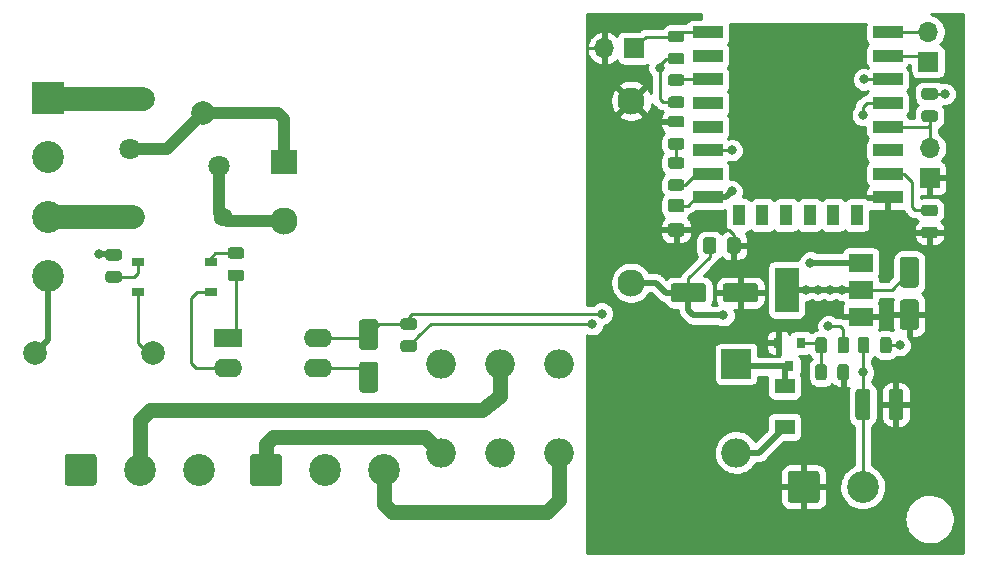
<source format=gbr>
%TF.GenerationSoftware,KiCad,Pcbnew,5.99.0-unknown-a61ea1f~102~ubuntu18.04.1*%
%TF.CreationDate,2020-07-28T16:03:14+02:00*%
%TF.ProjectId,switch,73776974-6368-42e6-9b69-6361645f7063,rev?*%
%TF.SameCoordinates,Original*%
%TF.FileFunction,Copper,L1,Top*%
%TF.FilePolarity,Positive*%
%FSLAX46Y46*%
G04 Gerber Fmt 4.6, Leading zero omitted, Abs format (unit mm)*
G04 Created by KiCad (PCBNEW 5.99.0-unknown-a61ea1f~102~ubuntu18.04.1) date 2020-07-28 16:03:14*
%MOMM*%
%LPD*%
G01*
G04 APERTURE LIST*
%TA.AperFunction,ComponentPad*%
%ADD10C,2.010000*%
%TD*%
%TA.AperFunction,SMDPad,CuDef*%
%ADD11R,1.000000X0.800000*%
%TD*%
%TA.AperFunction,ComponentPad*%
%ADD12O,2.500000X2.500000*%
%TD*%
%TA.AperFunction,ComponentPad*%
%ADD13R,2.500000X2.500000*%
%TD*%
%TA.AperFunction,ComponentPad*%
%ADD14O,2.400000X1.600000*%
%TD*%
%TA.AperFunction,ComponentPad*%
%ADD15R,2.400000X1.600000*%
%TD*%
%TA.AperFunction,SMDPad,CuDef*%
%ADD16R,2.000000X1.500000*%
%TD*%
%TA.AperFunction,SMDPad,CuDef*%
%ADD17R,2.000000X3.800000*%
%TD*%
%TA.AperFunction,SMDPad,CuDef*%
%ADD18R,2.500000X1.000000*%
%TD*%
%TA.AperFunction,SMDPad,CuDef*%
%ADD19R,1.000000X1.800000*%
%TD*%
%TA.AperFunction,ComponentPad*%
%ADD20C,1.800000*%
%TD*%
%TA.AperFunction,SMDPad,CuDef*%
%ADD21R,0.800000X0.900000*%
%TD*%
%TA.AperFunction,ComponentPad*%
%ADD22C,2.300000*%
%TD*%
%TA.AperFunction,ComponentPad*%
%ADD23R,2.300000X2.000000*%
%TD*%
%TA.AperFunction,ComponentPad*%
%ADD24O,1.700000X1.700000*%
%TD*%
%TA.AperFunction,ComponentPad*%
%ADD25R,1.700000X1.700000*%
%TD*%
%TA.AperFunction,ComponentPad*%
%ADD26C,2.700000*%
%TD*%
%TA.AperFunction,ComponentPad*%
%ADD27R,2.700000X2.700000*%
%TD*%
%TA.AperFunction,ComponentPad*%
%ADD28O,1.600000X1.600000*%
%TD*%
%TA.AperFunction,ComponentPad*%
%ADD29C,1.600000*%
%TD*%
%TA.AperFunction,SMDPad,CuDef*%
%ADD30R,1.700000X1.300000*%
%TD*%
%TA.AperFunction,ComponentPad*%
%ADD31C,2.000000*%
%TD*%
%TA.AperFunction,ViaPad*%
%ADD32C,0.800000*%
%TD*%
%TA.AperFunction,Conductor*%
%ADD33C,0.500000*%
%TD*%
%TA.AperFunction,Conductor*%
%ADD34C,0.250000*%
%TD*%
%TA.AperFunction,Conductor*%
%ADD35C,1.000000*%
%TD*%
%TA.AperFunction,Conductor*%
%ADD36C,2.000000*%
%TD*%
%TA.AperFunction,Conductor*%
%ADD37C,1.250000*%
%TD*%
%TA.AperFunction,Conductor*%
%ADD38C,0.254000*%
%TD*%
G04 APERTURE END LIST*
D10*
%TO.P,F1,2*%
%TO.N,/N*%
X109606400Y-76371600D03*
%TO.P,F1,1*%
%TO.N,Net-(F1-Pad1)*%
X114706400Y-77571600D03*
%TD*%
D11*
%TO.P,D2,4,~~*%
%TO.N,Net-(C2-Pad2)*%
X109193000Y-92684600D03*
%TO.P,D2,3,~~*%
%TO.N,Net-(D2-Pad3)*%
X109193000Y-90144600D03*
%TO.P,D2,2,-*%
%TO.N,Net-(D2-Pad2)*%
X115343000Y-90144600D03*
%TO.P,D2,1,+*%
%TO.N,Net-(D2-Pad1)*%
X115343000Y-92684600D03*
%TD*%
D12*
%TO.P,K1,8*%
%TO.N,+5V*%
X159829500Y-106306000D03*
%TO.P,K1,7*%
%TO.N,Net-(J1-Pad3)*%
X144829500Y-106306000D03*
%TO.P,K1,6*%
%TO.N,Net-(J1-Pad2)*%
X139829500Y-106306000D03*
%TO.P,K1,5*%
%TO.N,Net-(J1-Pad1)*%
X134829500Y-106306000D03*
%TO.P,K1,4*%
%TO.N,Net-(J2-Pad1)*%
X134829500Y-98806000D03*
%TO.P,K1,3*%
%TO.N,Net-(J2-Pad2)*%
X139829500Y-98806000D03*
%TO.P,K1,2*%
%TO.N,Net-(J2-Pad3)*%
X144829500Y-98806000D03*
D13*
%TO.P,K1,1*%
%TO.N,Net-(D1-Pad2)*%
X159829500Y-98806000D03*
%TD*%
D14*
%TO.P,U1,4*%
%TO.N,Net-(C3-Pad1)*%
X124436520Y-96611015D03*
%TO.P,U1,2*%
%TO.N,Net-(D2-Pad1)*%
X116816520Y-99151015D03*
%TO.P,U1,3*%
%TO.N,GND*%
X124436520Y-99151015D03*
D15*
%TO.P,U1,1*%
%TO.N,Net-(R1-Pad2)*%
X116816520Y-96611015D03*
%TD*%
D16*
%TO.P,U3,1,GND*%
%TO.N,GND*%
X170409000Y-94819500D03*
%TO.P,U3,3,VI*%
%TO.N,+5V*%
X170409000Y-90219500D03*
%TO.P,U3,2,VO*%
%TO.N,+3V3*%
X170409000Y-92519500D03*
D17*
X164109000Y-92519500D03*
%TD*%
D18*
%TO.P,U2,22,GPIO1/TXD*%
%TO.N,Net-(J8-Pad2)*%
X172656500Y-70708000D03*
%TO.P,U2,21,GPIO3/RXD*%
%TO.N,Net-(J8-Pad1)*%
X172656500Y-72708000D03*
%TO.P,U2,20,GPIO5*%
%TO.N,Net-(C3-Pad1)*%
X172656500Y-74708000D03*
%TO.P,U2,19,GPIO4*%
%TO.N,/Control*%
X172656500Y-76708000D03*
%TO.P,U2,18,GPIO0*%
%TO.N,Net-(JP1-Pad2)*%
X172656500Y-78708000D03*
%TO.P,U2,17,GPIO2*%
%TO.N,Net-(U2-Pad17)*%
X172656500Y-80708000D03*
%TO.P,U2,16,GPIO15*%
%TO.N,Net-(R13-Pad2)*%
X172656500Y-82708000D03*
%TO.P,U2,15,GND*%
%TO.N,GND*%
X172656500Y-84708000D03*
D19*
%TO.P,U2,14,SCLK*%
%TO.N,Net-(U2-Pad14)*%
X170056500Y-86208000D03*
%TO.P,U2,13,MOSI*%
%TO.N,Net-(U2-Pad13)*%
X168056500Y-86208000D03*
%TO.P,U2,12,GPIO10*%
%TO.N,Net-(U2-Pad12)*%
X166056500Y-86208000D03*
%TO.P,U2,11,GPIO9*%
%TO.N,Net-(U2-Pad11)*%
X164056500Y-86208000D03*
%TO.P,U2,10,MISO*%
%TO.N,Net-(U2-Pad10)*%
X162056500Y-86208000D03*
%TO.P,U2,9,CS0*%
%TO.N,Net-(U2-Pad9)*%
X160056500Y-86208000D03*
D18*
%TO.P,U2,8,VCC*%
%TO.N,+3V3*%
X157456500Y-84708000D03*
%TO.P,U2,7,GPIO13*%
%TO.N,/Status*%
X157456500Y-82708000D03*
%TO.P,U2,6,GPIO12*%
%TO.N,/Relay*%
X157456500Y-80708000D03*
%TO.P,U2,5,GPIO14*%
%TO.N,Net-(U2-Pad5)*%
X157456500Y-78708000D03*
%TO.P,U2,4,GPIO16*%
%TO.N,Net-(U2-Pad4)*%
X157456500Y-76708000D03*
%TO.P,U2,3,EN*%
%TO.N,Net-(R15-Pad1)*%
X157456500Y-74708000D03*
%TO.P,U2,2,ADC*%
%TO.N,Net-(U2-Pad2)*%
X157456500Y-72708000D03*
%TO.P,U2,1,~RST*%
%TO.N,Net-(JP2-Pad1)*%
X157456500Y-70708000D03*
%TD*%
D20*
%TO.P,RV1,2*%
%TO.N,Net-(F2-Pad1)*%
X116021500Y-82045000D03*
%TO.P,RV1,1*%
%TO.N,Net-(F1-Pad1)*%
X108521500Y-80645000D03*
%TD*%
%TO.P,R18,2*%
%TO.N,+3V3*%
%TA.AperFunction,SMDPad,CuDef*%
G36*
G01*
X154293250Y-72474000D02*
X155205750Y-72474000D01*
G75*
G02*
X155449500Y-72717750I0J-243750D01*
G01*
X155449500Y-73205250D01*
G75*
G02*
X155205750Y-73449000I-243750J0D01*
G01*
X154293250Y-73449000D01*
G75*
G02*
X154049500Y-73205250I0J243750D01*
G01*
X154049500Y-72717750D01*
G75*
G02*
X154293250Y-72474000I243750J0D01*
G01*
G37*
%TD.AperFunction*%
%TO.P,R18,1*%
%TO.N,Net-(JP2-Pad1)*%
%TA.AperFunction,SMDPad,CuDef*%
G36*
G01*
X154293250Y-70599000D02*
X155205750Y-70599000D01*
G75*
G02*
X155449500Y-70842750I0J-243750D01*
G01*
X155449500Y-71330250D01*
G75*
G02*
X155205750Y-71574000I-243750J0D01*
G01*
X154293250Y-71574000D01*
G75*
G02*
X154049500Y-71330250I0J243750D01*
G01*
X154049500Y-70842750D01*
G75*
G02*
X154293250Y-70599000I243750J0D01*
G01*
G37*
%TD.AperFunction*%
%TD*%
%TO.P,R17,2*%
%TO.N,GND*%
%TA.AperFunction,SMDPad,CuDef*%
G36*
G01*
X155205750Y-78783000D02*
X154293250Y-78783000D01*
G75*
G02*
X154049500Y-78539250I0J243750D01*
G01*
X154049500Y-78051750D01*
G75*
G02*
X154293250Y-77808000I243750J0D01*
G01*
X155205750Y-77808000D01*
G75*
G02*
X155449500Y-78051750I0J-243750D01*
G01*
X155449500Y-78539250D01*
G75*
G02*
X155205750Y-78783000I-243750J0D01*
G01*
G37*
%TD.AperFunction*%
%TO.P,R17,1*%
%TO.N,Net-(D3-Pad1)*%
%TA.AperFunction,SMDPad,CuDef*%
G36*
G01*
X155205750Y-80658000D02*
X154293250Y-80658000D01*
G75*
G02*
X154049500Y-80414250I0J243750D01*
G01*
X154049500Y-79926750D01*
G75*
G02*
X154293250Y-79683000I243750J0D01*
G01*
X155205750Y-79683000D01*
G75*
G02*
X155449500Y-79926750I0J-243750D01*
G01*
X155449500Y-80414250D01*
G75*
G02*
X155205750Y-80658000I-243750J0D01*
G01*
G37*
%TD.AperFunction*%
%TD*%
%TO.P,R15,2*%
%TO.N,+3V3*%
%TA.AperFunction,SMDPad,CuDef*%
G36*
G01*
X154293250Y-76157000D02*
X155205750Y-76157000D01*
G75*
G02*
X155449500Y-76400750I0J-243750D01*
G01*
X155449500Y-76888250D01*
G75*
G02*
X155205750Y-77132000I-243750J0D01*
G01*
X154293250Y-77132000D01*
G75*
G02*
X154049500Y-76888250I0J243750D01*
G01*
X154049500Y-76400750D01*
G75*
G02*
X154293250Y-76157000I243750J0D01*
G01*
G37*
%TD.AperFunction*%
%TO.P,R15,1*%
%TO.N,Net-(R15-Pad1)*%
%TA.AperFunction,SMDPad,CuDef*%
G36*
G01*
X154293250Y-74282000D02*
X155205750Y-74282000D01*
G75*
G02*
X155449500Y-74525750I0J-243750D01*
G01*
X155449500Y-75013250D01*
G75*
G02*
X155205750Y-75257000I-243750J0D01*
G01*
X154293250Y-75257000D01*
G75*
G02*
X154049500Y-75013250I0J243750D01*
G01*
X154049500Y-74525750D01*
G75*
G02*
X154293250Y-74282000I243750J0D01*
G01*
G37*
%TD.AperFunction*%
%TD*%
%TO.P,R14,2*%
%TO.N,Net-(JP1-Pad2)*%
%TA.AperFunction,SMDPad,CuDef*%
G36*
G01*
X175756250Y-77333500D02*
X176668750Y-77333500D01*
G75*
G02*
X176912500Y-77577250I0J-243750D01*
G01*
X176912500Y-78064750D01*
G75*
G02*
X176668750Y-78308500I-243750J0D01*
G01*
X175756250Y-78308500D01*
G75*
G02*
X175512500Y-78064750I0J243750D01*
G01*
X175512500Y-77577250D01*
G75*
G02*
X175756250Y-77333500I243750J0D01*
G01*
G37*
%TD.AperFunction*%
%TO.P,R14,1*%
%TO.N,+3V3*%
%TA.AperFunction,SMDPad,CuDef*%
G36*
G01*
X175756250Y-75458500D02*
X176668750Y-75458500D01*
G75*
G02*
X176912500Y-75702250I0J-243750D01*
G01*
X176912500Y-76189750D01*
G75*
G02*
X176668750Y-76433500I-243750J0D01*
G01*
X175756250Y-76433500D01*
G75*
G02*
X175512500Y-76189750I0J243750D01*
G01*
X175512500Y-75702250D01*
G75*
G02*
X175756250Y-75458500I243750J0D01*
G01*
G37*
%TD.AperFunction*%
%TD*%
%TO.P,R13,2*%
%TO.N,Net-(R13-Pad2)*%
%TA.AperFunction,SMDPad,CuDef*%
G36*
G01*
X176668750Y-86291000D02*
X175756250Y-86291000D01*
G75*
G02*
X175512500Y-86047250I0J243750D01*
G01*
X175512500Y-85559750D01*
G75*
G02*
X175756250Y-85316000I243750J0D01*
G01*
X176668750Y-85316000D01*
G75*
G02*
X176912500Y-85559750I0J-243750D01*
G01*
X176912500Y-86047250D01*
G75*
G02*
X176668750Y-86291000I-243750J0D01*
G01*
G37*
%TD.AperFunction*%
%TO.P,R13,1*%
%TO.N,GND*%
%TA.AperFunction,SMDPad,CuDef*%
G36*
G01*
X176668750Y-88166000D02*
X175756250Y-88166000D01*
G75*
G02*
X175512500Y-87922250I0J243750D01*
G01*
X175512500Y-87434750D01*
G75*
G02*
X175756250Y-87191000I243750J0D01*
G01*
X176668750Y-87191000D01*
G75*
G02*
X176912500Y-87434750I0J-243750D01*
G01*
X176912500Y-87922250D01*
G75*
G02*
X176668750Y-88166000I-243750J0D01*
G01*
G37*
%TD.AperFunction*%
%TD*%
%TO.P,R7,2*%
%TO.N,GND*%
%TA.AperFunction,SMDPad,CuDef*%
G36*
G01*
X168407500Y-99960750D02*
X168407500Y-99048250D01*
G75*
G02*
X168651250Y-98804500I243750J0D01*
G01*
X169138750Y-98804500D01*
G75*
G02*
X169382500Y-99048250I0J-243750D01*
G01*
X169382500Y-99960750D01*
G75*
G02*
X169138750Y-100204500I-243750J0D01*
G01*
X168651250Y-100204500D01*
G75*
G02*
X168407500Y-99960750I0J243750D01*
G01*
G37*
%TD.AperFunction*%
%TO.P,R7,1*%
%TO.N,Net-(Q1-Pad1)*%
%TA.AperFunction,SMDPad,CuDef*%
G36*
G01*
X166532500Y-99960750D02*
X166532500Y-99048250D01*
G75*
G02*
X166776250Y-98804500I243750J0D01*
G01*
X167263750Y-98804500D01*
G75*
G02*
X167507500Y-99048250I0J-243750D01*
G01*
X167507500Y-99960750D01*
G75*
G02*
X167263750Y-100204500I-243750J0D01*
G01*
X166776250Y-100204500D01*
G75*
G02*
X166532500Y-99960750I0J243750D01*
G01*
G37*
%TD.AperFunction*%
%TD*%
%TO.P,R6,2*%
%TO.N,/Relay*%
%TA.AperFunction,SMDPad,CuDef*%
G36*
G01*
X168422500Y-97674750D02*
X168422500Y-96762250D01*
G75*
G02*
X168666250Y-96518500I243750J0D01*
G01*
X169153750Y-96518500D01*
G75*
G02*
X169397500Y-96762250I0J-243750D01*
G01*
X169397500Y-97674750D01*
G75*
G02*
X169153750Y-97918500I-243750J0D01*
G01*
X168666250Y-97918500D01*
G75*
G02*
X168422500Y-97674750I0J243750D01*
G01*
G37*
%TD.AperFunction*%
%TO.P,R6,1*%
%TO.N,Net-(Q1-Pad1)*%
%TA.AperFunction,SMDPad,CuDef*%
G36*
G01*
X166547500Y-97674750D02*
X166547500Y-96762250D01*
G75*
G02*
X166791250Y-96518500I243750J0D01*
G01*
X167278750Y-96518500D01*
G75*
G02*
X167522500Y-96762250I0J-243750D01*
G01*
X167522500Y-97674750D01*
G75*
G02*
X167278750Y-97918500I-243750J0D01*
G01*
X166791250Y-97918500D01*
G75*
G02*
X166547500Y-97674750I0J243750D01*
G01*
G37*
%TD.AperFunction*%
%TD*%
%TO.P,R4,2*%
%TO.N,Net-(D2-Pad3)*%
%TA.AperFunction,SMDPad,CuDef*%
G36*
G01*
X106668250Y-90952500D02*
X107580750Y-90952500D01*
G75*
G02*
X107824500Y-91196250I0J-243750D01*
G01*
X107824500Y-91683750D01*
G75*
G02*
X107580750Y-91927500I-243750J0D01*
G01*
X106668250Y-91927500D01*
G75*
G02*
X106424500Y-91683750I0J243750D01*
G01*
X106424500Y-91196250D01*
G75*
G02*
X106668250Y-90952500I243750J0D01*
G01*
G37*
%TD.AperFunction*%
%TO.P,R4,1*%
%TO.N,Net-(F1-Pad1)*%
%TA.AperFunction,SMDPad,CuDef*%
G36*
G01*
X106668250Y-89077500D02*
X107580750Y-89077500D01*
G75*
G02*
X107824500Y-89321250I0J-243750D01*
G01*
X107824500Y-89808750D01*
G75*
G02*
X107580750Y-90052500I-243750J0D01*
G01*
X106668250Y-90052500D01*
G75*
G02*
X106424500Y-89808750I0J243750D01*
G01*
X106424500Y-89321250D01*
G75*
G02*
X106668250Y-89077500I243750J0D01*
G01*
G37*
%TD.AperFunction*%
%TD*%
%TO.P,R3,2*%
%TO.N,Net-(C3-Pad1)*%
%TA.AperFunction,SMDPad,CuDef*%
G36*
G01*
X132555391Y-95913213D02*
X131642891Y-95913213D01*
G75*
G02*
X131399141Y-95669463I0J243750D01*
G01*
X131399141Y-95181963D01*
G75*
G02*
X131642891Y-94938213I243750J0D01*
G01*
X132555391Y-94938213D01*
G75*
G02*
X132799141Y-95181963I0J-243750D01*
G01*
X132799141Y-95669463D01*
G75*
G02*
X132555391Y-95913213I-243750J0D01*
G01*
G37*
%TD.AperFunction*%
%TO.P,R3,1*%
%TO.N,+3V3*%
%TA.AperFunction,SMDPad,CuDef*%
G36*
G01*
X132555391Y-97788213D02*
X131642891Y-97788213D01*
G75*
G02*
X131399141Y-97544463I0J243750D01*
G01*
X131399141Y-97056963D01*
G75*
G02*
X131642891Y-96813213I243750J0D01*
G01*
X132555391Y-96813213D01*
G75*
G02*
X132799141Y-97056963I0J-243750D01*
G01*
X132799141Y-97544463D01*
G75*
G02*
X132555391Y-97788213I-243750J0D01*
G01*
G37*
%TD.AperFunction*%
%TD*%
%TO.P,R2,2*%
%TO.N,/Control*%
%TA.AperFunction,SMDPad,CuDef*%
G36*
G01*
X171112000Y-96762250D02*
X171112000Y-97674750D01*
G75*
G02*
X170868250Y-97918500I-243750J0D01*
G01*
X170380750Y-97918500D01*
G75*
G02*
X170137000Y-97674750I0J243750D01*
G01*
X170137000Y-96762250D01*
G75*
G02*
X170380750Y-96518500I243750J0D01*
G01*
X170868250Y-96518500D01*
G75*
G02*
X171112000Y-96762250I0J-243750D01*
G01*
G37*
%TD.AperFunction*%
%TO.P,R2,1*%
%TO.N,+3V3*%
%TA.AperFunction,SMDPad,CuDef*%
G36*
G01*
X172987000Y-96762250D02*
X172987000Y-97674750D01*
G75*
G02*
X172743250Y-97918500I-243750J0D01*
G01*
X172255750Y-97918500D01*
G75*
G02*
X172012000Y-97674750I0J243750D01*
G01*
X172012000Y-96762250D01*
G75*
G02*
X172255750Y-96518500I243750J0D01*
G01*
X172743250Y-96518500D01*
G75*
G02*
X172987000Y-96762250I0J-243750D01*
G01*
G37*
%TD.AperFunction*%
%TD*%
%TO.P,R1,2*%
%TO.N,Net-(R1-Pad2)*%
%TA.AperFunction,SMDPad,CuDef*%
G36*
G01*
X117018750Y-90810500D02*
X117931250Y-90810500D01*
G75*
G02*
X118175000Y-91054250I0J-243750D01*
G01*
X118175000Y-91541750D01*
G75*
G02*
X117931250Y-91785500I-243750J0D01*
G01*
X117018750Y-91785500D01*
G75*
G02*
X116775000Y-91541750I0J243750D01*
G01*
X116775000Y-91054250D01*
G75*
G02*
X117018750Y-90810500I243750J0D01*
G01*
G37*
%TD.AperFunction*%
%TO.P,R1,1*%
%TO.N,Net-(D2-Pad2)*%
%TA.AperFunction,SMDPad,CuDef*%
G36*
G01*
X117018750Y-88935500D02*
X117931250Y-88935500D01*
G75*
G02*
X118175000Y-89179250I0J-243750D01*
G01*
X118175000Y-89666750D01*
G75*
G02*
X117931250Y-89910500I-243750J0D01*
G01*
X117018750Y-89910500D01*
G75*
G02*
X116775000Y-89666750I0J243750D01*
G01*
X116775000Y-89179250D01*
G75*
G02*
X117018750Y-88935500I243750J0D01*
G01*
G37*
%TD.AperFunction*%
%TD*%
D21*
%TO.P,Q1,3,D*%
%TO.N,Net-(D1-Pad2)*%
X164338000Y-99002489D03*
%TO.P,Q1,2,S*%
%TO.N,GND*%
X163388000Y-97002489D03*
%TO.P,Q1,1,G*%
%TO.N,Net-(Q1-Pad1)*%
X165288000Y-97002489D03*
%TD*%
D22*
%TO.P,PS1,4,+Vout*%
%TO.N,+5V*%
X150939000Y-91924500D03*
%TO.P,PS1,2,AC/N*%
%TO.N,Net-(F2-Pad1)*%
X121539000Y-86724500D03*
D23*
%TO.P,PS1,1,AC/L*%
%TO.N,Net-(F1-Pad1)*%
X121539000Y-81724500D03*
D22*
%TO.P,PS1,3,-Vout*%
%TO.N,GND*%
X150939000Y-76524500D03*
%TD*%
D24*
%TO.P,JP2,2,B*%
%TO.N,GND*%
X148653500Y-72072500D03*
D25*
%TO.P,JP2,1,A*%
%TO.N,Net-(JP2-Pad1)*%
X151193500Y-72072500D03*
%TD*%
D24*
%TO.P,JP1,2,B*%
%TO.N,Net-(JP1-Pad2)*%
X176212500Y-80518000D03*
D25*
%TO.P,JP1,1,A*%
%TO.N,GND*%
X176212500Y-83058000D03*
%TD*%
D24*
%TO.P,J8,2,Pin_2*%
%TO.N,Net-(J8-Pad2)*%
X176085500Y-70675500D03*
D25*
%TO.P,J8,1,Pin_1*%
%TO.N,Net-(J8-Pad1)*%
X176085500Y-73215500D03*
%TD*%
D26*
%TO.P,J7,4,Pin_4*%
%TO.N,Net-(C2-Pad1)*%
X101600000Y-91327000D03*
%TO.P,J7,3,Pin_3*%
%TO.N,/F*%
X101600000Y-86327000D03*
%TO.P,J7,2,Pin_2*%
%TO.N,Earth*%
X101600000Y-81327000D03*
D27*
%TO.P,J7,1,Pin_1*%
%TO.N,/N*%
X101600000Y-76327000D03*
%TD*%
D26*
%TO.P,J3,2,Pin_2*%
%TO.N,/Control*%
X170544500Y-109220000D03*
%TO.P,J3,1,Pin_1*%
%TO.N,GND*%
%TA.AperFunction,ComponentPad*%
G36*
G01*
X164194500Y-110319999D02*
X164194500Y-108120001D01*
G75*
G02*
X164444501Y-107870000I250001J0D01*
G01*
X166644499Y-107870000D01*
G75*
G02*
X166894500Y-108120001I0J-250001D01*
G01*
X166894500Y-110319999D01*
G75*
G02*
X166644499Y-110570000I-250001J0D01*
G01*
X164444501Y-110570000D01*
G75*
G02*
X164194500Y-110319999I0J250001D01*
G01*
G37*
%TD.AperFunction*%
%TD*%
%TO.P,J2,3,Pin_3*%
%TO.N,Net-(J2-Pad3)*%
X114330500Y-107759500D03*
%TO.P,J2,2,Pin_2*%
%TO.N,Net-(J2-Pad2)*%
X109330500Y-107759500D03*
%TO.P,J2,1,Pin_1*%
%TO.N,Net-(J2-Pad1)*%
%TA.AperFunction,ComponentPad*%
G36*
G01*
X102980500Y-108859499D02*
X102980500Y-106659501D01*
G75*
G02*
X103230501Y-106409500I250001J0D01*
G01*
X105430499Y-106409500D01*
G75*
G02*
X105680500Y-106659501I0J-250001D01*
G01*
X105680500Y-108859499D01*
G75*
G02*
X105430499Y-109109500I-250001J0D01*
G01*
X103230501Y-109109500D01*
G75*
G02*
X102980500Y-108859499I0J250001D01*
G01*
G37*
%TD.AperFunction*%
%TD*%
%TO.P,J1,3,Pin_3*%
%TO.N,Net-(J1-Pad3)*%
X130015000Y-107788872D03*
%TO.P,J1,2,Pin_2*%
%TO.N,Net-(J1-Pad2)*%
X125015000Y-107788872D03*
%TO.P,J1,1,Pin_1*%
%TO.N,Net-(J1-Pad1)*%
%TA.AperFunction,ComponentPad*%
G36*
G01*
X118665000Y-108888871D02*
X118665000Y-106688873D01*
G75*
G02*
X118915001Y-106438872I250001J0D01*
G01*
X121114999Y-106438872D01*
G75*
G02*
X121365000Y-106688873I0J-250001D01*
G01*
X121365000Y-108888871D01*
G75*
G02*
X121114999Y-109138872I-250001J0D01*
G01*
X118915001Y-109138872D01*
G75*
G02*
X118665000Y-108888871I0J250001D01*
G01*
G37*
%TD.AperFunction*%
%TD*%
D28*
%TO.P,F2,2*%
%TO.N,/F*%
X108775500Y-86360000D03*
D29*
%TO.P,F2,1*%
%TO.N,Net-(F2-Pad1)*%
X116395500Y-86360000D03*
%TD*%
%TO.P,D3,2,A*%
%TO.N,/Status*%
%TA.AperFunction,SMDPad,CuDef*%
G36*
G01*
X154293250Y-83175500D02*
X155205750Y-83175500D01*
G75*
G02*
X155449500Y-83419250I0J-243750D01*
G01*
X155449500Y-83906750D01*
G75*
G02*
X155205750Y-84150500I-243750J0D01*
G01*
X154293250Y-84150500D01*
G75*
G02*
X154049500Y-83906750I0J243750D01*
G01*
X154049500Y-83419250D01*
G75*
G02*
X154293250Y-83175500I243750J0D01*
G01*
G37*
%TD.AperFunction*%
%TO.P,D3,1,K*%
%TO.N,Net-(D3-Pad1)*%
%TA.AperFunction,SMDPad,CuDef*%
G36*
G01*
X154293250Y-81300500D02*
X155205750Y-81300500D01*
G75*
G02*
X155449500Y-81544250I0J-243750D01*
G01*
X155449500Y-82031750D01*
G75*
G02*
X155205750Y-82275500I-243750J0D01*
G01*
X154293250Y-82275500D01*
G75*
G02*
X154049500Y-82031750I0J243750D01*
G01*
X154049500Y-81544250D01*
G75*
G02*
X154293250Y-81300500I243750J0D01*
G01*
G37*
%TD.AperFunction*%
%TD*%
D30*
%TO.P,D1,2,A*%
%TO.N,Net-(D1-Pad2)*%
X163931600Y-100634800D03*
%TO.P,D1,1,K*%
%TO.N,+5V*%
X163931600Y-104134800D03*
%TD*%
%TO.P,C7,2*%
%TO.N,GND*%
%TA.AperFunction,SMDPad,CuDef*%
G36*
G01*
X158688000Y-93323500D02*
X158688000Y-92223500D01*
G75*
G02*
X158938000Y-91973500I250000J0D01*
G01*
X161438000Y-91973500D01*
G75*
G02*
X161688000Y-92223500I0J-250000D01*
G01*
X161688000Y-93323500D01*
G75*
G02*
X161438000Y-93573500I-250000J0D01*
G01*
X158938000Y-93573500D01*
G75*
G02*
X158688000Y-93323500I0J250000D01*
G01*
G37*
%TD.AperFunction*%
%TO.P,C7,1*%
%TO.N,+5V*%
%TA.AperFunction,SMDPad,CuDef*%
G36*
G01*
X154288000Y-93323500D02*
X154288000Y-92223500D01*
G75*
G02*
X154538000Y-91973500I250000J0D01*
G01*
X157038000Y-91973500D01*
G75*
G02*
X157288000Y-92223500I0J-250000D01*
G01*
X157288000Y-93323500D01*
G75*
G02*
X157038000Y-93573500I-250000J0D01*
G01*
X154538000Y-93573500D01*
G75*
G02*
X154288000Y-93323500I0J250000D01*
G01*
G37*
%TD.AperFunction*%
%TD*%
%TO.P,C6,2*%
%TO.N,+5V*%
%TA.AperFunction,SMDPad,CuDef*%
G36*
G01*
X158164000Y-88322999D02*
X158164000Y-89223001D01*
G75*
G02*
X157914001Y-89473000I-249999J0D01*
G01*
X157263999Y-89473000D01*
G75*
G02*
X157014000Y-89223001I0J249999D01*
G01*
X157014000Y-88322999D01*
G75*
G02*
X157263999Y-88073000I249999J0D01*
G01*
X157914001Y-88073000D01*
G75*
G02*
X158164000Y-88322999I0J-249999D01*
G01*
G37*
%TD.AperFunction*%
%TO.P,C6,1*%
%TO.N,GND*%
%TA.AperFunction,SMDPad,CuDef*%
G36*
G01*
X160214000Y-88322999D02*
X160214000Y-89223001D01*
G75*
G02*
X159964001Y-89473000I-249999J0D01*
G01*
X159313999Y-89473000D01*
G75*
G02*
X159064000Y-89223001I0J249999D01*
G01*
X159064000Y-88322999D01*
G75*
G02*
X159313999Y-88073000I249999J0D01*
G01*
X159964001Y-88073000D01*
G75*
G02*
X160214000Y-88322999I0J-249999D01*
G01*
G37*
%TD.AperFunction*%
%TD*%
%TO.P,C5,2*%
%TO.N,+3V3*%
%TA.AperFunction,SMDPad,CuDef*%
G36*
G01*
X155199501Y-85982500D02*
X154299499Y-85982500D01*
G75*
G02*
X154049500Y-85732501I0J249999D01*
G01*
X154049500Y-85082499D01*
G75*
G02*
X154299499Y-84832500I249999J0D01*
G01*
X155199501Y-84832500D01*
G75*
G02*
X155449500Y-85082499I0J-249999D01*
G01*
X155449500Y-85732501D01*
G75*
G02*
X155199501Y-85982500I-249999J0D01*
G01*
G37*
%TD.AperFunction*%
%TO.P,C5,1*%
%TO.N,GND*%
%TA.AperFunction,SMDPad,CuDef*%
G36*
G01*
X155199501Y-88032500D02*
X154299499Y-88032500D01*
G75*
G02*
X154049500Y-87782501I0J249999D01*
G01*
X154049500Y-87132499D01*
G75*
G02*
X154299499Y-86882500I249999J0D01*
G01*
X155199501Y-86882500D01*
G75*
G02*
X155449500Y-87132499I0J-249999D01*
G01*
X155449500Y-87782501D01*
G75*
G02*
X155199501Y-88032500I-249999J0D01*
G01*
G37*
%TD.AperFunction*%
%TD*%
%TO.P,C4,2*%
%TO.N,GND*%
%TA.AperFunction,SMDPad,CuDef*%
G36*
G01*
X173948000Y-93337000D02*
X175048000Y-93337000D01*
G75*
G02*
X175298000Y-93587000I0J-250000D01*
G01*
X175298000Y-95687000D01*
G75*
G02*
X175048000Y-95937000I-250000J0D01*
G01*
X173948000Y-95937000D01*
G75*
G02*
X173698000Y-95687000I0J250000D01*
G01*
X173698000Y-93587000D01*
G75*
G02*
X173948000Y-93337000I250000J0D01*
G01*
G37*
%TD.AperFunction*%
%TO.P,C4,1*%
%TO.N,+3V3*%
%TA.AperFunction,SMDPad,CuDef*%
G36*
G01*
X173948000Y-89737000D02*
X175048000Y-89737000D01*
G75*
G02*
X175298000Y-89987000I0J-250000D01*
G01*
X175298000Y-92087000D01*
G75*
G02*
X175048000Y-92337000I-250000J0D01*
G01*
X173948000Y-92337000D01*
G75*
G02*
X173698000Y-92087000I0J250000D01*
G01*
X173698000Y-89987000D01*
G75*
G02*
X173948000Y-89737000I250000J0D01*
G01*
G37*
%TD.AperFunction*%
%TD*%
%TO.P,C3,2*%
%TO.N,GND*%
%TA.AperFunction,SMDPad,CuDef*%
G36*
G01*
X128164500Y-98626667D02*
X129264500Y-98626667D01*
G75*
G02*
X129514500Y-98876667I0J-250000D01*
G01*
X129514500Y-100976667D01*
G75*
G02*
X129264500Y-101226667I-250000J0D01*
G01*
X128164500Y-101226667D01*
G75*
G02*
X127914500Y-100976667I0J250000D01*
G01*
X127914500Y-98876667D01*
G75*
G02*
X128164500Y-98626667I250000J0D01*
G01*
G37*
%TD.AperFunction*%
%TO.P,C3,1*%
%TO.N,Net-(C3-Pad1)*%
%TA.AperFunction,SMDPad,CuDef*%
G36*
G01*
X128164500Y-95026667D02*
X129264500Y-95026667D01*
G75*
G02*
X129514500Y-95276667I0J-250000D01*
G01*
X129514500Y-97376667D01*
G75*
G02*
X129264500Y-97626667I-250000J0D01*
G01*
X128164500Y-97626667D01*
G75*
G02*
X127914500Y-97376667I0J250000D01*
G01*
X127914500Y-95276667D01*
G75*
G02*
X128164500Y-95026667I250000J0D01*
G01*
G37*
%TD.AperFunction*%
%TD*%
D31*
%TO.P,C2,2*%
%TO.N,Net-(C2-Pad2)*%
X110498011Y-97917000D03*
%TO.P,C2,1*%
%TO.N,Net-(C2-Pad1)*%
X100498011Y-97917000D03*
%TD*%
%TO.P,C1,2*%
%TO.N,/Control*%
%TA.AperFunction,SMDPad,CuDef*%
G36*
G01*
X171183000Y-101160000D02*
X171183000Y-103310000D01*
G75*
G02*
X170933000Y-103560000I-250000J0D01*
G01*
X170183000Y-103560000D01*
G75*
G02*
X169933000Y-103310000I0J250000D01*
G01*
X169933000Y-101160000D01*
G75*
G02*
X170183000Y-100910000I250000J0D01*
G01*
X170933000Y-100910000D01*
G75*
G02*
X171183000Y-101160000I0J-250000D01*
G01*
G37*
%TD.AperFunction*%
%TO.P,C1,1*%
%TO.N,GND*%
%TA.AperFunction,SMDPad,CuDef*%
G36*
G01*
X173983000Y-101160000D02*
X173983000Y-103310000D01*
G75*
G02*
X173733000Y-103560000I-250000J0D01*
G01*
X172983000Y-103560000D01*
G75*
G02*
X172733000Y-103310000I0J250000D01*
G01*
X172733000Y-101160000D01*
G75*
G02*
X172983000Y-100910000I250000J0D01*
G01*
X173733000Y-100910000D01*
G75*
G02*
X173983000Y-101160000I0J-250000D01*
G01*
G37*
%TD.AperFunction*%
%TD*%
D32*
%TO.N,/Control*%
X170561000Y-77724000D03*
%TO.N,Net-(C3-Pad1)*%
X170656500Y-74708000D03*
X148463000Y-94551500D03*
%TO.N,GND*%
X147701000Y-93345000D03*
%TO.N,/Relay*%
X167640000Y-95631000D03*
%TO.N,/Control*%
X170561000Y-99504500D03*
%TO.N,+5V*%
X166116000Y-90219500D03*
X158750000Y-94678500D03*
%TO.N,/Relay*%
X159448500Y-80708500D03*
%TO.N,+3V3*%
X166751000Y-92519500D03*
X167767000Y-92519500D03*
X168783000Y-92519500D03*
X165735000Y-92519500D03*
X173672500Y-97218500D03*
%TO.N,Net-(F1-Pad1)*%
X105854500Y-89535000D03*
%TO.N,+3V3*%
X153352500Y-73723500D03*
X159448500Y-84201000D03*
X177482500Y-75946000D03*
X147637500Y-95440500D03*
%TD*%
D33*
%TO.N,Net-(D1-Pad2)*%
X163931600Y-100634800D02*
X163931600Y-99046578D01*
D34*
X163931600Y-99046578D02*
X163887511Y-99002489D01*
%TO.N,+5V*%
X163931600Y-104134800D02*
X163931600Y-104158363D01*
D33*
X163931600Y-104158363D02*
X161783963Y-106306000D01*
D35*
%TO.N,Net-(F1-Pad1)*%
X114706400Y-77571600D02*
X121005600Y-77571600D01*
X121005600Y-77571600D02*
X121539000Y-78105000D01*
X121539000Y-78105000D02*
X121539000Y-81724500D01*
X109855000Y-80645000D02*
X111633000Y-80645000D01*
X111633000Y-80645000D02*
X114706400Y-77571600D01*
D36*
%TO.N,/N*%
X109606400Y-76371600D02*
X101644600Y-76371600D01*
D34*
X101644600Y-76371600D02*
X101600000Y-76327000D01*
%TO.N,Net-(D2-Pad1)*%
X116816520Y-99151015D02*
X115610215Y-99151015D01*
X115610215Y-99151015D02*
X115254615Y-99151015D01*
X114223800Y-92684600D02*
X113715800Y-93192600D01*
X115343000Y-92684600D02*
X114223800Y-92684600D01*
X113715800Y-93192600D02*
X113715800Y-98755200D01*
X113715800Y-98755200D02*
X114111615Y-99151015D01*
X114111615Y-99151015D02*
X115610215Y-99151015D01*
%TO.N,Net-(C2-Pad2)*%
X109166000Y-93313000D02*
X109166000Y-92711600D01*
X109166000Y-92711600D02*
X109193000Y-92684600D01*
%TO.N,Net-(D2-Pad3)*%
X109166000Y-91113000D02*
X109166000Y-90171600D01*
X109166000Y-90171600D02*
X109193000Y-90144600D01*
%TO.N,Net-(D2-Pad2)*%
X117475000Y-89423000D02*
X115745500Y-89423000D01*
X115745500Y-89423000D02*
X115343000Y-89825500D01*
X115343000Y-89825500D02*
X115343000Y-90144600D01*
D33*
%TO.N,Net-(C2-Pad1)*%
X101600000Y-91327000D02*
X101600000Y-96815011D01*
D34*
%TO.N,Net-(C2-Pad2)*%
X110045500Y-97917000D02*
X109166000Y-97037500D01*
X109166000Y-97037500D02*
X109166000Y-93313000D01*
X110498011Y-97917000D02*
X110045500Y-97917000D01*
D33*
%TO.N,Net-(C2-Pad1)*%
X101600000Y-96815011D02*
X100498011Y-97917000D01*
D34*
%TO.N,GND*%
X124436520Y-99151015D02*
X127938848Y-99151015D01*
X127938848Y-99151015D02*
X128714500Y-99926667D01*
%TO.N,/Detec.*%
X124436520Y-96611015D02*
X128430152Y-96611015D01*
X128430152Y-96611015D02*
X128714500Y-96326667D01*
%TO.N,GND*%
X124436520Y-99151015D02*
X124790005Y-99504500D01*
%TO.N,/Detec.*%
X124436520Y-96611015D02*
X124790005Y-96964500D01*
%TO.N,GND*%
X128292333Y-99504500D02*
X128714500Y-99926667D01*
%TO.N,Net-(R1-Pad2)*%
X117475000Y-91298000D02*
X117475000Y-95952535D01*
X117475000Y-95952535D02*
X116816520Y-96611015D01*
%TO.N,/Control*%
X172656500Y-76708000D02*
X170878500Y-76708000D01*
X170561000Y-77025500D02*
X170561000Y-77724000D01*
X170878500Y-76708000D02*
X170561000Y-77025500D01*
%TO.N,/Detec.*%
X172656500Y-74708000D02*
X170656500Y-74708000D01*
%TO.N,GND*%
X147193000Y-71628000D02*
X147193000Y-72453500D01*
X148653500Y-72072500D02*
X147193000Y-72072500D01*
X147193000Y-72072500D02*
X147193000Y-71628000D01*
%TO.N,/Detec.*%
X148463000Y-94551500D02*
X132397500Y-94551500D01*
X132099141Y-94849859D02*
X132099141Y-95425713D01*
X132397500Y-94551500D02*
X132099141Y-94849859D01*
%TO.N,GND*%
X159639000Y-88773000D02*
X159639000Y-87884000D01*
X159639000Y-87884000D02*
X159212500Y-87457500D01*
X159212500Y-87457500D02*
X154749500Y-87457500D01*
%TO.N,/Detec.*%
X132099141Y-95425713D02*
X129618287Y-95425713D01*
X129618287Y-95425713D02*
X128717333Y-96326667D01*
X128717333Y-96326667D02*
X128714500Y-96326667D01*
%TO.N,+3V3*%
X134810500Y-95440500D02*
X133959354Y-95440500D01*
X133959354Y-95440500D02*
X133006854Y-96393000D01*
X132099141Y-97300713D02*
X133006854Y-96393000D01*
X147637500Y-95440500D02*
X134810500Y-95440500D01*
%TO.N,/Detec.*%
X132099141Y-95425713D02*
X132080000Y-95406572D01*
%TO.N,+3V3*%
X132099141Y-97300713D02*
X132080000Y-97319854D01*
D37*
%TO.N,Net-(J1-Pad1)*%
X120650000Y-104965500D02*
X120015000Y-105600500D01*
%TO.N,Net-(J1-Pad3)*%
X130015000Y-110647500D02*
X130015000Y-107788872D01*
%TO.N,Net-(J1-Pad1)*%
X120015000Y-105600500D02*
X120015000Y-107788872D01*
%TO.N,Net-(J1-Pad3)*%
X130683000Y-111315500D02*
X130015000Y-110647500D01*
X144829500Y-106306000D02*
X144829500Y-110313500D01*
X143827500Y-111315500D02*
X130683000Y-111315500D01*
X144829500Y-110313500D02*
X143827500Y-111315500D01*
%TO.N,Net-(J1-Pad1)*%
X134829500Y-106306000D02*
X133489000Y-104965500D01*
X133489000Y-104965500D02*
X120650000Y-104965500D01*
%TO.N,Net-(J2-Pad2)*%
X139829500Y-101534000D02*
X138303000Y-102743000D01*
X138303000Y-102743000D02*
X110172500Y-102743000D01*
X139829500Y-98806000D02*
X139829500Y-101534000D01*
X109330500Y-103568500D02*
X109330500Y-107759500D01*
X110172500Y-102743000D02*
X109330500Y-103568500D01*
D34*
%TO.N,/Control*%
X170558000Y-102235000D02*
X170558000Y-108381000D01*
X170558000Y-108381000D02*
X170227000Y-108712000D01*
D33*
%TO.N,+5V*%
X159829500Y-106306000D02*
X161783963Y-106306000D01*
%TO.N,Net-(D1-Pad2)*%
X163925134Y-100664829D02*
X163893500Y-100633195D01*
D34*
%TO.N,/Relay*%
X167640000Y-95631000D02*
X168656000Y-95631000D01*
X168656000Y-95631000D02*
X168910000Y-95885000D01*
X168910000Y-95885000D02*
X168910000Y-96202500D01*
X168910000Y-96202500D02*
X168910000Y-97218500D01*
%TO.N,/Control*%
X170561000Y-99504500D02*
X170561000Y-102232000D01*
X170561000Y-99504500D02*
X170561000Y-97282000D01*
X170561000Y-102232000D02*
X170558000Y-102235000D01*
X170561000Y-97282000D02*
X170624500Y-97218500D01*
%TO.N,Net-(D1-Pad2)*%
X163893500Y-99008478D02*
X163887511Y-99002489D01*
D33*
X163887511Y-99002489D02*
X160025989Y-99002489D01*
D34*
X164338000Y-99002489D02*
X163887511Y-99002489D01*
X160025989Y-99002489D02*
X159829500Y-98806000D01*
%TO.N,Net-(Q1-Pad1)*%
X166818989Y-97002489D02*
X167035000Y-97218500D01*
X165288000Y-97002489D02*
X166818989Y-97002489D01*
X167035000Y-97218500D02*
X167035000Y-99489500D01*
X167035000Y-99489500D02*
X167020000Y-99504500D01*
%TO.N,+3V3*%
X173672500Y-97218500D02*
X172499500Y-97218500D01*
%TO.N,+5V*%
X157589000Y-88773000D02*
X157589000Y-89743500D01*
X157589000Y-89743500D02*
X155788000Y-91544500D01*
X155788000Y-91544500D02*
X155788000Y-92773500D01*
D33*
X156210000Y-94678500D02*
X155829000Y-94297500D01*
X155829000Y-94297500D02*
X155788000Y-94256500D01*
X155788000Y-94256500D02*
X155788000Y-92773500D01*
X152757500Y-91924500D02*
X153011500Y-91924500D01*
X153011500Y-91924500D02*
X153860500Y-92773500D01*
X153860500Y-92773500D02*
X155788000Y-92773500D01*
X170409000Y-90219500D02*
X166116000Y-90219500D01*
X157289500Y-94678500D02*
X156210000Y-94678500D01*
X158750000Y-94678500D02*
X157289500Y-94678500D01*
D34*
X157271500Y-94696500D02*
X157289500Y-94678500D01*
%TO.N,/Relay*%
X159448500Y-80708500D02*
X157457000Y-80708500D01*
X157457000Y-80708500D02*
X157456500Y-80708000D01*
%TO.N,Net-(R13-Pad2)*%
X174021000Y-82708000D02*
X174688500Y-83375500D01*
X175084500Y-85803500D02*
X174957500Y-85803500D01*
X174957500Y-85803500D02*
X174688500Y-85534500D01*
X174688500Y-85534500D02*
X174688500Y-83375500D01*
X172656500Y-82708000D02*
X174021000Y-82708000D01*
X175084500Y-85803500D02*
X176212500Y-85803500D01*
%TO.N,+3V3*%
X174498000Y-91037000D02*
X173015500Y-92519500D01*
X173015500Y-92519500D02*
X170409000Y-92519500D01*
D33*
X165735000Y-92519500D02*
X166814500Y-92519500D01*
X166814500Y-92519500D02*
X167767000Y-92519500D01*
X167767000Y-92519500D02*
X168719500Y-92519500D01*
X170409000Y-92519500D02*
X168719500Y-92519500D01*
X164109000Y-92519500D02*
X165735000Y-92519500D01*
D35*
%TO.N,Net-(F1-Pad1)*%
X108521500Y-80645000D02*
X109855000Y-80645000D01*
D33*
X105854500Y-89535000D02*
X107094500Y-89535000D01*
D34*
X107094500Y-89535000D02*
X107124500Y-89565000D01*
%TO.N,Net-(D2-Pad3)*%
X108839000Y-91440000D02*
X107124500Y-91440000D01*
X109166000Y-91113000D02*
X108839000Y-91440000D01*
%TO.N,/N*%
X101663500Y-76390500D02*
X101600000Y-76327000D01*
D35*
%TO.N,Net-(F2-Pad1)*%
X121539000Y-86724500D02*
X116760000Y-86724500D01*
D34*
X116760000Y-86724500D02*
X116395500Y-86360000D01*
D35*
X116021500Y-82045000D02*
X116021500Y-85986000D01*
X116021500Y-85986000D02*
X116395500Y-86360000D01*
D36*
%TO.N,/F*%
X108775500Y-86360000D02*
X101633000Y-86360000D01*
D34*
X101633000Y-86360000D02*
X101600000Y-86327000D01*
D33*
%TO.N,+5V*%
X150939000Y-91924500D02*
X152757500Y-91924500D01*
D34*
%TO.N,+3V3*%
X153352500Y-73723500D02*
X153352500Y-73469500D01*
X153352500Y-76390500D02*
X153606500Y-76644500D01*
X153606500Y-76644500D02*
X154749500Y-76644500D01*
X153352500Y-73723500D02*
X153352500Y-76390500D01*
X153352500Y-73469500D02*
X153860500Y-72961500D01*
X153860500Y-72961500D02*
X154749500Y-72961500D01*
D33*
X158941500Y-84708000D02*
X159448500Y-84201000D01*
X157456500Y-84708000D02*
X158941500Y-84708000D01*
D34*
X157456500Y-84708000D02*
X156465000Y-84708000D01*
X156465000Y-84708000D02*
X155765500Y-85407500D01*
X155765500Y-85407500D02*
X154749500Y-85407500D01*
%TO.N,/Status*%
X154749500Y-83663000D02*
X155478000Y-83663000D01*
X155478000Y-83663000D02*
X156433000Y-82708000D01*
X156433000Y-82708000D02*
X157456500Y-82708000D01*
%TO.N,Net-(D3-Pad1)*%
X154749500Y-80170500D02*
X154749500Y-81788000D01*
%TO.N,Net-(R15-Pad1)*%
X157456500Y-74708000D02*
X154811000Y-74708000D01*
X154811000Y-74708000D02*
X154749500Y-74769500D01*
%TO.N,Net-(J8-Pad1)*%
X172656500Y-72708000D02*
X175578000Y-72708000D01*
X175578000Y-72708000D02*
X176085500Y-73215500D01*
%TO.N,Net-(J8-Pad2)*%
X172656500Y-70708000D02*
X176053000Y-70708000D01*
X176053000Y-70708000D02*
X176085500Y-70675500D01*
%TO.N,+3V3*%
X176212500Y-75946000D02*
X177482500Y-75946000D01*
%TO.N,Net-(JP1-Pad2)*%
X176212500Y-78613000D02*
X176212500Y-80518000D01*
X172656500Y-78708000D02*
X176117500Y-78708000D01*
X176117500Y-78708000D02*
X176212500Y-78613000D01*
X176212500Y-78613000D02*
X176212500Y-77821000D01*
%TO.N,Net-(JP2-Pad1)*%
X154749500Y-71086500D02*
X152179500Y-71086500D01*
X152179500Y-71086500D02*
X151193500Y-72072500D01*
X157456500Y-70708000D02*
X155128000Y-70708000D01*
X155128000Y-70708000D02*
X154749500Y-71086500D01*
%TD*%
%TO.N,GND*%
D38*
X156846000Y-69566163D02*
X156198242Y-69566163D01*
X156181866Y-69568319D01*
X155902642Y-69643137D01*
X155878162Y-69655880D01*
X155721910Y-69786990D01*
X155707739Y-69803879D01*
X155625108Y-69947000D01*
X155072821Y-69947000D01*
X155072809Y-69947001D01*
X155017510Y-69947001D01*
X154997921Y-69950103D01*
X154968151Y-69959776D01*
X154253104Y-69959776D01*
X154239674Y-69961220D01*
X153939212Y-70026581D01*
X153918378Y-70035211D01*
X153717587Y-70164252D01*
X153703966Y-70176055D01*
X153574470Y-70325500D01*
X152124321Y-70325500D01*
X152124309Y-70325501D01*
X152069010Y-70325501D01*
X152049422Y-70328603D01*
X152001308Y-70344236D01*
X151951323Y-70352153D01*
X151932462Y-70358282D01*
X151887379Y-70381252D01*
X151839255Y-70396889D01*
X151821584Y-70405893D01*
X151780645Y-70435637D01*
X151735565Y-70458607D01*
X151719520Y-70470264D01*
X151679905Y-70509880D01*
X151679890Y-70509893D01*
X151609121Y-70580663D01*
X150335242Y-70580663D01*
X150318866Y-70582819D01*
X150039642Y-70657637D01*
X150015162Y-70670380D01*
X149858910Y-70801490D01*
X149844739Y-70818379D01*
X149744141Y-70992620D01*
X149736600Y-71013337D01*
X149731021Y-71044979D01*
X149727147Y-71040917D01*
X149546549Y-70881138D01*
X149537986Y-70874767D01*
X149333049Y-70747702D01*
X149323536Y-70742865D01*
X149100119Y-70652145D01*
X149089927Y-70648980D01*
X148875596Y-70601856D01*
X148781500Y-70677511D01*
X148781499Y-71870692D01*
X148781500Y-71870693D01*
X148781499Y-73466248D01*
X148873717Y-73541862D01*
X149062519Y-73504136D01*
X149072770Y-73501167D01*
X149297887Y-73414753D01*
X149307491Y-73410100D01*
X149514830Y-73286991D01*
X149523512Y-73280786D01*
X149707145Y-73124504D01*
X149714658Y-73116924D01*
X149740903Y-73085535D01*
X149778637Y-73226359D01*
X149791380Y-73250839D01*
X149922490Y-73407090D01*
X149939379Y-73421261D01*
X150113620Y-73521859D01*
X150134337Y-73529400D01*
X150327038Y-73563378D01*
X150337999Y-73564337D01*
X152051758Y-73564337D01*
X152068134Y-73562181D01*
X152342907Y-73488556D01*
X152318656Y-73579062D01*
X152316500Y-73595438D01*
X152316500Y-73851562D01*
X152318656Y-73867938D01*
X152384946Y-74115335D01*
X152391267Y-74130595D01*
X152519329Y-74352405D01*
X152529384Y-74365509D01*
X152591500Y-74427624D01*
X152591501Y-75838779D01*
X152590042Y-75835257D01*
X152467067Y-75593905D01*
X152461894Y-75585463D01*
X152344949Y-75424501D01*
X152229133Y-75415386D01*
X151172210Y-76472309D01*
X151172210Y-76576691D01*
X152229133Y-77633614D01*
X152344949Y-77624499D01*
X152461894Y-77463537D01*
X152467067Y-77455095D01*
X152590042Y-77213743D01*
X152593831Y-77204595D01*
X152677537Y-76946977D01*
X152679848Y-76937349D01*
X152702897Y-76791825D01*
X152724608Y-76834435D01*
X152736265Y-76850480D01*
X152979552Y-77093766D01*
X152979553Y-77093769D01*
X153146520Y-77260736D01*
X153162566Y-77272394D01*
X153207653Y-77295368D01*
X153248584Y-77325106D01*
X153266255Y-77334110D01*
X153314371Y-77349744D01*
X153359461Y-77372718D01*
X153378323Y-77378847D01*
X153428305Y-77386763D01*
X153476420Y-77402396D01*
X153496008Y-77405499D01*
X153551309Y-77405499D01*
X153551321Y-77405500D01*
X153577212Y-77405500D01*
X153614752Y-77463913D01*
X153625193Y-77475963D01*
X153549145Y-77563726D01*
X153539401Y-77578889D01*
X153441191Y-77793941D01*
X153436113Y-77811234D01*
X153410918Y-77986466D01*
X153410276Y-77995444D01*
X153410276Y-78093691D01*
X153484085Y-78167500D01*
X154877500Y-78167501D01*
X154877499Y-78423500D01*
X153484085Y-78423499D01*
X153410276Y-78497308D01*
X153410276Y-78579396D01*
X153411720Y-78592826D01*
X153477081Y-78893288D01*
X153485711Y-78914122D01*
X153614752Y-79114913D01*
X153626555Y-79128534D01*
X153744646Y-79230862D01*
X153717587Y-79248252D01*
X153703966Y-79260055D01*
X153549145Y-79438726D01*
X153539401Y-79453889D01*
X153441191Y-79668941D01*
X153436113Y-79686234D01*
X153410918Y-79861466D01*
X153410276Y-79870444D01*
X153410276Y-80454396D01*
X153411720Y-80467826D01*
X153477081Y-80768288D01*
X153485711Y-80789122D01*
X153611283Y-80984516D01*
X153549145Y-81056226D01*
X153539401Y-81071389D01*
X153441191Y-81286441D01*
X153436113Y-81303734D01*
X153410918Y-81478966D01*
X153410276Y-81487944D01*
X153410276Y-82071896D01*
X153411720Y-82085326D01*
X153477081Y-82385788D01*
X153485711Y-82406622D01*
X153614752Y-82607413D01*
X153626555Y-82621034D01*
X153744646Y-82723362D01*
X153717587Y-82740752D01*
X153703966Y-82752555D01*
X153549145Y-82931226D01*
X153539401Y-82946389D01*
X153441191Y-83161441D01*
X153436113Y-83178734D01*
X153410918Y-83353966D01*
X153410276Y-83362944D01*
X153410276Y-83946896D01*
X153411720Y-83960326D01*
X153477081Y-84260788D01*
X153485711Y-84281622D01*
X153614752Y-84482413D01*
X153626555Y-84496034D01*
X153629928Y-84498957D01*
X153550093Y-84591092D01*
X153540349Y-84606254D01*
X153441384Y-84822958D01*
X153436306Y-84840251D01*
X153410918Y-85016828D01*
X153410276Y-85025805D01*
X153410276Y-85772880D01*
X153411720Y-85786310D01*
X153477593Y-86089124D01*
X153486223Y-86109958D01*
X153616245Y-86312277D01*
X153628048Y-86325898D01*
X153748819Y-86430546D01*
X153719723Y-86449245D01*
X153706102Y-86461048D01*
X153550093Y-86641092D01*
X153540349Y-86656254D01*
X153441384Y-86872958D01*
X153436306Y-86890251D01*
X153410918Y-87066828D01*
X153410276Y-87075805D01*
X153410276Y-87255691D01*
X153484085Y-87329500D01*
X154547692Y-87329501D01*
X154547693Y-87329500D01*
X156014915Y-87329501D01*
X156088724Y-87255692D01*
X156088724Y-87092120D01*
X156087280Y-87078690D01*
X156021407Y-86775876D01*
X156012777Y-86755042D01*
X155882755Y-86552723D01*
X155870952Y-86539102D01*
X155750181Y-86434454D01*
X155779277Y-86415755D01*
X155792898Y-86403952D01*
X155948907Y-86223908D01*
X155958651Y-86208746D01*
X155988854Y-86142611D01*
X155993676Y-86141847D01*
X156012539Y-86135718D01*
X156057626Y-86112745D01*
X156105744Y-86097111D01*
X156123416Y-86088106D01*
X156164347Y-86058367D01*
X156209434Y-86035394D01*
X156225480Y-86023736D01*
X156399379Y-85849837D01*
X158714758Y-85849837D01*
X158731134Y-85847681D01*
X158914663Y-85798505D01*
X158914663Y-87116258D01*
X158916819Y-87132634D01*
X158991637Y-87411859D01*
X159004380Y-87436339D01*
X159043072Y-87482451D01*
X158957376Y-87501093D01*
X158936542Y-87509723D01*
X158734223Y-87639745D01*
X158720602Y-87651548D01*
X158615954Y-87772319D01*
X158597255Y-87743223D01*
X158585452Y-87729602D01*
X158405408Y-87573593D01*
X158390246Y-87563849D01*
X158173542Y-87464884D01*
X158156249Y-87459806D01*
X157979672Y-87434418D01*
X157970695Y-87433776D01*
X157223620Y-87433776D01*
X157210190Y-87435220D01*
X156907376Y-87501093D01*
X156886542Y-87509723D01*
X156684223Y-87639745D01*
X156670602Y-87651548D01*
X156514593Y-87831592D01*
X156504849Y-87846754D01*
X156405884Y-88063458D01*
X156400806Y-88080751D01*
X156375418Y-88257328D01*
X156374776Y-88266305D01*
X156374776Y-89263380D01*
X156376220Y-89276810D01*
X156442093Y-89579624D01*
X156450723Y-89600458D01*
X156530965Y-89725318D01*
X155328194Y-90928091D01*
X155328190Y-90928094D01*
X155171763Y-91084522D01*
X155160106Y-91100567D01*
X155137138Y-91145645D01*
X155107394Y-91186583D01*
X155098390Y-91204255D01*
X155082753Y-91252380D01*
X155059782Y-91297463D01*
X155053653Y-91316324D01*
X155050810Y-91334276D01*
X154497621Y-91334276D01*
X154484191Y-91335720D01*
X154181376Y-91401593D01*
X154160542Y-91410223D01*
X153958224Y-91540245D01*
X153944603Y-91552048D01*
X153920201Y-91580209D01*
X153708189Y-91368197D01*
X153697993Y-91352037D01*
X153686357Y-91338365D01*
X153617883Y-91277892D01*
X153596240Y-91256248D01*
X153589467Y-91250376D01*
X153571380Y-91236820D01*
X153509727Y-91182371D01*
X153494722Y-91172515D01*
X153470239Y-91161021D01*
X153448604Y-91144806D01*
X153432857Y-91136184D01*
X153355864Y-91107321D01*
X153281236Y-91072283D01*
X153263681Y-91066975D01*
X153238004Y-91063137D01*
X153212201Y-91053464D01*
X153194667Y-91049609D01*
X153100821Y-91042635D01*
X153077791Y-91039193D01*
X153068466Y-91038500D01*
X153045181Y-91038500D01*
X152959664Y-91032144D01*
X152941752Y-91033365D01*
X152917697Y-91038500D01*
X152489790Y-91038500D01*
X152467067Y-90993905D01*
X152461894Y-90985463D01*
X152302677Y-90766320D01*
X152296247Y-90758791D01*
X152104709Y-90567253D01*
X152097180Y-90560823D01*
X151878037Y-90401606D01*
X151869595Y-90396433D01*
X151628243Y-90273458D01*
X151619095Y-90269669D01*
X151361477Y-90185963D01*
X151351849Y-90183652D01*
X151084308Y-90141278D01*
X151074437Y-90140501D01*
X150803563Y-90140501D01*
X150793692Y-90141278D01*
X150526151Y-90183652D01*
X150516523Y-90185963D01*
X150258905Y-90269669D01*
X150249757Y-90273458D01*
X150008405Y-90396433D01*
X149999963Y-90401606D01*
X149780820Y-90560823D01*
X149773291Y-90567253D01*
X149581753Y-90758791D01*
X149575323Y-90766320D01*
X149416106Y-90985463D01*
X149410933Y-90993905D01*
X149287958Y-91235257D01*
X149284169Y-91244405D01*
X149200463Y-91502023D01*
X149198152Y-91511651D01*
X149155778Y-91779192D01*
X149155001Y-91789063D01*
X149155001Y-92059937D01*
X149155778Y-92069808D01*
X149198152Y-92337349D01*
X149200463Y-92346977D01*
X149284169Y-92604595D01*
X149287958Y-92613743D01*
X149410933Y-92855095D01*
X149416106Y-92863537D01*
X149575323Y-93082680D01*
X149581753Y-93090209D01*
X149773291Y-93281747D01*
X149780820Y-93288177D01*
X149999963Y-93447394D01*
X150008405Y-93452567D01*
X150249757Y-93575542D01*
X150258905Y-93579331D01*
X150516523Y-93663037D01*
X150526151Y-93665348D01*
X150793692Y-93707722D01*
X150803563Y-93708499D01*
X151074437Y-93708499D01*
X151084308Y-93707722D01*
X151351849Y-93665348D01*
X151361477Y-93663037D01*
X151619095Y-93579331D01*
X151628243Y-93575542D01*
X151869595Y-93452567D01*
X151878037Y-93447394D01*
X152097180Y-93288177D01*
X152104709Y-93281747D01*
X152296247Y-93090209D01*
X152302677Y-93082680D01*
X152461894Y-92863537D01*
X152467067Y-92855095D01*
X152489790Y-92810500D01*
X152644508Y-92810500D01*
X153163813Y-93329806D01*
X153174008Y-93345964D01*
X153185643Y-93359635D01*
X153254116Y-93420108D01*
X153275759Y-93441752D01*
X153282533Y-93447625D01*
X153300636Y-93461192D01*
X153362273Y-93515628D01*
X153377277Y-93525485D01*
X153401756Y-93536978D01*
X153423394Y-93553195D01*
X153439142Y-93561816D01*
X153516144Y-93590682D01*
X153590765Y-93625717D01*
X153608321Y-93631026D01*
X153633992Y-93634862D01*
X153659797Y-93644536D01*
X153677332Y-93648391D01*
X153709713Y-93650797D01*
X153716093Y-93680124D01*
X153724723Y-93700958D01*
X153854745Y-93903276D01*
X153866548Y-93916897D01*
X154046592Y-94072907D01*
X154061754Y-94082651D01*
X154278458Y-94181616D01*
X154295751Y-94186694D01*
X154472329Y-94212082D01*
X154481306Y-94212724D01*
X154897521Y-94212724D01*
X154902000Y-94284913D01*
X154902000Y-94315552D01*
X154902637Y-94324494D01*
X154905845Y-94346893D01*
X154910937Y-94428963D01*
X154914577Y-94446543D01*
X154923758Y-94471975D01*
X154927592Y-94498748D01*
X154932631Y-94515978D01*
X154966671Y-94590848D01*
X154994660Y-94668377D01*
X155003320Y-94684543D01*
X155018759Y-94705409D01*
X155030167Y-94730498D01*
X155039839Y-94745622D01*
X155101271Y-94816917D01*
X155115119Y-94835631D01*
X155121223Y-94842715D01*
X155137669Y-94859161D01*
X155193663Y-94924145D01*
X155207191Y-94935946D01*
X155227834Y-94949327D01*
X155244252Y-94965745D01*
X155244267Y-94965758D01*
X155513309Y-95234800D01*
X155523507Y-95250963D01*
X155535143Y-95264635D01*
X155603617Y-95325108D01*
X155625260Y-95346752D01*
X155632034Y-95352625D01*
X155650127Y-95366185D01*
X155711772Y-95420628D01*
X155726777Y-95430485D01*
X155751256Y-95441978D01*
X155772894Y-95458195D01*
X155788642Y-95466816D01*
X155865644Y-95495682D01*
X155940265Y-95530717D01*
X155957821Y-95536026D01*
X155983492Y-95539862D01*
X156009297Y-95549536D01*
X156026832Y-95553391D01*
X156120682Y-95560366D01*
X156143708Y-95563807D01*
X156153034Y-95564500D01*
X156176315Y-95564500D01*
X156261836Y-95570855D01*
X156279748Y-95569634D01*
X156303798Y-95564500D01*
X158212598Y-95564500D01*
X158342905Y-95639733D01*
X158358165Y-95646054D01*
X158605562Y-95712344D01*
X158621938Y-95714500D01*
X158878062Y-95714500D01*
X158894438Y-95712344D01*
X159141835Y-95646054D01*
X159157095Y-95639733D01*
X159378905Y-95511671D01*
X159392009Y-95501616D01*
X159573116Y-95320509D01*
X159583171Y-95307405D01*
X159711233Y-95085595D01*
X159717554Y-95070335D01*
X159783844Y-94822938D01*
X159786000Y-94806562D01*
X159786000Y-94550438D01*
X159783844Y-94534062D01*
X159717554Y-94286665D01*
X159711233Y-94271405D01*
X159677354Y-94212724D01*
X159986191Y-94212724D01*
X160060000Y-94138915D01*
X160060000Y-92975309D01*
X160316000Y-92975309D01*
X160316000Y-94138915D01*
X160389809Y-94212724D01*
X161478379Y-94212724D01*
X161491809Y-94211280D01*
X161794624Y-94145407D01*
X161815458Y-94136777D01*
X162017776Y-94006755D01*
X162031397Y-93994952D01*
X162187407Y-93814908D01*
X162197151Y-93799746D01*
X162296116Y-93583042D01*
X162301194Y-93565749D01*
X162326582Y-93389171D01*
X162327224Y-93380194D01*
X162327224Y-92975309D01*
X162253415Y-92901500D01*
X160389809Y-92901500D01*
X160316000Y-92975309D01*
X160060000Y-92975309D01*
X159986191Y-92901500D01*
X158122585Y-92901500D01*
X158048776Y-92975309D01*
X158048776Y-93363879D01*
X158050220Y-93377309D01*
X158116093Y-93680124D01*
X158124723Y-93700958D01*
X158183554Y-93792500D01*
X157800460Y-93792500D01*
X157896116Y-93583042D01*
X157901194Y-93565749D01*
X157926582Y-93389171D01*
X157927224Y-93380194D01*
X157927224Y-92183121D01*
X157925780Y-92169691D01*
X157925153Y-92166806D01*
X158048776Y-92166806D01*
X158048776Y-92571691D01*
X158122585Y-92645500D01*
X159986191Y-92645500D01*
X160060000Y-92571691D01*
X160060000Y-91408085D01*
X160316000Y-91408085D01*
X160316000Y-92571691D01*
X160389809Y-92645500D01*
X162253415Y-92645500D01*
X162327224Y-92571691D01*
X162327224Y-92183121D01*
X162325780Y-92169691D01*
X162259907Y-91866876D01*
X162251277Y-91846042D01*
X162121255Y-91643724D01*
X162109452Y-91630103D01*
X161929408Y-91474093D01*
X161914246Y-91464349D01*
X161697542Y-91365384D01*
X161680249Y-91360306D01*
X161503671Y-91334918D01*
X161494694Y-91334276D01*
X160389809Y-91334276D01*
X160316000Y-91408085D01*
X160060000Y-91408085D01*
X159986191Y-91334276D01*
X158897621Y-91334276D01*
X158884191Y-91335720D01*
X158581376Y-91401593D01*
X158560542Y-91410223D01*
X158358224Y-91540245D01*
X158344603Y-91552048D01*
X158188593Y-91732092D01*
X158178849Y-91747254D01*
X158079884Y-91963958D01*
X158074806Y-91981251D01*
X158049418Y-92157829D01*
X158048776Y-92166806D01*
X157925153Y-92166806D01*
X157859907Y-91866876D01*
X157851277Y-91846042D01*
X157721255Y-91643724D01*
X157709452Y-91630103D01*
X157529408Y-91474093D01*
X157514246Y-91464349D01*
X157297542Y-91365384D01*
X157280249Y-91360306D01*
X157103671Y-91334918D01*
X157094694Y-91334276D01*
X157074439Y-91334276D01*
X157794717Y-90613999D01*
X162467163Y-90613999D01*
X162467163Y-94427758D01*
X162469319Y-94444134D01*
X162544137Y-94723359D01*
X162556880Y-94747839D01*
X162687990Y-94904090D01*
X162704879Y-94918261D01*
X162879120Y-95018859D01*
X162899837Y-95026400D01*
X163092538Y-95060378D01*
X163103499Y-95061337D01*
X165117258Y-95061337D01*
X165133634Y-95059181D01*
X165412859Y-94984363D01*
X165437339Y-94971620D01*
X165593590Y-94840510D01*
X165607761Y-94823621D01*
X165708359Y-94649380D01*
X165715900Y-94628663D01*
X165749878Y-94435962D01*
X165750837Y-94425001D01*
X165750837Y-93555500D01*
X165863062Y-93555500D01*
X165879438Y-93553344D01*
X166126835Y-93487054D01*
X166142095Y-93480733D01*
X166243000Y-93422475D01*
X166343905Y-93480733D01*
X166359165Y-93487054D01*
X166606562Y-93553344D01*
X166622938Y-93555500D01*
X166879062Y-93555500D01*
X166895438Y-93553344D01*
X167142835Y-93487054D01*
X167158095Y-93480733D01*
X167259000Y-93422475D01*
X167359905Y-93480733D01*
X167375165Y-93487054D01*
X167622562Y-93553344D01*
X167638938Y-93555500D01*
X167895062Y-93555500D01*
X167911438Y-93553344D01*
X168158835Y-93487054D01*
X168174095Y-93480733D01*
X168275000Y-93422475D01*
X168375905Y-93480733D01*
X168391165Y-93487054D01*
X168638562Y-93553344D01*
X168654938Y-93555500D01*
X168839352Y-93555500D01*
X168844137Y-93573359D01*
X168856880Y-93597839D01*
X168911896Y-93663404D01*
X168910239Y-93665379D01*
X168809641Y-93839620D01*
X168802100Y-93860337D01*
X168768122Y-94053038D01*
X168767163Y-94063999D01*
X168767163Y-94617691D01*
X168840972Y-94691500D01*
X170207192Y-94691501D01*
X170207193Y-94691500D01*
X171977028Y-94691501D01*
X172050837Y-94617692D01*
X172050837Y-94061242D01*
X172048681Y-94044866D01*
X171973863Y-93765642D01*
X171961120Y-93741162D01*
X171906104Y-93675596D01*
X171907761Y-93673621D01*
X172008359Y-93499380D01*
X172015900Y-93478663D01*
X172049878Y-93285962D01*
X172050356Y-93280500D01*
X173070679Y-93280500D01*
X173070691Y-93280499D01*
X173111329Y-93280499D01*
X173089884Y-93327458D01*
X173084806Y-93344751D01*
X173059418Y-93521329D01*
X173058776Y-93530306D01*
X173058776Y-94435191D01*
X173132585Y-94509000D01*
X174296192Y-94509001D01*
X174296193Y-94509000D01*
X175863415Y-94509001D01*
X175937224Y-94435192D01*
X175937224Y-93546621D01*
X175935780Y-93533191D01*
X175869907Y-93230376D01*
X175861277Y-93209542D01*
X175731255Y-93007224D01*
X175719452Y-92993603D01*
X175539408Y-92837593D01*
X175531202Y-92832319D01*
X175627776Y-92770255D01*
X175641397Y-92758452D01*
X175797407Y-92578408D01*
X175807151Y-92563246D01*
X175906116Y-92346542D01*
X175911194Y-92329249D01*
X175936582Y-92152671D01*
X175937224Y-92143694D01*
X175937224Y-89946621D01*
X175935780Y-89933191D01*
X175869907Y-89630376D01*
X175861277Y-89609542D01*
X175731255Y-89407224D01*
X175719452Y-89393603D01*
X175539408Y-89237593D01*
X175524246Y-89227849D01*
X175307542Y-89128884D01*
X175290249Y-89123806D01*
X175113671Y-89098418D01*
X175104694Y-89097776D01*
X173907621Y-89097776D01*
X173894191Y-89099220D01*
X173591376Y-89165093D01*
X173570542Y-89173723D01*
X173368224Y-89303745D01*
X173354603Y-89315548D01*
X173198593Y-89495592D01*
X173188849Y-89510754D01*
X173089884Y-89727458D01*
X173084806Y-89744751D01*
X173059418Y-89921329D01*
X173058776Y-89930306D01*
X173058776Y-91400008D01*
X172700285Y-91758500D01*
X172050476Y-91758500D01*
X172048681Y-91744866D01*
X171973863Y-91465642D01*
X171961120Y-91441162D01*
X171906104Y-91375596D01*
X171907761Y-91373621D01*
X172008359Y-91199380D01*
X172015900Y-91178663D01*
X172049878Y-90985962D01*
X172050837Y-90975001D01*
X172050837Y-89461242D01*
X172048681Y-89444866D01*
X171973863Y-89165642D01*
X171961120Y-89141162D01*
X171830010Y-88984910D01*
X171813121Y-88970739D01*
X171638880Y-88870141D01*
X171618163Y-88862600D01*
X171425462Y-88828622D01*
X171414501Y-88827663D01*
X169400742Y-88827663D01*
X169384366Y-88829819D01*
X169105142Y-88904637D01*
X169080662Y-88917380D01*
X168924410Y-89048490D01*
X168910239Y-89065379D01*
X168809641Y-89239620D01*
X168802101Y-89260337D01*
X168789200Y-89333500D01*
X166653402Y-89333500D01*
X166523095Y-89258267D01*
X166507835Y-89251946D01*
X166260438Y-89185656D01*
X166244062Y-89183500D01*
X165987938Y-89183500D01*
X165971562Y-89185656D01*
X165724165Y-89251946D01*
X165708905Y-89258267D01*
X165487095Y-89386329D01*
X165473991Y-89396384D01*
X165292884Y-89577491D01*
X165282829Y-89590595D01*
X165154767Y-89812405D01*
X165148446Y-89827665D01*
X165108254Y-89977663D01*
X163100742Y-89977663D01*
X163084366Y-89979819D01*
X162805142Y-90054637D01*
X162780662Y-90067380D01*
X162624410Y-90198490D01*
X162610239Y-90215379D01*
X162509641Y-90389620D01*
X162502100Y-90410337D01*
X162468122Y-90603038D01*
X162467163Y-90613999D01*
X157794717Y-90613999D01*
X158165607Y-90243110D01*
X158165620Y-90243095D01*
X158205236Y-90203480D01*
X158216893Y-90187435D01*
X158239863Y-90142355D01*
X158269607Y-90101416D01*
X158278611Y-90083745D01*
X158294248Y-90035621D01*
X158295109Y-90033931D01*
X158493777Y-89906255D01*
X158507398Y-89894452D01*
X158612046Y-89773681D01*
X158630745Y-89802777D01*
X158642548Y-89816398D01*
X158822592Y-89972407D01*
X158837754Y-89982151D01*
X159054458Y-90081116D01*
X159071751Y-90086194D01*
X159248328Y-90111582D01*
X159257305Y-90112224D01*
X159437191Y-90112224D01*
X159511000Y-90038415D01*
X159766999Y-90038415D01*
X159840808Y-90112224D01*
X160004380Y-90112224D01*
X160017810Y-90110780D01*
X160320624Y-90044907D01*
X160341458Y-90036277D01*
X160543777Y-89906255D01*
X160557398Y-89894452D01*
X160713407Y-89714408D01*
X160723151Y-89699246D01*
X160822116Y-89482542D01*
X160827194Y-89465249D01*
X160852582Y-89288672D01*
X160853224Y-89279695D01*
X160853224Y-88974809D01*
X160779415Y-88901000D01*
X159840809Y-88900999D01*
X159767000Y-88974808D01*
X159766999Y-90038415D01*
X159511000Y-90038415D01*
X159511001Y-88974808D01*
X159511000Y-88974807D01*
X159511001Y-88645000D01*
X160779415Y-88645001D01*
X160853224Y-88571192D01*
X160853224Y-88282620D01*
X160851780Y-88269190D01*
X160785907Y-87966376D01*
X160777277Y-87945542D01*
X160735354Y-87880308D01*
X174873276Y-87880308D01*
X174873276Y-87962396D01*
X174874720Y-87975826D01*
X174940081Y-88276288D01*
X174948711Y-88297122D01*
X175077752Y-88497913D01*
X175089555Y-88511534D01*
X175268226Y-88666355D01*
X175283389Y-88676099D01*
X175498441Y-88774309D01*
X175515734Y-88779387D01*
X175690966Y-88804582D01*
X175699944Y-88805224D01*
X176010691Y-88805224D01*
X176084500Y-88731415D01*
X176340499Y-88731415D01*
X176414308Y-88805224D01*
X176708896Y-88805224D01*
X176722326Y-88803780D01*
X177022788Y-88738419D01*
X177043622Y-88729789D01*
X177244413Y-88600748D01*
X177258034Y-88588945D01*
X177412855Y-88410274D01*
X177422599Y-88395111D01*
X177520809Y-88180059D01*
X177525887Y-88162766D01*
X177551082Y-87987534D01*
X177551724Y-87978556D01*
X177551724Y-87880309D01*
X177477915Y-87806500D01*
X176414309Y-87806499D01*
X176340500Y-87880308D01*
X176340499Y-88731415D01*
X176084500Y-88731415D01*
X176084501Y-87880309D01*
X176010692Y-87806500D01*
X174947085Y-87806499D01*
X174873276Y-87880308D01*
X160735354Y-87880308D01*
X160647255Y-87743223D01*
X160637931Y-87732462D01*
X160860359Y-87672863D01*
X160884839Y-87660120D01*
X161041090Y-87529010D01*
X161055261Y-87512121D01*
X161060441Y-87503150D01*
X161135490Y-87592590D01*
X161152379Y-87606761D01*
X161326620Y-87707359D01*
X161347337Y-87714900D01*
X161540038Y-87748878D01*
X161550999Y-87749837D01*
X162564758Y-87749837D01*
X162581134Y-87747681D01*
X162860359Y-87672863D01*
X162884839Y-87660120D01*
X163041090Y-87529010D01*
X163055261Y-87512121D01*
X163060441Y-87503150D01*
X163135490Y-87592590D01*
X163152379Y-87606761D01*
X163326620Y-87707359D01*
X163347337Y-87714900D01*
X163540038Y-87748878D01*
X163550999Y-87749837D01*
X164564758Y-87749837D01*
X164581134Y-87747681D01*
X164860359Y-87672863D01*
X164884839Y-87660120D01*
X165041090Y-87529010D01*
X165055261Y-87512121D01*
X165060441Y-87503150D01*
X165135490Y-87592590D01*
X165152379Y-87606761D01*
X165326620Y-87707359D01*
X165347337Y-87714900D01*
X165540038Y-87748878D01*
X165550999Y-87749837D01*
X166564758Y-87749837D01*
X166581134Y-87747681D01*
X166860359Y-87672863D01*
X166884839Y-87660120D01*
X167041090Y-87529010D01*
X167055261Y-87512121D01*
X167060441Y-87503150D01*
X167135490Y-87592590D01*
X167152379Y-87606761D01*
X167326620Y-87707359D01*
X167347337Y-87714900D01*
X167540038Y-87748878D01*
X167550999Y-87749837D01*
X168564758Y-87749837D01*
X168581134Y-87747681D01*
X168860359Y-87672863D01*
X168884839Y-87660120D01*
X169041090Y-87529010D01*
X169055261Y-87512121D01*
X169060441Y-87503150D01*
X169135490Y-87592590D01*
X169152379Y-87606761D01*
X169326620Y-87707359D01*
X169347337Y-87714900D01*
X169540038Y-87748878D01*
X169550999Y-87749837D01*
X170564758Y-87749837D01*
X170581134Y-87747681D01*
X170860359Y-87672863D01*
X170884839Y-87660120D01*
X171041090Y-87529010D01*
X171055261Y-87512121D01*
X171155859Y-87337880D01*
X171163400Y-87317163D01*
X171197378Y-87124462D01*
X171198337Y-87113501D01*
X171198337Y-85815076D01*
X171390038Y-85848878D01*
X171400999Y-85849837D01*
X172454691Y-85849837D01*
X172528500Y-85776028D01*
X172528500Y-84909809D01*
X172454691Y-84836000D01*
X170988074Y-84836000D01*
X170977510Y-84823410D01*
X170960621Y-84809239D01*
X170786380Y-84708641D01*
X170765663Y-84701100D01*
X170572962Y-84667122D01*
X170562001Y-84666163D01*
X169548242Y-84666163D01*
X169531866Y-84668319D01*
X169252642Y-84743137D01*
X169228162Y-84755880D01*
X169071910Y-84886990D01*
X169057739Y-84903879D01*
X169052559Y-84912851D01*
X168977510Y-84823410D01*
X168960621Y-84809239D01*
X168786380Y-84708641D01*
X168765663Y-84701100D01*
X168572962Y-84667122D01*
X168562001Y-84666163D01*
X167548242Y-84666163D01*
X167531866Y-84668319D01*
X167252642Y-84743137D01*
X167228162Y-84755880D01*
X167071910Y-84886990D01*
X167057739Y-84903879D01*
X167052559Y-84912851D01*
X166977510Y-84823410D01*
X166960621Y-84809239D01*
X166786380Y-84708641D01*
X166765663Y-84701100D01*
X166572962Y-84667122D01*
X166562001Y-84666163D01*
X165548242Y-84666163D01*
X165531866Y-84668319D01*
X165252642Y-84743137D01*
X165228162Y-84755880D01*
X165071910Y-84886990D01*
X165057739Y-84903879D01*
X165052559Y-84912851D01*
X164977510Y-84823410D01*
X164960621Y-84809239D01*
X164786380Y-84708641D01*
X164765663Y-84701100D01*
X164572962Y-84667122D01*
X164562001Y-84666163D01*
X163548242Y-84666163D01*
X163531866Y-84668319D01*
X163252642Y-84743137D01*
X163228162Y-84755880D01*
X163071910Y-84886990D01*
X163057739Y-84903879D01*
X163052559Y-84912851D01*
X162977510Y-84823410D01*
X162960621Y-84809239D01*
X162786380Y-84708641D01*
X162765663Y-84701100D01*
X162572962Y-84667122D01*
X162562001Y-84666163D01*
X161548242Y-84666163D01*
X161531866Y-84668319D01*
X161252642Y-84743137D01*
X161228162Y-84755880D01*
X161071910Y-84886990D01*
X161057739Y-84903879D01*
X161052559Y-84912851D01*
X160977510Y-84823410D01*
X160960621Y-84809239D01*
X160786380Y-84708641D01*
X160765663Y-84701100D01*
X160572962Y-84667122D01*
X160562001Y-84666163D01*
X160376207Y-84666163D01*
X160409733Y-84608095D01*
X160416054Y-84592835D01*
X160482344Y-84345438D01*
X160484500Y-84329062D01*
X160484500Y-84072938D01*
X160482344Y-84056562D01*
X160416054Y-83809165D01*
X160409733Y-83793905D01*
X160281671Y-83572095D01*
X160271616Y-83558991D01*
X160090509Y-83377884D01*
X160077405Y-83367829D01*
X159855595Y-83239767D01*
X159840335Y-83233446D01*
X159592938Y-83167156D01*
X159576562Y-83165000D01*
X159348337Y-83165000D01*
X159348337Y-82199742D01*
X159346181Y-82183366D01*
X159271363Y-81904142D01*
X159258620Y-81879662D01*
X159127510Y-81723410D01*
X159110621Y-81709239D01*
X159101649Y-81704059D01*
X159116058Y-81691968D01*
X159304062Y-81742344D01*
X159320438Y-81744500D01*
X159576562Y-81744500D01*
X159592938Y-81742344D01*
X159840335Y-81676054D01*
X159855595Y-81669733D01*
X160077405Y-81541671D01*
X160090509Y-81531616D01*
X160271616Y-81350509D01*
X160281671Y-81337405D01*
X160409733Y-81115595D01*
X160416054Y-81100335D01*
X160482344Y-80852938D01*
X160484500Y-80836562D01*
X160484500Y-80580438D01*
X160482344Y-80564062D01*
X160416054Y-80316665D01*
X160409733Y-80301405D01*
X160281671Y-80079595D01*
X160271616Y-80066491D01*
X160090509Y-79885384D01*
X160077405Y-79875329D01*
X159855595Y-79747267D01*
X159840335Y-79740946D01*
X159592938Y-79674656D01*
X159576562Y-79672500D01*
X159320438Y-79672500D01*
X159304062Y-79674656D01*
X159126202Y-79722314D01*
X159110621Y-79709239D01*
X159101650Y-79704059D01*
X159191090Y-79629010D01*
X159205261Y-79612121D01*
X159305859Y-79437880D01*
X159313400Y-79417163D01*
X159347378Y-79224462D01*
X159348337Y-79213501D01*
X159348337Y-78199742D01*
X159346181Y-78183366D01*
X159271363Y-77904142D01*
X159258620Y-77879662D01*
X159127510Y-77723410D01*
X159110621Y-77709239D01*
X159101650Y-77704059D01*
X159191090Y-77629010D01*
X159205261Y-77612121D01*
X159305859Y-77437880D01*
X159313400Y-77417163D01*
X159347378Y-77224462D01*
X159348337Y-77213501D01*
X159348337Y-76199742D01*
X159346181Y-76183366D01*
X159271363Y-75904142D01*
X159258620Y-75879662D01*
X159127510Y-75723410D01*
X159110621Y-75709239D01*
X159101650Y-75704059D01*
X159191090Y-75629010D01*
X159205261Y-75612121D01*
X159305859Y-75437880D01*
X159313400Y-75417163D01*
X159347378Y-75224462D01*
X159348337Y-75213501D01*
X159348337Y-74199742D01*
X159346181Y-74183366D01*
X159271363Y-73904142D01*
X159258620Y-73879662D01*
X159127510Y-73723410D01*
X159110621Y-73709239D01*
X159101650Y-73704059D01*
X159191090Y-73629010D01*
X159205261Y-73612121D01*
X159305859Y-73437880D01*
X159313400Y-73417163D01*
X159347378Y-73224462D01*
X159348337Y-73213501D01*
X159348337Y-72199742D01*
X159346181Y-72183366D01*
X159271363Y-71904142D01*
X159258620Y-71879662D01*
X159127510Y-71723410D01*
X159110621Y-71709239D01*
X159101650Y-71704059D01*
X159191090Y-71629010D01*
X159205261Y-71612121D01*
X159305859Y-71437880D01*
X159313400Y-71417163D01*
X159347378Y-71224462D01*
X159348337Y-71213501D01*
X159348337Y-70199742D01*
X159346181Y-70183366D01*
X159300138Y-70011530D01*
X170794071Y-70030192D01*
X170765622Y-70191538D01*
X170764663Y-70202499D01*
X170764663Y-71216258D01*
X170766819Y-71232634D01*
X170841637Y-71511859D01*
X170854380Y-71536339D01*
X170985490Y-71692590D01*
X171002379Y-71706761D01*
X171011351Y-71711941D01*
X170921910Y-71786990D01*
X170907739Y-71803879D01*
X170807141Y-71978120D01*
X170799600Y-71998837D01*
X170765622Y-72191538D01*
X170764663Y-72202499D01*
X170764663Y-73216258D01*
X170766819Y-73232634D01*
X170841637Y-73511859D01*
X170854380Y-73536339D01*
X170985490Y-73692590D01*
X171002379Y-73706761D01*
X171011351Y-73711941D01*
X170994554Y-73726035D01*
X170800938Y-73674156D01*
X170784562Y-73672000D01*
X170528438Y-73672000D01*
X170512062Y-73674156D01*
X170264665Y-73740446D01*
X170249405Y-73746767D01*
X170027595Y-73874829D01*
X170014491Y-73884884D01*
X169833384Y-74065991D01*
X169823329Y-74079095D01*
X169695267Y-74300905D01*
X169688946Y-74316165D01*
X169622656Y-74563562D01*
X169620500Y-74579938D01*
X169620500Y-74836062D01*
X169622656Y-74852438D01*
X169688946Y-75099835D01*
X169695267Y-75115095D01*
X169823329Y-75336905D01*
X169833384Y-75350009D01*
X170014491Y-75531116D01*
X170027595Y-75541171D01*
X170249405Y-75669233D01*
X170264665Y-75675554D01*
X170512062Y-75741844D01*
X170528438Y-75744000D01*
X170784562Y-75744000D01*
X170800938Y-75741844D01*
X170985356Y-75692429D01*
X170985491Y-75692590D01*
X171002380Y-75706762D01*
X171011350Y-75711941D01*
X170921910Y-75786990D01*
X170907739Y-75803879D01*
X170825108Y-75947000D01*
X170823321Y-75947000D01*
X170823309Y-75947001D01*
X170768010Y-75947001D01*
X170748422Y-75950103D01*
X170700308Y-75965736D01*
X170650323Y-75973653D01*
X170631462Y-75979782D01*
X170586379Y-76002753D01*
X170538254Y-76018390D01*
X170520582Y-76027394D01*
X170479647Y-76057136D01*
X170434566Y-76080106D01*
X170418520Y-76091764D01*
X170262093Y-76248191D01*
X170262088Y-76248198D01*
X170101197Y-76409089D01*
X170101190Y-76409094D01*
X169944763Y-76565522D01*
X169933106Y-76581567D01*
X169910138Y-76626645D01*
X169880394Y-76667583D01*
X169871390Y-76685255D01*
X169855753Y-76733380D01*
X169832782Y-76778463D01*
X169826653Y-76797324D01*
X169818736Y-76847309D01*
X169803103Y-76895423D01*
X169800001Y-76915011D01*
X169800001Y-76970310D01*
X169800000Y-76970322D01*
X169800000Y-77019876D01*
X169737884Y-77081991D01*
X169727829Y-77095095D01*
X169599767Y-77316905D01*
X169593446Y-77332165D01*
X169527156Y-77579562D01*
X169525000Y-77595938D01*
X169525000Y-77852062D01*
X169527156Y-77868438D01*
X169593446Y-78115835D01*
X169599767Y-78131095D01*
X169727829Y-78352905D01*
X169737884Y-78366009D01*
X169918991Y-78547116D01*
X169932095Y-78557171D01*
X170153905Y-78685233D01*
X170169165Y-78691554D01*
X170416562Y-78757844D01*
X170432938Y-78760000D01*
X170689063Y-78760000D01*
X170705438Y-78757844D01*
X170764663Y-78741975D01*
X170764663Y-79216258D01*
X170766819Y-79232634D01*
X170841637Y-79511859D01*
X170854380Y-79536339D01*
X170985490Y-79692590D01*
X171002379Y-79706761D01*
X171011351Y-79711941D01*
X170921910Y-79786990D01*
X170907739Y-79803879D01*
X170807141Y-79978120D01*
X170799600Y-79998837D01*
X170765622Y-80191538D01*
X170764663Y-80202499D01*
X170764663Y-81216258D01*
X170766819Y-81232634D01*
X170841637Y-81511859D01*
X170854380Y-81536339D01*
X170985490Y-81692590D01*
X171002379Y-81706761D01*
X171011351Y-81711941D01*
X170921910Y-81786990D01*
X170907739Y-81803879D01*
X170807141Y-81978120D01*
X170799600Y-81998837D01*
X170765622Y-82191538D01*
X170764663Y-82202499D01*
X170764663Y-83216258D01*
X170766819Y-83232634D01*
X170841637Y-83511859D01*
X170854380Y-83536339D01*
X170985490Y-83692590D01*
X171002379Y-83706761D01*
X171011351Y-83711941D01*
X170921910Y-83786990D01*
X170907739Y-83803879D01*
X170807141Y-83978120D01*
X170799600Y-83998837D01*
X170765622Y-84191538D01*
X170764663Y-84202499D01*
X170764663Y-84506191D01*
X170838472Y-84580000D01*
X172784500Y-84580000D01*
X172784500Y-85776028D01*
X172858309Y-85849837D01*
X173914758Y-85849837D01*
X173931134Y-85847681D01*
X173985374Y-85833148D01*
X173998890Y-85874745D01*
X174007894Y-85892417D01*
X174037638Y-85933355D01*
X174060606Y-85978433D01*
X174072263Y-85994478D01*
X174221508Y-86143724D01*
X174497520Y-86419736D01*
X174513566Y-86431394D01*
X174558653Y-86454368D01*
X174599584Y-86484106D01*
X174617255Y-86493110D01*
X174665371Y-86508744D01*
X174710461Y-86531718D01*
X174729323Y-86537847D01*
X174779305Y-86545763D01*
X174827420Y-86561396D01*
X174847008Y-86564499D01*
X174902309Y-86564499D01*
X174902321Y-86564500D01*
X175040212Y-86564500D01*
X175077752Y-86622913D01*
X175089555Y-86636534D01*
X175207646Y-86738862D01*
X175180587Y-86756252D01*
X175166966Y-86768055D01*
X175012145Y-86946726D01*
X175002401Y-86961889D01*
X174904191Y-87176941D01*
X174899113Y-87194234D01*
X174873918Y-87369466D01*
X174873276Y-87378444D01*
X174873276Y-87476691D01*
X174947085Y-87550500D01*
X176010692Y-87550501D01*
X176010693Y-87550500D01*
X177477915Y-87550501D01*
X177551724Y-87476692D01*
X177551724Y-87394604D01*
X177550280Y-87381174D01*
X177484919Y-87080712D01*
X177476289Y-87059878D01*
X177347248Y-86859087D01*
X177335445Y-86845466D01*
X177217354Y-86743138D01*
X177244413Y-86725748D01*
X177258034Y-86713945D01*
X177412855Y-86535274D01*
X177422599Y-86520111D01*
X177520809Y-86305059D01*
X177525887Y-86287766D01*
X177551082Y-86112534D01*
X177551724Y-86103556D01*
X177551724Y-85519604D01*
X177550280Y-85506174D01*
X177484919Y-85205712D01*
X177476289Y-85184878D01*
X177347248Y-84984087D01*
X177335445Y-84970466D01*
X177156774Y-84815645D01*
X177141611Y-84805901D01*
X176926559Y-84707691D01*
X176909266Y-84702613D01*
X176734034Y-84677418D01*
X176725056Y-84676776D01*
X175716104Y-84676776D01*
X175702674Y-84678220D01*
X175449500Y-84733294D01*
X175449500Y-84549837D01*
X176010691Y-84549837D01*
X176084500Y-84476028D01*
X176340499Y-84476028D01*
X176414308Y-84549837D01*
X177070758Y-84549837D01*
X177087134Y-84547681D01*
X177366359Y-84472863D01*
X177390839Y-84460120D01*
X177547090Y-84329010D01*
X177561261Y-84312121D01*
X177661859Y-84137880D01*
X177669400Y-84117163D01*
X177703378Y-83924462D01*
X177704337Y-83913501D01*
X177704337Y-83259809D01*
X177630528Y-83186000D01*
X176414309Y-83185999D01*
X176340500Y-83259808D01*
X176340499Y-84476028D01*
X176084500Y-84476028D01*
X176084501Y-83259808D01*
X176084500Y-83259807D01*
X176084501Y-82930000D01*
X177630528Y-82930001D01*
X177704337Y-82856192D01*
X177704337Y-82199742D01*
X177702181Y-82183366D01*
X177627363Y-81904142D01*
X177614620Y-81879662D01*
X177483510Y-81723410D01*
X177466621Y-81709239D01*
X177292380Y-81608641D01*
X177271663Y-81601100D01*
X177236825Y-81594957D01*
X177266145Y-81570004D01*
X177273658Y-81562424D01*
X177428333Y-81377435D01*
X177434462Y-81368698D01*
X177555756Y-81160294D01*
X177560325Y-81150650D01*
X177644772Y-80924787D01*
X177647651Y-80914511D01*
X177692892Y-80677351D01*
X177694007Y-80666128D01*
X177696577Y-80398341D01*
X177695678Y-80387099D01*
X177654999Y-80149114D01*
X177652317Y-80138784D01*
X177572223Y-79911343D01*
X177567839Y-79901612D01*
X177450567Y-79690916D01*
X177444607Y-79682064D01*
X177293513Y-79494140D01*
X177286147Y-79486417D01*
X177105549Y-79326638D01*
X177096986Y-79320267D01*
X176973500Y-79243703D01*
X176973500Y-78891641D01*
X177022788Y-78880919D01*
X177043622Y-78872289D01*
X177244413Y-78743248D01*
X177258034Y-78731445D01*
X177412855Y-78552774D01*
X177422599Y-78537611D01*
X177520809Y-78322559D01*
X177525887Y-78305266D01*
X177551082Y-78130034D01*
X177551724Y-78121056D01*
X177551724Y-77537104D01*
X177550280Y-77523674D01*
X177484919Y-77223212D01*
X177476289Y-77202378D01*
X177347248Y-77001587D01*
X177335445Y-76987966D01*
X177320704Y-76975193D01*
X177338062Y-76979844D01*
X177354438Y-76982000D01*
X177610562Y-76982000D01*
X177626938Y-76979844D01*
X177874335Y-76913554D01*
X177889595Y-76907233D01*
X178111405Y-76779171D01*
X178124509Y-76769116D01*
X178305616Y-76588009D01*
X178315671Y-76574905D01*
X178443733Y-76353095D01*
X178450054Y-76337835D01*
X178516344Y-76090438D01*
X178518500Y-76074062D01*
X178518500Y-75817938D01*
X178516344Y-75801562D01*
X178450054Y-75554165D01*
X178443733Y-75538905D01*
X178315671Y-75317095D01*
X178305616Y-75303991D01*
X178124509Y-75122884D01*
X178111405Y-75112829D01*
X177889595Y-74984767D01*
X177874335Y-74978446D01*
X177626938Y-74912156D01*
X177610562Y-74910000D01*
X177354438Y-74910000D01*
X177338062Y-74912156D01*
X177159053Y-74960121D01*
X177156774Y-74958146D01*
X177141612Y-74948401D01*
X176926559Y-74850191D01*
X176909266Y-74845113D01*
X176734034Y-74819918D01*
X176725056Y-74819276D01*
X175716104Y-74819276D01*
X175702674Y-74820720D01*
X175402212Y-74886081D01*
X175381378Y-74894711D01*
X175180587Y-75023752D01*
X175166966Y-75035555D01*
X175012145Y-75214226D01*
X175002401Y-75229389D01*
X174904191Y-75444441D01*
X174899113Y-75461734D01*
X174873918Y-75636966D01*
X174873276Y-75645944D01*
X174873276Y-76229896D01*
X174874720Y-76243326D01*
X174940081Y-76543788D01*
X174948711Y-76564622D01*
X175077752Y-76765413D01*
X175089555Y-76779034D01*
X175207646Y-76881362D01*
X175180587Y-76898752D01*
X175166966Y-76910555D01*
X175012145Y-77089226D01*
X175002401Y-77104389D01*
X174904191Y-77319441D01*
X174899113Y-77336734D01*
X174873918Y-77511966D01*
X174873276Y-77520944D01*
X174873276Y-77947000D01*
X174482847Y-77947000D01*
X174471363Y-77904142D01*
X174458620Y-77879662D01*
X174327510Y-77723410D01*
X174310621Y-77709239D01*
X174301650Y-77704059D01*
X174391090Y-77629010D01*
X174405261Y-77612121D01*
X174505859Y-77437880D01*
X174513400Y-77417163D01*
X174547378Y-77224462D01*
X174548337Y-77213501D01*
X174548337Y-76199742D01*
X174546181Y-76183366D01*
X174471363Y-75904142D01*
X174458620Y-75879662D01*
X174327510Y-75723410D01*
X174310621Y-75709239D01*
X174301650Y-75704059D01*
X174391090Y-75629010D01*
X174405261Y-75612121D01*
X174505859Y-75437880D01*
X174513400Y-75417163D01*
X174547378Y-75224462D01*
X174548337Y-75213501D01*
X174548337Y-74199742D01*
X174546181Y-74183366D01*
X174471363Y-73904142D01*
X174458620Y-73879662D01*
X174327510Y-73723410D01*
X174310621Y-73709239D01*
X174301650Y-73704059D01*
X174391090Y-73629010D01*
X174405261Y-73612121D01*
X174487892Y-73469000D01*
X174593663Y-73469000D01*
X174593663Y-74073758D01*
X174595819Y-74090134D01*
X174670637Y-74369359D01*
X174683380Y-74393839D01*
X174814490Y-74550090D01*
X174831379Y-74564261D01*
X175005620Y-74664859D01*
X175026337Y-74672400D01*
X175219038Y-74706378D01*
X175229999Y-74707337D01*
X176943758Y-74707337D01*
X176960134Y-74705181D01*
X177239359Y-74630363D01*
X177263839Y-74617620D01*
X177420090Y-74486510D01*
X177434261Y-74469621D01*
X177534859Y-74295380D01*
X177542400Y-74274663D01*
X177576378Y-74081962D01*
X177577337Y-74071001D01*
X177577337Y-72357242D01*
X177575181Y-72340866D01*
X177500363Y-72061642D01*
X177487620Y-72037162D01*
X177356510Y-71880910D01*
X177339621Y-71866739D01*
X177165380Y-71766141D01*
X177144663Y-71758600D01*
X177109825Y-71752457D01*
X177139145Y-71727504D01*
X177146658Y-71719924D01*
X177301333Y-71534935D01*
X177307462Y-71526198D01*
X177428756Y-71317794D01*
X177433325Y-71308150D01*
X177517772Y-71082287D01*
X177520651Y-71072011D01*
X177565892Y-70834851D01*
X177567007Y-70823628D01*
X177569577Y-70555841D01*
X177568678Y-70544599D01*
X177527999Y-70306614D01*
X177525317Y-70296284D01*
X177445223Y-70068843D01*
X177440839Y-70059112D01*
X177323567Y-69848416D01*
X177317607Y-69839564D01*
X177166513Y-69651640D01*
X177159147Y-69643917D01*
X176978549Y-69484138D01*
X176969986Y-69477767D01*
X176765049Y-69350702D01*
X176755536Y-69345865D01*
X176532119Y-69255145D01*
X176521927Y-69251980D01*
X176349185Y-69214000D01*
X179071001Y-69214000D01*
X179071000Y-114809000D01*
X147192000Y-114809000D01*
X147192000Y-111946100D01*
X174073597Y-111946100D01*
X174073597Y-111954900D01*
X174093800Y-112243820D01*
X174095025Y-112252535D01*
X174155241Y-112535832D01*
X174157667Y-112544291D01*
X174256726Y-112816450D01*
X174260305Y-112824489D01*
X174396275Y-113080214D01*
X174400939Y-113087677D01*
X174571177Y-113321990D01*
X174576834Y-113328731D01*
X174778025Y-113537070D01*
X174784564Y-113542958D01*
X175012793Y-113721270D01*
X175020088Y-113726191D01*
X175270911Y-113871004D01*
X175278821Y-113874862D01*
X175547358Y-113983358D01*
X175555728Y-113986078D01*
X175836750Y-114056144D01*
X175845416Y-114057672D01*
X176133456Y-114087947D01*
X176142251Y-114088254D01*
X176431701Y-114078146D01*
X176440453Y-114077226D01*
X176725678Y-114026933D01*
X176734216Y-114024804D01*
X177009668Y-113935304D01*
X177017827Y-113932008D01*
X177278141Y-113805044D01*
X177285763Y-113800644D01*
X177525873Y-113638687D01*
X177532808Y-113633269D01*
X177748041Y-113439472D01*
X177754154Y-113433142D01*
X177940323Y-113211276D01*
X177945495Y-113204156D01*
X178098974Y-112958539D01*
X178103105Y-112950769D01*
X178220906Y-112686182D01*
X178223916Y-112677913D01*
X178303748Y-112399507D01*
X178305577Y-112390899D01*
X178345886Y-112104092D01*
X178346500Y-112095313D01*
X178346500Y-111805687D01*
X178345886Y-111796908D01*
X178305577Y-111510101D01*
X178303748Y-111501493D01*
X178223916Y-111223087D01*
X178220906Y-111214818D01*
X178103105Y-110950231D01*
X178098974Y-110942461D01*
X177945495Y-110696844D01*
X177940323Y-110689724D01*
X177754154Y-110467858D01*
X177748041Y-110461528D01*
X177532808Y-110267731D01*
X177525873Y-110262313D01*
X177285763Y-110100356D01*
X177278141Y-110095956D01*
X177017827Y-109968992D01*
X177009668Y-109965696D01*
X176734216Y-109876196D01*
X176725678Y-109874067D01*
X176440453Y-109823774D01*
X176431701Y-109822854D01*
X176142251Y-109812746D01*
X176133456Y-109813053D01*
X175845416Y-109843328D01*
X175836750Y-109844856D01*
X175555728Y-109914922D01*
X175547358Y-109917642D01*
X175278821Y-110026138D01*
X175270911Y-110029996D01*
X175020088Y-110174809D01*
X175012793Y-110179730D01*
X174784564Y-110358042D01*
X174778025Y-110363930D01*
X174576834Y-110572269D01*
X174571177Y-110579010D01*
X174400939Y-110813323D01*
X174396275Y-110820786D01*
X174260305Y-111076511D01*
X174256726Y-111084550D01*
X174157667Y-111356709D01*
X174155241Y-111365168D01*
X174095025Y-111648465D01*
X174093800Y-111657180D01*
X174073597Y-111946100D01*
X147192000Y-111946100D01*
X147192000Y-109421809D01*
X163555276Y-109421809D01*
X163555276Y-110360378D01*
X163556720Y-110373808D01*
X163622593Y-110676623D01*
X163631223Y-110697457D01*
X163761245Y-110899776D01*
X163773048Y-110913397D01*
X163953092Y-111069407D01*
X163968254Y-111079151D01*
X164184959Y-111178116D01*
X164202252Y-111183194D01*
X164378830Y-111208582D01*
X164387807Y-111209224D01*
X165342691Y-111209224D01*
X165416500Y-111135415D01*
X165416500Y-109421809D01*
X165672500Y-109421809D01*
X165672500Y-111135415D01*
X165746309Y-111209224D01*
X166684878Y-111209224D01*
X166698308Y-111207780D01*
X167001123Y-111141907D01*
X167021957Y-111133277D01*
X167224276Y-111003255D01*
X167237897Y-110991452D01*
X167393907Y-110811408D01*
X167403651Y-110796246D01*
X167502616Y-110579541D01*
X167507694Y-110562248D01*
X167533082Y-110385670D01*
X167533724Y-110376693D01*
X167533724Y-109421809D01*
X167459915Y-109348000D01*
X165746309Y-109348000D01*
X165672500Y-109421809D01*
X165416500Y-109421809D01*
X165342691Y-109348000D01*
X163629085Y-109348000D01*
X163555276Y-109421809D01*
X147192000Y-109421809D01*
X147192000Y-106391957D01*
X157942522Y-106391957D01*
X157942970Y-106401297D01*
X157975954Y-106669926D01*
X157977778Y-106679097D01*
X158050106Y-106939900D01*
X158053266Y-106948701D01*
X158163347Y-107195949D01*
X158167773Y-107204186D01*
X158313191Y-107432447D01*
X158318785Y-107439939D01*
X158496346Y-107644198D01*
X158502986Y-107650781D01*
X158708788Y-107826552D01*
X158716329Y-107832082D01*
X158945850Y-107975502D01*
X158954125Y-107979855D01*
X159202324Y-108087776D01*
X159211152Y-108090859D01*
X159472576Y-108160907D01*
X159481762Y-108162651D01*
X159750669Y-108193289D01*
X159760013Y-108193656D01*
X160030495Y-108184211D01*
X160039790Y-108183193D01*
X160305904Y-108133871D01*
X160314946Y-108131490D01*
X160512965Y-108063307D01*
X163555276Y-108063307D01*
X163555276Y-109018191D01*
X163629085Y-109092000D01*
X165342691Y-109092000D01*
X165416500Y-109018191D01*
X165416500Y-107304585D01*
X165672500Y-107304585D01*
X165672500Y-109018191D01*
X165746309Y-109092000D01*
X167459915Y-109092000D01*
X167533724Y-109018191D01*
X167533724Y-108079622D01*
X167532280Y-108066192D01*
X167466407Y-107763377D01*
X167457777Y-107742543D01*
X167327755Y-107540224D01*
X167315952Y-107526603D01*
X167135908Y-107370593D01*
X167120746Y-107360849D01*
X166904041Y-107261884D01*
X166886748Y-107256806D01*
X166710170Y-107231418D01*
X166701193Y-107230776D01*
X165746309Y-107230776D01*
X165672500Y-107304585D01*
X165416500Y-107304585D01*
X165342691Y-107230776D01*
X164404122Y-107230776D01*
X164390692Y-107232220D01*
X164087877Y-107298093D01*
X164067043Y-107306723D01*
X163864724Y-107436745D01*
X163851103Y-107448548D01*
X163695093Y-107628592D01*
X163685349Y-107643754D01*
X163586384Y-107860459D01*
X163581306Y-107877752D01*
X163555918Y-108054330D01*
X163555276Y-108063307D01*
X160512965Y-108063307D01*
X160570847Y-108043377D01*
X160579438Y-108039686D01*
X160819505Y-107914716D01*
X160827457Y-107909795D01*
X161046414Y-107750713D01*
X161053551Y-107744671D01*
X161246589Y-107554973D01*
X161252754Y-107547943D01*
X161415634Y-107331795D01*
X161420692Y-107323931D01*
X161492325Y-107192000D01*
X161684705Y-107192000D01*
X161703333Y-107196215D01*
X161721228Y-107197655D01*
X161812376Y-107192000D01*
X161843016Y-107192000D01*
X161851958Y-107191363D01*
X161874357Y-107188155D01*
X161956426Y-107183063D01*
X161974006Y-107179423D01*
X161999439Y-107170242D01*
X162026211Y-107166408D01*
X162043442Y-107161369D01*
X162118316Y-107127327D01*
X162195840Y-107099340D01*
X162212007Y-107090680D01*
X162232871Y-107075241D01*
X162257961Y-107063834D01*
X162273086Y-107054161D01*
X162344391Y-106992720D01*
X162363094Y-106978881D01*
X162370178Y-106972777D01*
X162386622Y-106956332D01*
X162451608Y-106900337D01*
X162463410Y-106886808D01*
X162476791Y-106866163D01*
X163916318Y-105426637D01*
X164789858Y-105426637D01*
X164806234Y-105424481D01*
X165085459Y-105349663D01*
X165109939Y-105336920D01*
X165266190Y-105205810D01*
X165280361Y-105188921D01*
X165380959Y-105014680D01*
X165388500Y-104993963D01*
X165422478Y-104801262D01*
X165423437Y-104790301D01*
X165423437Y-103476542D01*
X165421281Y-103460166D01*
X165346463Y-103180942D01*
X165333720Y-103156462D01*
X165202610Y-103000210D01*
X165185721Y-102986039D01*
X165011480Y-102885441D01*
X164990763Y-102877900D01*
X164798062Y-102843922D01*
X164787101Y-102842963D01*
X163073342Y-102842963D01*
X163056966Y-102845119D01*
X162777742Y-102919937D01*
X162753262Y-102932680D01*
X162597010Y-103063790D01*
X162582839Y-103080679D01*
X162482241Y-103254920D01*
X162474700Y-103275637D01*
X162440722Y-103468338D01*
X162439763Y-103479299D01*
X162439763Y-104397208D01*
X161469038Y-105367934D01*
X161467146Y-105364624D01*
X161315802Y-105140247D01*
X161310013Y-105132904D01*
X161127167Y-104933363D01*
X161120357Y-104926956D01*
X160910025Y-104756632D01*
X160902342Y-104751303D01*
X160669146Y-104613939D01*
X160660759Y-104609803D01*
X160409820Y-104508417D01*
X160400914Y-104505567D01*
X160137746Y-104442385D01*
X160128517Y-104440882D01*
X159858900Y-104417294D01*
X159849550Y-104417172D01*
X159579408Y-104433694D01*
X159570143Y-104434955D01*
X159305411Y-104491225D01*
X159296434Y-104493842D01*
X159042928Y-104588625D01*
X159034436Y-104592539D01*
X158797723Y-104723752D01*
X158789903Y-104728878D01*
X158575185Y-104893638D01*
X158568209Y-104899864D01*
X158380202Y-105094550D01*
X158374222Y-105101739D01*
X158217057Y-105322078D01*
X158212207Y-105330072D01*
X158089336Y-105571219D01*
X158085720Y-105579842D01*
X157999843Y-105836502D01*
X157997541Y-105845565D01*
X157950543Y-106112100D01*
X157949607Y-106121404D01*
X157942522Y-106391957D01*
X147192000Y-106391957D01*
X147192000Y-97550499D01*
X157937663Y-97550499D01*
X157937663Y-100064258D01*
X157939819Y-100080634D01*
X158014637Y-100359859D01*
X158027380Y-100384339D01*
X158158490Y-100540590D01*
X158175379Y-100554761D01*
X158349620Y-100655359D01*
X158370337Y-100662900D01*
X158563038Y-100696878D01*
X158573999Y-100697837D01*
X161087758Y-100697837D01*
X161104134Y-100695681D01*
X161383359Y-100620863D01*
X161407839Y-100608120D01*
X161564090Y-100477010D01*
X161578261Y-100460121D01*
X161678859Y-100285880D01*
X161686400Y-100265163D01*
X161720378Y-100072462D01*
X161721337Y-100061501D01*
X161721337Y-99888489D01*
X162454801Y-99888489D01*
X162440722Y-99968338D01*
X162439763Y-99979299D01*
X162439763Y-101293058D01*
X162441919Y-101309434D01*
X162516737Y-101588659D01*
X162529480Y-101613139D01*
X162660590Y-101769390D01*
X162677479Y-101783561D01*
X162851720Y-101884159D01*
X162872437Y-101891700D01*
X163065138Y-101925678D01*
X163076099Y-101926637D01*
X164789858Y-101926637D01*
X164806234Y-101924481D01*
X165085459Y-101849663D01*
X165109939Y-101836920D01*
X165266190Y-101705810D01*
X165280361Y-101688921D01*
X165380959Y-101514680D01*
X165388500Y-101493963D01*
X165422478Y-101301262D01*
X165423437Y-101290301D01*
X165423437Y-99976542D01*
X165421281Y-99960166D01*
X165346463Y-99680942D01*
X165341411Y-99671237D01*
X165344900Y-99661652D01*
X165378878Y-99468951D01*
X165379837Y-99457990D01*
X165379837Y-98544231D01*
X165377681Y-98527855D01*
X165302863Y-98248631D01*
X165290120Y-98224151D01*
X165181185Y-98094326D01*
X165696258Y-98094326D01*
X165712634Y-98092170D01*
X165973654Y-98022230D01*
X165975081Y-98028788D01*
X165983711Y-98049622D01*
X166112752Y-98250413D01*
X166124555Y-98264034D01*
X166226982Y-98352789D01*
X166200587Y-98369752D01*
X166186966Y-98381555D01*
X166032145Y-98560226D01*
X166022401Y-98575389D01*
X165924191Y-98790441D01*
X165919113Y-98807734D01*
X165893918Y-98982966D01*
X165893276Y-98991944D01*
X165893276Y-100000896D01*
X165894720Y-100014326D01*
X165960081Y-100314788D01*
X165968711Y-100335622D01*
X166097752Y-100536413D01*
X166109555Y-100550034D01*
X166288226Y-100704855D01*
X166303389Y-100714599D01*
X166518441Y-100812809D01*
X166535734Y-100817887D01*
X166710966Y-100843082D01*
X166719944Y-100843724D01*
X167303896Y-100843724D01*
X167317326Y-100842280D01*
X167617788Y-100776919D01*
X167638622Y-100768289D01*
X167839413Y-100639248D01*
X167853034Y-100627445D01*
X167955362Y-100509354D01*
X167972752Y-100536413D01*
X167984555Y-100550034D01*
X168163226Y-100704855D01*
X168178389Y-100714599D01*
X168393441Y-100812809D01*
X168410734Y-100817887D01*
X168585966Y-100843082D01*
X168594944Y-100843724D01*
X168693191Y-100843724D01*
X168767000Y-100769915D01*
X168767000Y-99376500D01*
X169023000Y-99376500D01*
X169023000Y-100769915D01*
X169096809Y-100843724D01*
X169178896Y-100843724D01*
X169192326Y-100842280D01*
X169369005Y-100803846D01*
X169324884Y-100900458D01*
X169319806Y-100917751D01*
X169294418Y-101094329D01*
X169293776Y-101103306D01*
X169293776Y-103350379D01*
X169295220Y-103363809D01*
X169361093Y-103666624D01*
X169369723Y-103687458D01*
X169499745Y-103889776D01*
X169511548Y-103903397D01*
X169691592Y-104059407D01*
X169706754Y-104069151D01*
X169797000Y-104110366D01*
X169797001Y-107376838D01*
X169793578Y-107378225D01*
X169543451Y-107501303D01*
X169535572Y-107505916D01*
X169305833Y-107663812D01*
X169298702Y-107669514D01*
X169094161Y-107858922D01*
X169087928Y-107865594D01*
X168912872Y-108082543D01*
X168907667Y-108090045D01*
X168765763Y-108329993D01*
X168761696Y-108338168D01*
X168655915Y-108596086D01*
X168653071Y-108604762D01*
X168585631Y-108875251D01*
X168584069Y-108884246D01*
X168556383Y-109161636D01*
X168556136Y-109170763D01*
X168568781Y-109449245D01*
X168569854Y-109458312D01*
X168622569Y-109732051D01*
X168624939Y-109740868D01*
X168716617Y-110004130D01*
X168720236Y-110012513D01*
X168848957Y-110259784D01*
X168853747Y-110267556D01*
X169016814Y-110493655D01*
X169022677Y-110500655D01*
X169216676Y-110700846D01*
X169223488Y-110706925D01*
X169444354Y-110877014D01*
X169451972Y-110882047D01*
X169695077Y-111018471D01*
X169703342Y-111022351D01*
X169963594Y-111122253D01*
X169972333Y-111124900D01*
X170244281Y-111186186D01*
X170253310Y-111187543D01*
X170531256Y-111208930D01*
X170540386Y-111208970D01*
X170818509Y-111190010D01*
X170827550Y-111188731D01*
X171100023Y-111129821D01*
X171108784Y-111127250D01*
X171369898Y-111029623D01*
X171378196Y-111025815D01*
X171622483Y-110891517D01*
X171630145Y-110886551D01*
X171852486Y-110718396D01*
X171859351Y-110712376D01*
X172055089Y-110513886D01*
X172061012Y-110506938D01*
X172226047Y-110282270D01*
X172230905Y-110274540D01*
X172361780Y-110028403D01*
X172365471Y-110020052D01*
X172459443Y-109757599D01*
X172461891Y-109748803D01*
X172517159Y-109474698D01*
X172518381Y-109463930D01*
X172528684Y-109083173D01*
X172528046Y-109072354D01*
X172487681Y-108795661D01*
X172485713Y-108786745D01*
X172406072Y-108519596D01*
X172402838Y-108511057D01*
X172285467Y-108258202D01*
X172281033Y-108250220D01*
X172128389Y-108016957D01*
X172122850Y-108009699D01*
X171938132Y-107800914D01*
X171931604Y-107794531D01*
X171718682Y-107614598D01*
X171711300Y-107609225D01*
X171474633Y-107461912D01*
X171466552Y-107457661D01*
X171319000Y-107393197D01*
X171319000Y-104117787D01*
X171512776Y-103993255D01*
X171526397Y-103981452D01*
X171682407Y-103801408D01*
X171692151Y-103786246D01*
X171791116Y-103569542D01*
X171796194Y-103552249D01*
X171821582Y-103375671D01*
X171822224Y-103366694D01*
X171822224Y-102436808D01*
X172093776Y-102436808D01*
X172093776Y-103350379D01*
X172095220Y-103363809D01*
X172161093Y-103666624D01*
X172169723Y-103687458D01*
X172299745Y-103889776D01*
X172311548Y-103903397D01*
X172491592Y-104059407D01*
X172506754Y-104069151D01*
X172723458Y-104168116D01*
X172740751Y-104173194D01*
X172917329Y-104198582D01*
X172926306Y-104199224D01*
X173156191Y-104199224D01*
X173230000Y-104125415D01*
X173485999Y-104125415D01*
X173559808Y-104199224D01*
X173773379Y-104199224D01*
X173786809Y-104197780D01*
X174089624Y-104131907D01*
X174110458Y-104123277D01*
X174312776Y-103993255D01*
X174326397Y-103981452D01*
X174482407Y-103801408D01*
X174492151Y-103786246D01*
X174591116Y-103569542D01*
X174596194Y-103552249D01*
X174621582Y-103375671D01*
X174622224Y-103366694D01*
X174622224Y-102436809D01*
X174548415Y-102363000D01*
X173559809Y-102362999D01*
X173486000Y-102436808D01*
X173485999Y-104125415D01*
X173230000Y-104125415D01*
X173230001Y-102436809D01*
X173156192Y-102363000D01*
X172167585Y-102362999D01*
X172093776Y-102436808D01*
X171822224Y-102436808D01*
X171822224Y-101119621D01*
X171820780Y-101106191D01*
X171820153Y-101103306D01*
X172093776Y-101103306D01*
X172093776Y-102033191D01*
X172167585Y-102107000D01*
X173156191Y-102107001D01*
X173230000Y-102033192D01*
X173230000Y-102033191D01*
X173485999Y-102033191D01*
X173559808Y-102107000D01*
X174548415Y-102107001D01*
X174622224Y-102033192D01*
X174622224Y-101119621D01*
X174620780Y-101106191D01*
X174554907Y-100803376D01*
X174546277Y-100782542D01*
X174416255Y-100580224D01*
X174404452Y-100566603D01*
X174224408Y-100410593D01*
X174209246Y-100400849D01*
X173992542Y-100301884D01*
X173975249Y-100296806D01*
X173798671Y-100271418D01*
X173789694Y-100270776D01*
X173559809Y-100270776D01*
X173486000Y-100344585D01*
X173485999Y-102033191D01*
X173230000Y-102033191D01*
X173230001Y-100344585D01*
X173156192Y-100270776D01*
X172942621Y-100270776D01*
X172929191Y-100272220D01*
X172626376Y-100338093D01*
X172605542Y-100346723D01*
X172403224Y-100476745D01*
X172389603Y-100488548D01*
X172233593Y-100668592D01*
X172223849Y-100683754D01*
X172124884Y-100900458D01*
X172119806Y-100917751D01*
X172094418Y-101094329D01*
X172093776Y-101103306D01*
X171820153Y-101103306D01*
X171754907Y-100803376D01*
X171746277Y-100782542D01*
X171616255Y-100580224D01*
X171604452Y-100566603D01*
X171424408Y-100410593D01*
X171409245Y-100400849D01*
X171322000Y-100361006D01*
X171322000Y-100208624D01*
X171384116Y-100146509D01*
X171394171Y-100133405D01*
X171522233Y-99911595D01*
X171528554Y-99896335D01*
X171594844Y-99648938D01*
X171597000Y-99632562D01*
X171597000Y-99376438D01*
X171594844Y-99360062D01*
X171528554Y-99112665D01*
X171522233Y-99097405D01*
X171394171Y-98875595D01*
X171384116Y-98862491D01*
X171322000Y-98800376D01*
X171322000Y-98431597D01*
X171443913Y-98353248D01*
X171457534Y-98341445D01*
X171559862Y-98223354D01*
X171577252Y-98250413D01*
X171589055Y-98264034D01*
X171767726Y-98418855D01*
X171782889Y-98428599D01*
X171997941Y-98526809D01*
X172015234Y-98531887D01*
X172190466Y-98557082D01*
X172199444Y-98557724D01*
X172783396Y-98557724D01*
X172796826Y-98556280D01*
X173097288Y-98490919D01*
X173118122Y-98482289D01*
X173318913Y-98353248D01*
X173332534Y-98341445D01*
X173432036Y-98226614D01*
X173528062Y-98252344D01*
X173544438Y-98254500D01*
X173800562Y-98254500D01*
X173816938Y-98252344D01*
X174064335Y-98186054D01*
X174079595Y-98179733D01*
X174301405Y-98051671D01*
X174314509Y-98041616D01*
X174495616Y-97860509D01*
X174505671Y-97847405D01*
X174633733Y-97625595D01*
X174640054Y-97610335D01*
X174706344Y-97362938D01*
X174708500Y-97346562D01*
X174708500Y-97090438D01*
X174706344Y-97074062D01*
X174640054Y-96826665D01*
X174633733Y-96811405D01*
X174505671Y-96589595D01*
X174495616Y-96576491D01*
X174421540Y-96502415D01*
X174625999Y-96502415D01*
X174699808Y-96576224D01*
X175088379Y-96576224D01*
X175101809Y-96574780D01*
X175404624Y-96508907D01*
X175425458Y-96500277D01*
X175627776Y-96370255D01*
X175641397Y-96358452D01*
X175797407Y-96178408D01*
X175807151Y-96163246D01*
X175906116Y-95946542D01*
X175911194Y-95929249D01*
X175936582Y-95752671D01*
X175937224Y-95743694D01*
X175937224Y-94838809D01*
X175863415Y-94765000D01*
X174699809Y-94764999D01*
X174626000Y-94838808D01*
X174625999Y-96502415D01*
X174421540Y-96502415D01*
X174370000Y-96450875D01*
X174370001Y-94838809D01*
X174296192Y-94765000D01*
X173132585Y-94764999D01*
X173058776Y-94838808D01*
X173058776Y-95727379D01*
X173060220Y-95740809D01*
X173107656Y-95958872D01*
X173001059Y-95910191D01*
X172983766Y-95905113D01*
X172808534Y-95879918D01*
X172799556Y-95879276D01*
X172215604Y-95879276D01*
X172202174Y-95880720D01*
X171926814Y-95940620D01*
X172008359Y-95799380D01*
X172015900Y-95778663D01*
X172049878Y-95585962D01*
X172050837Y-95575001D01*
X172050837Y-95021309D01*
X171977028Y-94947500D01*
X170610808Y-94947499D01*
X170610807Y-94947500D01*
X169008235Y-94947499D01*
X168996244Y-94941389D01*
X168948126Y-94925755D01*
X168903039Y-94902782D01*
X168884176Y-94896653D01*
X168834193Y-94888737D01*
X168786078Y-94873103D01*
X168766489Y-94870001D01*
X168711191Y-94870001D01*
X168711179Y-94870000D01*
X168344124Y-94870000D01*
X168282009Y-94807884D01*
X168268905Y-94797829D01*
X168047095Y-94669767D01*
X168031835Y-94663446D01*
X167784438Y-94597156D01*
X167768062Y-94595000D01*
X167511938Y-94595000D01*
X167495562Y-94597156D01*
X167248165Y-94663446D01*
X167232905Y-94669767D01*
X167011095Y-94797829D01*
X166997991Y-94807884D01*
X166816884Y-94988991D01*
X166806829Y-95002095D01*
X166678767Y-95223905D01*
X166672446Y-95239165D01*
X166606156Y-95486562D01*
X166604000Y-95502938D01*
X166604000Y-95759062D01*
X166606156Y-95775438D01*
X166640056Y-95901955D01*
X166437212Y-95946081D01*
X166416378Y-95954711D01*
X166215587Y-96083752D01*
X166201966Y-96095555D01*
X166166530Y-96136450D01*
X166109010Y-96067899D01*
X166092121Y-96053728D01*
X165917880Y-95953130D01*
X165897163Y-95945589D01*
X165704462Y-95911611D01*
X165693501Y-95910652D01*
X164879742Y-95910652D01*
X164863366Y-95912808D01*
X164584142Y-95987626D01*
X164559662Y-96000369D01*
X164403410Y-96131479D01*
X164389239Y-96148368D01*
X164342664Y-96229038D01*
X164340120Y-96224151D01*
X164209010Y-96067899D01*
X164192121Y-96053728D01*
X164017880Y-95953130D01*
X163997163Y-95945589D01*
X163804462Y-95911611D01*
X163793501Y-95910652D01*
X163589809Y-95910652D01*
X163516000Y-95984461D01*
X163515999Y-96800681D01*
X163516000Y-96800682D01*
X163515999Y-98020517D01*
X163547778Y-98052296D01*
X163471275Y-98116489D01*
X161721337Y-98116489D01*
X161721337Y-97547742D01*
X161719181Y-97531366D01*
X161644363Y-97252142D01*
X161631620Y-97227662D01*
X161612015Y-97204297D01*
X162346163Y-97204297D01*
X162346163Y-97460747D01*
X162348319Y-97477123D01*
X162423137Y-97756348D01*
X162435880Y-97780828D01*
X162566990Y-97937079D01*
X162583879Y-97951250D01*
X162758120Y-98051848D01*
X162778837Y-98059389D01*
X162971538Y-98093367D01*
X162982499Y-98094326D01*
X163186191Y-98094326D01*
X163260000Y-98020517D01*
X163260001Y-97204298D01*
X163186192Y-97130489D01*
X162419972Y-97130488D01*
X162346163Y-97204297D01*
X161612015Y-97204297D01*
X161500510Y-97071410D01*
X161483621Y-97057239D01*
X161309380Y-96956641D01*
X161288663Y-96949100D01*
X161095962Y-96915122D01*
X161085001Y-96914163D01*
X158571242Y-96914163D01*
X158554866Y-96916319D01*
X158275642Y-96991137D01*
X158251162Y-97003880D01*
X158094910Y-97134990D01*
X158080739Y-97151879D01*
X157980141Y-97326120D01*
X157972600Y-97346837D01*
X157938622Y-97539538D01*
X157937663Y-97550499D01*
X147192000Y-97550499D01*
X147192000Y-96546988D01*
X162346163Y-96546988D01*
X162346163Y-96800680D01*
X162419972Y-96874489D01*
X163186191Y-96874490D01*
X163260000Y-96800681D01*
X163260001Y-95984461D01*
X163186192Y-95910652D01*
X162979742Y-95910652D01*
X162963366Y-95912808D01*
X162684142Y-95987626D01*
X162659662Y-96000369D01*
X162503410Y-96131479D01*
X162489239Y-96148368D01*
X162388641Y-96322609D01*
X162381100Y-96343326D01*
X162347122Y-96536027D01*
X162346163Y-96546988D01*
X147192000Y-96546988D01*
X147192000Y-96379560D01*
X147230405Y-96401733D01*
X147245665Y-96408054D01*
X147493062Y-96474344D01*
X147509438Y-96476500D01*
X147765562Y-96476500D01*
X147781938Y-96474344D01*
X148029335Y-96408054D01*
X148044595Y-96401733D01*
X148266405Y-96273671D01*
X148279509Y-96263616D01*
X148460616Y-96082509D01*
X148470671Y-96069405D01*
X148598733Y-95847595D01*
X148605054Y-95832335D01*
X148671344Y-95584938D01*
X148673500Y-95568562D01*
X148673500Y-95567643D01*
X148854835Y-95519054D01*
X148870095Y-95512733D01*
X149091905Y-95384671D01*
X149105009Y-95374616D01*
X149286116Y-95193509D01*
X149296171Y-95180405D01*
X149424233Y-94958595D01*
X149430554Y-94943335D01*
X149496844Y-94695938D01*
X149499000Y-94679562D01*
X149499000Y-94423438D01*
X149496844Y-94407062D01*
X149430554Y-94159665D01*
X149424233Y-94144405D01*
X149296171Y-93922595D01*
X149286116Y-93909491D01*
X149105009Y-93728384D01*
X149091905Y-93718329D01*
X148870095Y-93590267D01*
X148854835Y-93583946D01*
X148607438Y-93517656D01*
X148591062Y-93515500D01*
X148334938Y-93515500D01*
X148318562Y-93517656D01*
X148071165Y-93583946D01*
X148055905Y-93590267D01*
X147834095Y-93718329D01*
X147820991Y-93728384D01*
X147758876Y-93790500D01*
X147192000Y-93790500D01*
X147192000Y-87659308D01*
X153410276Y-87659308D01*
X153410276Y-87822880D01*
X153411720Y-87836310D01*
X153477593Y-88139124D01*
X153486223Y-88159958D01*
X153616245Y-88362277D01*
X153628048Y-88375898D01*
X153808092Y-88531907D01*
X153823254Y-88541651D01*
X154039958Y-88640616D01*
X154057251Y-88645694D01*
X154233828Y-88671082D01*
X154242805Y-88671724D01*
X154547691Y-88671724D01*
X154621500Y-88597915D01*
X154877499Y-88597915D01*
X154951308Y-88671724D01*
X155239880Y-88671724D01*
X155253310Y-88670280D01*
X155556124Y-88604407D01*
X155576958Y-88595777D01*
X155779277Y-88465755D01*
X155792898Y-88453952D01*
X155948907Y-88273908D01*
X155958651Y-88258746D01*
X156057616Y-88042042D01*
X156062694Y-88024749D01*
X156088082Y-87848172D01*
X156088724Y-87839195D01*
X156088724Y-87659309D01*
X156014915Y-87585500D01*
X154951309Y-87585499D01*
X154877500Y-87659308D01*
X154877499Y-88597915D01*
X154621500Y-88597915D01*
X154621501Y-87659309D01*
X154547692Y-87585500D01*
X153484085Y-87585499D01*
X153410276Y-87659308D01*
X147192000Y-87659308D01*
X147192000Y-77814633D01*
X149829886Y-77814633D01*
X149839001Y-77930449D01*
X149999963Y-78047394D01*
X150008405Y-78052567D01*
X150249757Y-78175542D01*
X150258905Y-78179331D01*
X150516523Y-78263037D01*
X150526151Y-78265348D01*
X150793692Y-78307722D01*
X150803563Y-78308499D01*
X151074437Y-78308499D01*
X151084308Y-78307722D01*
X151351849Y-78265348D01*
X151361477Y-78263037D01*
X151619095Y-78179331D01*
X151628243Y-78175542D01*
X151869595Y-78052567D01*
X151878037Y-78047394D01*
X152038999Y-77930449D01*
X152048114Y-77814633D01*
X150991191Y-76757710D01*
X150886809Y-76757710D01*
X149829886Y-77814633D01*
X147192000Y-77814633D01*
X147192000Y-76389063D01*
X149155001Y-76389063D01*
X149155001Y-76659937D01*
X149155778Y-76669808D01*
X149198152Y-76937349D01*
X149200463Y-76946977D01*
X149284169Y-77204595D01*
X149287958Y-77213743D01*
X149410933Y-77455095D01*
X149416106Y-77463537D01*
X149533051Y-77624499D01*
X149648867Y-77633614D01*
X150705790Y-76576691D01*
X150705790Y-76472309D01*
X149648867Y-75415386D01*
X149533051Y-75424501D01*
X149416106Y-75585463D01*
X149410933Y-75593905D01*
X149287958Y-75835257D01*
X149284169Y-75844405D01*
X149200463Y-76102023D01*
X149198152Y-76111651D01*
X149155778Y-76379192D01*
X149155001Y-76389063D01*
X147192000Y-76389063D01*
X147192000Y-75234367D01*
X149829886Y-75234367D01*
X150886809Y-76291290D01*
X150991191Y-76291290D01*
X152048114Y-75234367D01*
X152038999Y-75118551D01*
X151878037Y-75001606D01*
X151869595Y-74996433D01*
X151628243Y-74873458D01*
X151619095Y-74869669D01*
X151361477Y-74785963D01*
X151351849Y-74783652D01*
X151084308Y-74741278D01*
X151074437Y-74740501D01*
X150803563Y-74740501D01*
X150793692Y-74741278D01*
X150526151Y-74783652D01*
X150516523Y-74785963D01*
X150258905Y-74869669D01*
X150249757Y-74873458D01*
X150008405Y-74996433D01*
X149999963Y-75001606D01*
X149839001Y-75118551D01*
X149829886Y-75234367D01*
X147192000Y-75234367D01*
X147192000Y-72345076D01*
X147242721Y-72548505D01*
X147246169Y-72558604D01*
X147343091Y-72779400D01*
X147348192Y-72788775D01*
X147480930Y-72990084D01*
X147487538Y-72998465D01*
X147652298Y-73174532D01*
X147660222Y-73181680D01*
X147852292Y-73327468D01*
X147861308Y-73333179D01*
X148075196Y-73444521D01*
X148085045Y-73448631D01*
X148314634Y-73522345D01*
X148325035Y-73524736D01*
X148438662Y-73540907D01*
X148525500Y-73465552D01*
X148525501Y-72274308D01*
X148525500Y-72274307D01*
X148525501Y-70678701D01*
X148440481Y-70603482D01*
X148352974Y-70614226D01*
X148342530Y-70616418D01*
X148111568Y-70685710D01*
X148101642Y-70689630D01*
X147885655Y-70796846D01*
X147876532Y-70802382D01*
X147681699Y-70944457D01*
X147673638Y-70951452D01*
X147505529Y-71124322D01*
X147498763Y-71132574D01*
X147362183Y-71331298D01*
X147356903Y-71340573D01*
X147255760Y-71559468D01*
X147252118Y-71569500D01*
X147192000Y-71792308D01*
X147192000Y-69214000D01*
X156846000Y-69214000D01*
X156846000Y-69566163D01*
%TA.AperFunction,Conductor*%
G36*
X156846000Y-69566163D02*
G01*
X156198242Y-69566163D01*
X156181866Y-69568319D01*
X155902642Y-69643137D01*
X155878162Y-69655880D01*
X155721910Y-69786990D01*
X155707739Y-69803879D01*
X155625108Y-69947000D01*
X155072821Y-69947000D01*
X155072809Y-69947001D01*
X155017510Y-69947001D01*
X154997921Y-69950103D01*
X154968151Y-69959776D01*
X154253104Y-69959776D01*
X154239674Y-69961220D01*
X153939212Y-70026581D01*
X153918378Y-70035211D01*
X153717587Y-70164252D01*
X153703966Y-70176055D01*
X153574470Y-70325500D01*
X152124321Y-70325500D01*
X152124309Y-70325501D01*
X152069010Y-70325501D01*
X152049422Y-70328603D01*
X152001308Y-70344236D01*
X151951323Y-70352153D01*
X151932462Y-70358282D01*
X151887379Y-70381252D01*
X151839255Y-70396889D01*
X151821584Y-70405893D01*
X151780645Y-70435637D01*
X151735565Y-70458607D01*
X151719520Y-70470264D01*
X151679905Y-70509880D01*
X151679890Y-70509893D01*
X151609121Y-70580663D01*
X150335242Y-70580663D01*
X150318866Y-70582819D01*
X150039642Y-70657637D01*
X150015162Y-70670380D01*
X149858910Y-70801490D01*
X149844739Y-70818379D01*
X149744141Y-70992620D01*
X149736600Y-71013337D01*
X149731021Y-71044979D01*
X149727147Y-71040917D01*
X149546549Y-70881138D01*
X149537986Y-70874767D01*
X149333049Y-70747702D01*
X149323536Y-70742865D01*
X149100119Y-70652145D01*
X149089927Y-70648980D01*
X148875596Y-70601856D01*
X148781500Y-70677511D01*
X148781499Y-71870692D01*
X148781500Y-71870693D01*
X148781499Y-73466248D01*
X148873717Y-73541862D01*
X149062519Y-73504136D01*
X149072770Y-73501167D01*
X149297887Y-73414753D01*
X149307491Y-73410100D01*
X149514830Y-73286991D01*
X149523512Y-73280786D01*
X149707145Y-73124504D01*
X149714658Y-73116924D01*
X149740903Y-73085535D01*
X149778637Y-73226359D01*
X149791380Y-73250839D01*
X149922490Y-73407090D01*
X149939379Y-73421261D01*
X150113620Y-73521859D01*
X150134337Y-73529400D01*
X150327038Y-73563378D01*
X150337999Y-73564337D01*
X152051758Y-73564337D01*
X152068134Y-73562181D01*
X152342907Y-73488556D01*
X152318656Y-73579062D01*
X152316500Y-73595438D01*
X152316500Y-73851562D01*
X152318656Y-73867938D01*
X152384946Y-74115335D01*
X152391267Y-74130595D01*
X152519329Y-74352405D01*
X152529384Y-74365509D01*
X152591500Y-74427624D01*
X152591501Y-75838779D01*
X152590042Y-75835257D01*
X152467067Y-75593905D01*
X152461894Y-75585463D01*
X152344949Y-75424501D01*
X152229133Y-75415386D01*
X151172210Y-76472309D01*
X151172210Y-76576691D01*
X152229133Y-77633614D01*
X152344949Y-77624499D01*
X152461894Y-77463537D01*
X152467067Y-77455095D01*
X152590042Y-77213743D01*
X152593831Y-77204595D01*
X152677537Y-76946977D01*
X152679848Y-76937349D01*
X152702897Y-76791825D01*
X152724608Y-76834435D01*
X152736265Y-76850480D01*
X152979552Y-77093766D01*
X152979553Y-77093769D01*
X153146520Y-77260736D01*
X153162566Y-77272394D01*
X153207653Y-77295368D01*
X153248584Y-77325106D01*
X153266255Y-77334110D01*
X153314371Y-77349744D01*
X153359461Y-77372718D01*
X153378323Y-77378847D01*
X153428305Y-77386763D01*
X153476420Y-77402396D01*
X153496008Y-77405499D01*
X153551309Y-77405499D01*
X153551321Y-77405500D01*
X153577212Y-77405500D01*
X153614752Y-77463913D01*
X153625193Y-77475963D01*
X153549145Y-77563726D01*
X153539401Y-77578889D01*
X153441191Y-77793941D01*
X153436113Y-77811234D01*
X153410918Y-77986466D01*
X153410276Y-77995444D01*
X153410276Y-78093691D01*
X153484085Y-78167500D01*
X154877500Y-78167501D01*
X154877499Y-78423500D01*
X153484085Y-78423499D01*
X153410276Y-78497308D01*
X153410276Y-78579396D01*
X153411720Y-78592826D01*
X153477081Y-78893288D01*
X153485711Y-78914122D01*
X153614752Y-79114913D01*
X153626555Y-79128534D01*
X153744646Y-79230862D01*
X153717587Y-79248252D01*
X153703966Y-79260055D01*
X153549145Y-79438726D01*
X153539401Y-79453889D01*
X153441191Y-79668941D01*
X153436113Y-79686234D01*
X153410918Y-79861466D01*
X153410276Y-79870444D01*
X153410276Y-80454396D01*
X153411720Y-80467826D01*
X153477081Y-80768288D01*
X153485711Y-80789122D01*
X153611283Y-80984516D01*
X153549145Y-81056226D01*
X153539401Y-81071389D01*
X153441191Y-81286441D01*
X153436113Y-81303734D01*
X153410918Y-81478966D01*
X153410276Y-81487944D01*
X153410276Y-82071896D01*
X153411720Y-82085326D01*
X153477081Y-82385788D01*
X153485711Y-82406622D01*
X153614752Y-82607413D01*
X153626555Y-82621034D01*
X153744646Y-82723362D01*
X153717587Y-82740752D01*
X153703966Y-82752555D01*
X153549145Y-82931226D01*
X153539401Y-82946389D01*
X153441191Y-83161441D01*
X153436113Y-83178734D01*
X153410918Y-83353966D01*
X153410276Y-83362944D01*
X153410276Y-83946896D01*
X153411720Y-83960326D01*
X153477081Y-84260788D01*
X153485711Y-84281622D01*
X153614752Y-84482413D01*
X153626555Y-84496034D01*
X153629928Y-84498957D01*
X153550093Y-84591092D01*
X153540349Y-84606254D01*
X153441384Y-84822958D01*
X153436306Y-84840251D01*
X153410918Y-85016828D01*
X153410276Y-85025805D01*
X153410276Y-85772880D01*
X153411720Y-85786310D01*
X153477593Y-86089124D01*
X153486223Y-86109958D01*
X153616245Y-86312277D01*
X153628048Y-86325898D01*
X153748819Y-86430546D01*
X153719723Y-86449245D01*
X153706102Y-86461048D01*
X153550093Y-86641092D01*
X153540349Y-86656254D01*
X153441384Y-86872958D01*
X153436306Y-86890251D01*
X153410918Y-87066828D01*
X153410276Y-87075805D01*
X153410276Y-87255691D01*
X153484085Y-87329500D01*
X154547692Y-87329501D01*
X154547693Y-87329500D01*
X156014915Y-87329501D01*
X156088724Y-87255692D01*
X156088724Y-87092120D01*
X156087280Y-87078690D01*
X156021407Y-86775876D01*
X156012777Y-86755042D01*
X155882755Y-86552723D01*
X155870952Y-86539102D01*
X155750181Y-86434454D01*
X155779277Y-86415755D01*
X155792898Y-86403952D01*
X155948907Y-86223908D01*
X155958651Y-86208746D01*
X155988854Y-86142611D01*
X155993676Y-86141847D01*
X156012539Y-86135718D01*
X156057626Y-86112745D01*
X156105744Y-86097111D01*
X156123416Y-86088106D01*
X156164347Y-86058367D01*
X156209434Y-86035394D01*
X156225480Y-86023736D01*
X156399379Y-85849837D01*
X158714758Y-85849837D01*
X158731134Y-85847681D01*
X158914663Y-85798505D01*
X158914663Y-87116258D01*
X158916819Y-87132634D01*
X158991637Y-87411859D01*
X159004380Y-87436339D01*
X159043072Y-87482451D01*
X158957376Y-87501093D01*
X158936542Y-87509723D01*
X158734223Y-87639745D01*
X158720602Y-87651548D01*
X158615954Y-87772319D01*
X158597255Y-87743223D01*
X158585452Y-87729602D01*
X158405408Y-87573593D01*
X158390246Y-87563849D01*
X158173542Y-87464884D01*
X158156249Y-87459806D01*
X157979672Y-87434418D01*
X157970695Y-87433776D01*
X157223620Y-87433776D01*
X157210190Y-87435220D01*
X156907376Y-87501093D01*
X156886542Y-87509723D01*
X156684223Y-87639745D01*
X156670602Y-87651548D01*
X156514593Y-87831592D01*
X156504849Y-87846754D01*
X156405884Y-88063458D01*
X156400806Y-88080751D01*
X156375418Y-88257328D01*
X156374776Y-88266305D01*
X156374776Y-89263380D01*
X156376220Y-89276810D01*
X156442093Y-89579624D01*
X156450723Y-89600458D01*
X156530965Y-89725318D01*
X155328194Y-90928091D01*
X155328190Y-90928094D01*
X155171763Y-91084522D01*
X155160106Y-91100567D01*
X155137138Y-91145645D01*
X155107394Y-91186583D01*
X155098390Y-91204255D01*
X155082753Y-91252380D01*
X155059782Y-91297463D01*
X155053653Y-91316324D01*
X155050810Y-91334276D01*
X154497621Y-91334276D01*
X154484191Y-91335720D01*
X154181376Y-91401593D01*
X154160542Y-91410223D01*
X153958224Y-91540245D01*
X153944603Y-91552048D01*
X153920201Y-91580209D01*
X153708189Y-91368197D01*
X153697993Y-91352037D01*
X153686357Y-91338365D01*
X153617883Y-91277892D01*
X153596240Y-91256248D01*
X153589467Y-91250376D01*
X153571380Y-91236820D01*
X153509727Y-91182371D01*
X153494722Y-91172515D01*
X153470239Y-91161021D01*
X153448604Y-91144806D01*
X153432857Y-91136184D01*
X153355864Y-91107321D01*
X153281236Y-91072283D01*
X153263681Y-91066975D01*
X153238004Y-91063137D01*
X153212201Y-91053464D01*
X153194667Y-91049609D01*
X153100821Y-91042635D01*
X153077791Y-91039193D01*
X153068466Y-91038500D01*
X153045181Y-91038500D01*
X152959664Y-91032144D01*
X152941752Y-91033365D01*
X152917697Y-91038500D01*
X152489790Y-91038500D01*
X152467067Y-90993905D01*
X152461894Y-90985463D01*
X152302677Y-90766320D01*
X152296247Y-90758791D01*
X152104709Y-90567253D01*
X152097180Y-90560823D01*
X151878037Y-90401606D01*
X151869595Y-90396433D01*
X151628243Y-90273458D01*
X151619095Y-90269669D01*
X151361477Y-90185963D01*
X151351849Y-90183652D01*
X151084308Y-90141278D01*
X151074437Y-90140501D01*
X150803563Y-90140501D01*
X150793692Y-90141278D01*
X150526151Y-90183652D01*
X150516523Y-90185963D01*
X150258905Y-90269669D01*
X150249757Y-90273458D01*
X150008405Y-90396433D01*
X149999963Y-90401606D01*
X149780820Y-90560823D01*
X149773291Y-90567253D01*
X149581753Y-90758791D01*
X149575323Y-90766320D01*
X149416106Y-90985463D01*
X149410933Y-90993905D01*
X149287958Y-91235257D01*
X149284169Y-91244405D01*
X149200463Y-91502023D01*
X149198152Y-91511651D01*
X149155778Y-91779192D01*
X149155001Y-91789063D01*
X149155001Y-92059937D01*
X149155778Y-92069808D01*
X149198152Y-92337349D01*
X149200463Y-92346977D01*
X149284169Y-92604595D01*
X149287958Y-92613743D01*
X149410933Y-92855095D01*
X149416106Y-92863537D01*
X149575323Y-93082680D01*
X149581753Y-93090209D01*
X149773291Y-93281747D01*
X149780820Y-93288177D01*
X149999963Y-93447394D01*
X150008405Y-93452567D01*
X150249757Y-93575542D01*
X150258905Y-93579331D01*
X150516523Y-93663037D01*
X150526151Y-93665348D01*
X150793692Y-93707722D01*
X150803563Y-93708499D01*
X151074437Y-93708499D01*
X151084308Y-93707722D01*
X151351849Y-93665348D01*
X151361477Y-93663037D01*
X151619095Y-93579331D01*
X151628243Y-93575542D01*
X151869595Y-93452567D01*
X151878037Y-93447394D01*
X152097180Y-93288177D01*
X152104709Y-93281747D01*
X152296247Y-93090209D01*
X152302677Y-93082680D01*
X152461894Y-92863537D01*
X152467067Y-92855095D01*
X152489790Y-92810500D01*
X152644508Y-92810500D01*
X153163813Y-93329806D01*
X153174008Y-93345964D01*
X153185643Y-93359635D01*
X153254116Y-93420108D01*
X153275759Y-93441752D01*
X153282533Y-93447625D01*
X153300636Y-93461192D01*
X153362273Y-93515628D01*
X153377277Y-93525485D01*
X153401756Y-93536978D01*
X153423394Y-93553195D01*
X153439142Y-93561816D01*
X153516144Y-93590682D01*
X153590765Y-93625717D01*
X153608321Y-93631026D01*
X153633992Y-93634862D01*
X153659797Y-93644536D01*
X153677332Y-93648391D01*
X153709713Y-93650797D01*
X153716093Y-93680124D01*
X153724723Y-93700958D01*
X153854745Y-93903276D01*
X153866548Y-93916897D01*
X154046592Y-94072907D01*
X154061754Y-94082651D01*
X154278458Y-94181616D01*
X154295751Y-94186694D01*
X154472329Y-94212082D01*
X154481306Y-94212724D01*
X154897521Y-94212724D01*
X154902000Y-94284913D01*
X154902000Y-94315552D01*
X154902637Y-94324494D01*
X154905845Y-94346893D01*
X154910937Y-94428963D01*
X154914577Y-94446543D01*
X154923758Y-94471975D01*
X154927592Y-94498748D01*
X154932631Y-94515978D01*
X154966671Y-94590848D01*
X154994660Y-94668377D01*
X155003320Y-94684543D01*
X155018759Y-94705409D01*
X155030167Y-94730498D01*
X155039839Y-94745622D01*
X155101271Y-94816917D01*
X155115119Y-94835631D01*
X155121223Y-94842715D01*
X155137669Y-94859161D01*
X155193663Y-94924145D01*
X155207191Y-94935946D01*
X155227834Y-94949327D01*
X155244252Y-94965745D01*
X155244267Y-94965758D01*
X155513309Y-95234800D01*
X155523507Y-95250963D01*
X155535143Y-95264635D01*
X155603617Y-95325108D01*
X155625260Y-95346752D01*
X155632034Y-95352625D01*
X155650127Y-95366185D01*
X155711772Y-95420628D01*
X155726777Y-95430485D01*
X155751256Y-95441978D01*
X155772894Y-95458195D01*
X155788642Y-95466816D01*
X155865644Y-95495682D01*
X155940265Y-95530717D01*
X155957821Y-95536026D01*
X155983492Y-95539862D01*
X156009297Y-95549536D01*
X156026832Y-95553391D01*
X156120682Y-95560366D01*
X156143708Y-95563807D01*
X156153034Y-95564500D01*
X156176315Y-95564500D01*
X156261836Y-95570855D01*
X156279748Y-95569634D01*
X156303798Y-95564500D01*
X158212598Y-95564500D01*
X158342905Y-95639733D01*
X158358165Y-95646054D01*
X158605562Y-95712344D01*
X158621938Y-95714500D01*
X158878062Y-95714500D01*
X158894438Y-95712344D01*
X159141835Y-95646054D01*
X159157095Y-95639733D01*
X159378905Y-95511671D01*
X159392009Y-95501616D01*
X159573116Y-95320509D01*
X159583171Y-95307405D01*
X159711233Y-95085595D01*
X159717554Y-95070335D01*
X159783844Y-94822938D01*
X159786000Y-94806562D01*
X159786000Y-94550438D01*
X159783844Y-94534062D01*
X159717554Y-94286665D01*
X159711233Y-94271405D01*
X159677354Y-94212724D01*
X159986191Y-94212724D01*
X160060000Y-94138915D01*
X160060000Y-92975309D01*
X160316000Y-92975309D01*
X160316000Y-94138915D01*
X160389809Y-94212724D01*
X161478379Y-94212724D01*
X161491809Y-94211280D01*
X161794624Y-94145407D01*
X161815458Y-94136777D01*
X162017776Y-94006755D01*
X162031397Y-93994952D01*
X162187407Y-93814908D01*
X162197151Y-93799746D01*
X162296116Y-93583042D01*
X162301194Y-93565749D01*
X162326582Y-93389171D01*
X162327224Y-93380194D01*
X162327224Y-92975309D01*
X162253415Y-92901500D01*
X160389809Y-92901500D01*
X160316000Y-92975309D01*
X160060000Y-92975309D01*
X159986191Y-92901500D01*
X158122585Y-92901500D01*
X158048776Y-92975309D01*
X158048776Y-93363879D01*
X158050220Y-93377309D01*
X158116093Y-93680124D01*
X158124723Y-93700958D01*
X158183554Y-93792500D01*
X157800460Y-93792500D01*
X157896116Y-93583042D01*
X157901194Y-93565749D01*
X157926582Y-93389171D01*
X157927224Y-93380194D01*
X157927224Y-92183121D01*
X157925780Y-92169691D01*
X157925153Y-92166806D01*
X158048776Y-92166806D01*
X158048776Y-92571691D01*
X158122585Y-92645500D01*
X159986191Y-92645500D01*
X160060000Y-92571691D01*
X160060000Y-91408085D01*
X160316000Y-91408085D01*
X160316000Y-92571691D01*
X160389809Y-92645500D01*
X162253415Y-92645500D01*
X162327224Y-92571691D01*
X162327224Y-92183121D01*
X162325780Y-92169691D01*
X162259907Y-91866876D01*
X162251277Y-91846042D01*
X162121255Y-91643724D01*
X162109452Y-91630103D01*
X161929408Y-91474093D01*
X161914246Y-91464349D01*
X161697542Y-91365384D01*
X161680249Y-91360306D01*
X161503671Y-91334918D01*
X161494694Y-91334276D01*
X160389809Y-91334276D01*
X160316000Y-91408085D01*
X160060000Y-91408085D01*
X159986191Y-91334276D01*
X158897621Y-91334276D01*
X158884191Y-91335720D01*
X158581376Y-91401593D01*
X158560542Y-91410223D01*
X158358224Y-91540245D01*
X158344603Y-91552048D01*
X158188593Y-91732092D01*
X158178849Y-91747254D01*
X158079884Y-91963958D01*
X158074806Y-91981251D01*
X158049418Y-92157829D01*
X158048776Y-92166806D01*
X157925153Y-92166806D01*
X157859907Y-91866876D01*
X157851277Y-91846042D01*
X157721255Y-91643724D01*
X157709452Y-91630103D01*
X157529408Y-91474093D01*
X157514246Y-91464349D01*
X157297542Y-91365384D01*
X157280249Y-91360306D01*
X157103671Y-91334918D01*
X157094694Y-91334276D01*
X157074439Y-91334276D01*
X157794717Y-90613999D01*
X162467163Y-90613999D01*
X162467163Y-94427758D01*
X162469319Y-94444134D01*
X162544137Y-94723359D01*
X162556880Y-94747839D01*
X162687990Y-94904090D01*
X162704879Y-94918261D01*
X162879120Y-95018859D01*
X162899837Y-95026400D01*
X163092538Y-95060378D01*
X163103499Y-95061337D01*
X165117258Y-95061337D01*
X165133634Y-95059181D01*
X165412859Y-94984363D01*
X165437339Y-94971620D01*
X165593590Y-94840510D01*
X165607761Y-94823621D01*
X165708359Y-94649380D01*
X165715900Y-94628663D01*
X165749878Y-94435962D01*
X165750837Y-94425001D01*
X165750837Y-93555500D01*
X165863062Y-93555500D01*
X165879438Y-93553344D01*
X166126835Y-93487054D01*
X166142095Y-93480733D01*
X166243000Y-93422475D01*
X166343905Y-93480733D01*
X166359165Y-93487054D01*
X166606562Y-93553344D01*
X166622938Y-93555500D01*
X166879062Y-93555500D01*
X166895438Y-93553344D01*
X167142835Y-93487054D01*
X167158095Y-93480733D01*
X167259000Y-93422475D01*
X167359905Y-93480733D01*
X167375165Y-93487054D01*
X167622562Y-93553344D01*
X167638938Y-93555500D01*
X167895062Y-93555500D01*
X167911438Y-93553344D01*
X168158835Y-93487054D01*
X168174095Y-93480733D01*
X168275000Y-93422475D01*
X168375905Y-93480733D01*
X168391165Y-93487054D01*
X168638562Y-93553344D01*
X168654938Y-93555500D01*
X168839352Y-93555500D01*
X168844137Y-93573359D01*
X168856880Y-93597839D01*
X168911896Y-93663404D01*
X168910239Y-93665379D01*
X168809641Y-93839620D01*
X168802100Y-93860337D01*
X168768122Y-94053038D01*
X168767163Y-94063999D01*
X168767163Y-94617691D01*
X168840972Y-94691500D01*
X170207192Y-94691501D01*
X170207193Y-94691500D01*
X171977028Y-94691501D01*
X172050837Y-94617692D01*
X172050837Y-94061242D01*
X172048681Y-94044866D01*
X171973863Y-93765642D01*
X171961120Y-93741162D01*
X171906104Y-93675596D01*
X171907761Y-93673621D01*
X172008359Y-93499380D01*
X172015900Y-93478663D01*
X172049878Y-93285962D01*
X172050356Y-93280500D01*
X173070679Y-93280500D01*
X173070691Y-93280499D01*
X173111329Y-93280499D01*
X173089884Y-93327458D01*
X173084806Y-93344751D01*
X173059418Y-93521329D01*
X173058776Y-93530306D01*
X173058776Y-94435191D01*
X173132585Y-94509000D01*
X174296192Y-94509001D01*
X174296193Y-94509000D01*
X175863415Y-94509001D01*
X175937224Y-94435192D01*
X175937224Y-93546621D01*
X175935780Y-93533191D01*
X175869907Y-93230376D01*
X175861277Y-93209542D01*
X175731255Y-93007224D01*
X175719452Y-92993603D01*
X175539408Y-92837593D01*
X175531202Y-92832319D01*
X175627776Y-92770255D01*
X175641397Y-92758452D01*
X175797407Y-92578408D01*
X175807151Y-92563246D01*
X175906116Y-92346542D01*
X175911194Y-92329249D01*
X175936582Y-92152671D01*
X175937224Y-92143694D01*
X175937224Y-89946621D01*
X175935780Y-89933191D01*
X175869907Y-89630376D01*
X175861277Y-89609542D01*
X175731255Y-89407224D01*
X175719452Y-89393603D01*
X175539408Y-89237593D01*
X175524246Y-89227849D01*
X175307542Y-89128884D01*
X175290249Y-89123806D01*
X175113671Y-89098418D01*
X175104694Y-89097776D01*
X173907621Y-89097776D01*
X173894191Y-89099220D01*
X173591376Y-89165093D01*
X173570542Y-89173723D01*
X173368224Y-89303745D01*
X173354603Y-89315548D01*
X173198593Y-89495592D01*
X173188849Y-89510754D01*
X173089884Y-89727458D01*
X173084806Y-89744751D01*
X173059418Y-89921329D01*
X173058776Y-89930306D01*
X173058776Y-91400008D01*
X172700285Y-91758500D01*
X172050476Y-91758500D01*
X172048681Y-91744866D01*
X171973863Y-91465642D01*
X171961120Y-91441162D01*
X171906104Y-91375596D01*
X171907761Y-91373621D01*
X172008359Y-91199380D01*
X172015900Y-91178663D01*
X172049878Y-90985962D01*
X172050837Y-90975001D01*
X172050837Y-89461242D01*
X172048681Y-89444866D01*
X171973863Y-89165642D01*
X171961120Y-89141162D01*
X171830010Y-88984910D01*
X171813121Y-88970739D01*
X171638880Y-88870141D01*
X171618163Y-88862600D01*
X171425462Y-88828622D01*
X171414501Y-88827663D01*
X169400742Y-88827663D01*
X169384366Y-88829819D01*
X169105142Y-88904637D01*
X169080662Y-88917380D01*
X168924410Y-89048490D01*
X168910239Y-89065379D01*
X168809641Y-89239620D01*
X168802101Y-89260337D01*
X168789200Y-89333500D01*
X166653402Y-89333500D01*
X166523095Y-89258267D01*
X166507835Y-89251946D01*
X166260438Y-89185656D01*
X166244062Y-89183500D01*
X165987938Y-89183500D01*
X165971562Y-89185656D01*
X165724165Y-89251946D01*
X165708905Y-89258267D01*
X165487095Y-89386329D01*
X165473991Y-89396384D01*
X165292884Y-89577491D01*
X165282829Y-89590595D01*
X165154767Y-89812405D01*
X165148446Y-89827665D01*
X165108254Y-89977663D01*
X163100742Y-89977663D01*
X163084366Y-89979819D01*
X162805142Y-90054637D01*
X162780662Y-90067380D01*
X162624410Y-90198490D01*
X162610239Y-90215379D01*
X162509641Y-90389620D01*
X162502100Y-90410337D01*
X162468122Y-90603038D01*
X162467163Y-90613999D01*
X157794717Y-90613999D01*
X158165607Y-90243110D01*
X158165620Y-90243095D01*
X158205236Y-90203480D01*
X158216893Y-90187435D01*
X158239863Y-90142355D01*
X158269607Y-90101416D01*
X158278611Y-90083745D01*
X158294248Y-90035621D01*
X158295109Y-90033931D01*
X158493777Y-89906255D01*
X158507398Y-89894452D01*
X158612046Y-89773681D01*
X158630745Y-89802777D01*
X158642548Y-89816398D01*
X158822592Y-89972407D01*
X158837754Y-89982151D01*
X159054458Y-90081116D01*
X159071751Y-90086194D01*
X159248328Y-90111582D01*
X159257305Y-90112224D01*
X159437191Y-90112224D01*
X159511000Y-90038415D01*
X159766999Y-90038415D01*
X159840808Y-90112224D01*
X160004380Y-90112224D01*
X160017810Y-90110780D01*
X160320624Y-90044907D01*
X160341458Y-90036277D01*
X160543777Y-89906255D01*
X160557398Y-89894452D01*
X160713407Y-89714408D01*
X160723151Y-89699246D01*
X160822116Y-89482542D01*
X160827194Y-89465249D01*
X160852582Y-89288672D01*
X160853224Y-89279695D01*
X160853224Y-88974809D01*
X160779415Y-88901000D01*
X159840809Y-88900999D01*
X159767000Y-88974808D01*
X159766999Y-90038415D01*
X159511000Y-90038415D01*
X159511001Y-88974808D01*
X159511000Y-88974807D01*
X159511001Y-88645000D01*
X160779415Y-88645001D01*
X160853224Y-88571192D01*
X160853224Y-88282620D01*
X160851780Y-88269190D01*
X160785907Y-87966376D01*
X160777277Y-87945542D01*
X160735354Y-87880308D01*
X174873276Y-87880308D01*
X174873276Y-87962396D01*
X174874720Y-87975826D01*
X174940081Y-88276288D01*
X174948711Y-88297122D01*
X175077752Y-88497913D01*
X175089555Y-88511534D01*
X175268226Y-88666355D01*
X175283389Y-88676099D01*
X175498441Y-88774309D01*
X175515734Y-88779387D01*
X175690966Y-88804582D01*
X175699944Y-88805224D01*
X176010691Y-88805224D01*
X176084500Y-88731415D01*
X176340499Y-88731415D01*
X176414308Y-88805224D01*
X176708896Y-88805224D01*
X176722326Y-88803780D01*
X177022788Y-88738419D01*
X177043622Y-88729789D01*
X177244413Y-88600748D01*
X177258034Y-88588945D01*
X177412855Y-88410274D01*
X177422599Y-88395111D01*
X177520809Y-88180059D01*
X177525887Y-88162766D01*
X177551082Y-87987534D01*
X177551724Y-87978556D01*
X177551724Y-87880309D01*
X177477915Y-87806500D01*
X176414309Y-87806499D01*
X176340500Y-87880308D01*
X176340499Y-88731415D01*
X176084500Y-88731415D01*
X176084501Y-87880309D01*
X176010692Y-87806500D01*
X174947085Y-87806499D01*
X174873276Y-87880308D01*
X160735354Y-87880308D01*
X160647255Y-87743223D01*
X160637931Y-87732462D01*
X160860359Y-87672863D01*
X160884839Y-87660120D01*
X161041090Y-87529010D01*
X161055261Y-87512121D01*
X161060441Y-87503150D01*
X161135490Y-87592590D01*
X161152379Y-87606761D01*
X161326620Y-87707359D01*
X161347337Y-87714900D01*
X161540038Y-87748878D01*
X161550999Y-87749837D01*
X162564758Y-87749837D01*
X162581134Y-87747681D01*
X162860359Y-87672863D01*
X162884839Y-87660120D01*
X163041090Y-87529010D01*
X163055261Y-87512121D01*
X163060441Y-87503150D01*
X163135490Y-87592590D01*
X163152379Y-87606761D01*
X163326620Y-87707359D01*
X163347337Y-87714900D01*
X163540038Y-87748878D01*
X163550999Y-87749837D01*
X164564758Y-87749837D01*
X164581134Y-87747681D01*
X164860359Y-87672863D01*
X164884839Y-87660120D01*
X165041090Y-87529010D01*
X165055261Y-87512121D01*
X165060441Y-87503150D01*
X165135490Y-87592590D01*
X165152379Y-87606761D01*
X165326620Y-87707359D01*
X165347337Y-87714900D01*
X165540038Y-87748878D01*
X165550999Y-87749837D01*
X166564758Y-87749837D01*
X166581134Y-87747681D01*
X166860359Y-87672863D01*
X166884839Y-87660120D01*
X167041090Y-87529010D01*
X167055261Y-87512121D01*
X167060441Y-87503150D01*
X167135490Y-87592590D01*
X167152379Y-87606761D01*
X167326620Y-87707359D01*
X167347337Y-87714900D01*
X167540038Y-87748878D01*
X167550999Y-87749837D01*
X168564758Y-87749837D01*
X168581134Y-87747681D01*
X168860359Y-87672863D01*
X168884839Y-87660120D01*
X169041090Y-87529010D01*
X169055261Y-87512121D01*
X169060441Y-87503150D01*
X169135490Y-87592590D01*
X169152379Y-87606761D01*
X169326620Y-87707359D01*
X169347337Y-87714900D01*
X169540038Y-87748878D01*
X169550999Y-87749837D01*
X170564758Y-87749837D01*
X170581134Y-87747681D01*
X170860359Y-87672863D01*
X170884839Y-87660120D01*
X171041090Y-87529010D01*
X171055261Y-87512121D01*
X171155859Y-87337880D01*
X171163400Y-87317163D01*
X171197378Y-87124462D01*
X171198337Y-87113501D01*
X171198337Y-85815076D01*
X171390038Y-85848878D01*
X171400999Y-85849837D01*
X172454691Y-85849837D01*
X172528500Y-85776028D01*
X172528500Y-84909809D01*
X172454691Y-84836000D01*
X170988074Y-84836000D01*
X170977510Y-84823410D01*
X170960621Y-84809239D01*
X170786380Y-84708641D01*
X170765663Y-84701100D01*
X170572962Y-84667122D01*
X170562001Y-84666163D01*
X169548242Y-84666163D01*
X169531866Y-84668319D01*
X169252642Y-84743137D01*
X169228162Y-84755880D01*
X169071910Y-84886990D01*
X169057739Y-84903879D01*
X169052559Y-84912851D01*
X168977510Y-84823410D01*
X168960621Y-84809239D01*
X168786380Y-84708641D01*
X168765663Y-84701100D01*
X168572962Y-84667122D01*
X168562001Y-84666163D01*
X167548242Y-84666163D01*
X167531866Y-84668319D01*
X167252642Y-84743137D01*
X167228162Y-84755880D01*
X167071910Y-84886990D01*
X167057739Y-84903879D01*
X167052559Y-84912851D01*
X166977510Y-84823410D01*
X166960621Y-84809239D01*
X166786380Y-84708641D01*
X166765663Y-84701100D01*
X166572962Y-84667122D01*
X166562001Y-84666163D01*
X165548242Y-84666163D01*
X165531866Y-84668319D01*
X165252642Y-84743137D01*
X165228162Y-84755880D01*
X165071910Y-84886990D01*
X165057739Y-84903879D01*
X165052559Y-84912851D01*
X164977510Y-84823410D01*
X164960621Y-84809239D01*
X164786380Y-84708641D01*
X164765663Y-84701100D01*
X164572962Y-84667122D01*
X164562001Y-84666163D01*
X163548242Y-84666163D01*
X163531866Y-84668319D01*
X163252642Y-84743137D01*
X163228162Y-84755880D01*
X163071910Y-84886990D01*
X163057739Y-84903879D01*
X163052559Y-84912851D01*
X162977510Y-84823410D01*
X162960621Y-84809239D01*
X162786380Y-84708641D01*
X162765663Y-84701100D01*
X162572962Y-84667122D01*
X162562001Y-84666163D01*
X161548242Y-84666163D01*
X161531866Y-84668319D01*
X161252642Y-84743137D01*
X161228162Y-84755880D01*
X161071910Y-84886990D01*
X161057739Y-84903879D01*
X161052559Y-84912851D01*
X160977510Y-84823410D01*
X160960621Y-84809239D01*
X160786380Y-84708641D01*
X160765663Y-84701100D01*
X160572962Y-84667122D01*
X160562001Y-84666163D01*
X160376207Y-84666163D01*
X160409733Y-84608095D01*
X160416054Y-84592835D01*
X160482344Y-84345438D01*
X160484500Y-84329062D01*
X160484500Y-84072938D01*
X160482344Y-84056562D01*
X160416054Y-83809165D01*
X160409733Y-83793905D01*
X160281671Y-83572095D01*
X160271616Y-83558991D01*
X160090509Y-83377884D01*
X160077405Y-83367829D01*
X159855595Y-83239767D01*
X159840335Y-83233446D01*
X159592938Y-83167156D01*
X159576562Y-83165000D01*
X159348337Y-83165000D01*
X159348337Y-82199742D01*
X159346181Y-82183366D01*
X159271363Y-81904142D01*
X159258620Y-81879662D01*
X159127510Y-81723410D01*
X159110621Y-81709239D01*
X159101649Y-81704059D01*
X159116058Y-81691968D01*
X159304062Y-81742344D01*
X159320438Y-81744500D01*
X159576562Y-81744500D01*
X159592938Y-81742344D01*
X159840335Y-81676054D01*
X159855595Y-81669733D01*
X160077405Y-81541671D01*
X160090509Y-81531616D01*
X160271616Y-81350509D01*
X160281671Y-81337405D01*
X160409733Y-81115595D01*
X160416054Y-81100335D01*
X160482344Y-80852938D01*
X160484500Y-80836562D01*
X160484500Y-80580438D01*
X160482344Y-80564062D01*
X160416054Y-80316665D01*
X160409733Y-80301405D01*
X160281671Y-80079595D01*
X160271616Y-80066491D01*
X160090509Y-79885384D01*
X160077405Y-79875329D01*
X159855595Y-79747267D01*
X159840335Y-79740946D01*
X159592938Y-79674656D01*
X159576562Y-79672500D01*
X159320438Y-79672500D01*
X159304062Y-79674656D01*
X159126202Y-79722314D01*
X159110621Y-79709239D01*
X159101650Y-79704059D01*
X159191090Y-79629010D01*
X159205261Y-79612121D01*
X159305859Y-79437880D01*
X159313400Y-79417163D01*
X159347378Y-79224462D01*
X159348337Y-79213501D01*
X159348337Y-78199742D01*
X159346181Y-78183366D01*
X159271363Y-77904142D01*
X159258620Y-77879662D01*
X159127510Y-77723410D01*
X159110621Y-77709239D01*
X159101650Y-77704059D01*
X159191090Y-77629010D01*
X159205261Y-77612121D01*
X159305859Y-77437880D01*
X159313400Y-77417163D01*
X159347378Y-77224462D01*
X159348337Y-77213501D01*
X159348337Y-76199742D01*
X159346181Y-76183366D01*
X159271363Y-75904142D01*
X159258620Y-75879662D01*
X159127510Y-75723410D01*
X159110621Y-75709239D01*
X159101650Y-75704059D01*
X159191090Y-75629010D01*
X159205261Y-75612121D01*
X159305859Y-75437880D01*
X159313400Y-75417163D01*
X159347378Y-75224462D01*
X159348337Y-75213501D01*
X159348337Y-74199742D01*
X159346181Y-74183366D01*
X159271363Y-73904142D01*
X159258620Y-73879662D01*
X159127510Y-73723410D01*
X159110621Y-73709239D01*
X159101650Y-73704059D01*
X159191090Y-73629010D01*
X159205261Y-73612121D01*
X159305859Y-73437880D01*
X159313400Y-73417163D01*
X159347378Y-73224462D01*
X159348337Y-73213501D01*
X159348337Y-72199742D01*
X159346181Y-72183366D01*
X159271363Y-71904142D01*
X159258620Y-71879662D01*
X159127510Y-71723410D01*
X159110621Y-71709239D01*
X159101650Y-71704059D01*
X159191090Y-71629010D01*
X159205261Y-71612121D01*
X159305859Y-71437880D01*
X159313400Y-71417163D01*
X159347378Y-71224462D01*
X159348337Y-71213501D01*
X159348337Y-70199742D01*
X159346181Y-70183366D01*
X159300138Y-70011530D01*
X170794071Y-70030192D01*
X170765622Y-70191538D01*
X170764663Y-70202499D01*
X170764663Y-71216258D01*
X170766819Y-71232634D01*
X170841637Y-71511859D01*
X170854380Y-71536339D01*
X170985490Y-71692590D01*
X171002379Y-71706761D01*
X171011351Y-71711941D01*
X170921910Y-71786990D01*
X170907739Y-71803879D01*
X170807141Y-71978120D01*
X170799600Y-71998837D01*
X170765622Y-72191538D01*
X170764663Y-72202499D01*
X170764663Y-73216258D01*
X170766819Y-73232634D01*
X170841637Y-73511859D01*
X170854380Y-73536339D01*
X170985490Y-73692590D01*
X171002379Y-73706761D01*
X171011351Y-73711941D01*
X170994554Y-73726035D01*
X170800938Y-73674156D01*
X170784562Y-73672000D01*
X170528438Y-73672000D01*
X170512062Y-73674156D01*
X170264665Y-73740446D01*
X170249405Y-73746767D01*
X170027595Y-73874829D01*
X170014491Y-73884884D01*
X169833384Y-74065991D01*
X169823329Y-74079095D01*
X169695267Y-74300905D01*
X169688946Y-74316165D01*
X169622656Y-74563562D01*
X169620500Y-74579938D01*
X169620500Y-74836062D01*
X169622656Y-74852438D01*
X169688946Y-75099835D01*
X169695267Y-75115095D01*
X169823329Y-75336905D01*
X169833384Y-75350009D01*
X170014491Y-75531116D01*
X170027595Y-75541171D01*
X170249405Y-75669233D01*
X170264665Y-75675554D01*
X170512062Y-75741844D01*
X170528438Y-75744000D01*
X170784562Y-75744000D01*
X170800938Y-75741844D01*
X170985356Y-75692429D01*
X170985491Y-75692590D01*
X171002380Y-75706762D01*
X171011350Y-75711941D01*
X170921910Y-75786990D01*
X170907739Y-75803879D01*
X170825108Y-75947000D01*
X170823321Y-75947000D01*
X170823309Y-75947001D01*
X170768010Y-75947001D01*
X170748422Y-75950103D01*
X170700308Y-75965736D01*
X170650323Y-75973653D01*
X170631462Y-75979782D01*
X170586379Y-76002753D01*
X170538254Y-76018390D01*
X170520582Y-76027394D01*
X170479647Y-76057136D01*
X170434566Y-76080106D01*
X170418520Y-76091764D01*
X170262093Y-76248191D01*
X170262088Y-76248198D01*
X170101197Y-76409089D01*
X170101190Y-76409094D01*
X169944763Y-76565522D01*
X169933106Y-76581567D01*
X169910138Y-76626645D01*
X169880394Y-76667583D01*
X169871390Y-76685255D01*
X169855753Y-76733380D01*
X169832782Y-76778463D01*
X169826653Y-76797324D01*
X169818736Y-76847309D01*
X169803103Y-76895423D01*
X169800001Y-76915011D01*
X169800001Y-76970310D01*
X169800000Y-76970322D01*
X169800000Y-77019876D01*
X169737884Y-77081991D01*
X169727829Y-77095095D01*
X169599767Y-77316905D01*
X169593446Y-77332165D01*
X169527156Y-77579562D01*
X169525000Y-77595938D01*
X169525000Y-77852062D01*
X169527156Y-77868438D01*
X169593446Y-78115835D01*
X169599767Y-78131095D01*
X169727829Y-78352905D01*
X169737884Y-78366009D01*
X169918991Y-78547116D01*
X169932095Y-78557171D01*
X170153905Y-78685233D01*
X170169165Y-78691554D01*
X170416562Y-78757844D01*
X170432938Y-78760000D01*
X170689063Y-78760000D01*
X170705438Y-78757844D01*
X170764663Y-78741975D01*
X170764663Y-79216258D01*
X170766819Y-79232634D01*
X170841637Y-79511859D01*
X170854380Y-79536339D01*
X170985490Y-79692590D01*
X171002379Y-79706761D01*
X171011351Y-79711941D01*
X170921910Y-79786990D01*
X170907739Y-79803879D01*
X170807141Y-79978120D01*
X170799600Y-79998837D01*
X170765622Y-80191538D01*
X170764663Y-80202499D01*
X170764663Y-81216258D01*
X170766819Y-81232634D01*
X170841637Y-81511859D01*
X170854380Y-81536339D01*
X170985490Y-81692590D01*
X171002379Y-81706761D01*
X171011351Y-81711941D01*
X170921910Y-81786990D01*
X170907739Y-81803879D01*
X170807141Y-81978120D01*
X170799600Y-81998837D01*
X170765622Y-82191538D01*
X170764663Y-82202499D01*
X170764663Y-83216258D01*
X170766819Y-83232634D01*
X170841637Y-83511859D01*
X170854380Y-83536339D01*
X170985490Y-83692590D01*
X171002379Y-83706761D01*
X171011351Y-83711941D01*
X170921910Y-83786990D01*
X170907739Y-83803879D01*
X170807141Y-83978120D01*
X170799600Y-83998837D01*
X170765622Y-84191538D01*
X170764663Y-84202499D01*
X170764663Y-84506191D01*
X170838472Y-84580000D01*
X172784500Y-84580000D01*
X172784500Y-85776028D01*
X172858309Y-85849837D01*
X173914758Y-85849837D01*
X173931134Y-85847681D01*
X173985374Y-85833148D01*
X173998890Y-85874745D01*
X174007894Y-85892417D01*
X174037638Y-85933355D01*
X174060606Y-85978433D01*
X174072263Y-85994478D01*
X174221508Y-86143724D01*
X174497520Y-86419736D01*
X174513566Y-86431394D01*
X174558653Y-86454368D01*
X174599584Y-86484106D01*
X174617255Y-86493110D01*
X174665371Y-86508744D01*
X174710461Y-86531718D01*
X174729323Y-86537847D01*
X174779305Y-86545763D01*
X174827420Y-86561396D01*
X174847008Y-86564499D01*
X174902309Y-86564499D01*
X174902321Y-86564500D01*
X175040212Y-86564500D01*
X175077752Y-86622913D01*
X175089555Y-86636534D01*
X175207646Y-86738862D01*
X175180587Y-86756252D01*
X175166966Y-86768055D01*
X175012145Y-86946726D01*
X175002401Y-86961889D01*
X174904191Y-87176941D01*
X174899113Y-87194234D01*
X174873918Y-87369466D01*
X174873276Y-87378444D01*
X174873276Y-87476691D01*
X174947085Y-87550500D01*
X176010692Y-87550501D01*
X176010693Y-87550500D01*
X177477915Y-87550501D01*
X177551724Y-87476692D01*
X177551724Y-87394604D01*
X177550280Y-87381174D01*
X177484919Y-87080712D01*
X177476289Y-87059878D01*
X177347248Y-86859087D01*
X177335445Y-86845466D01*
X177217354Y-86743138D01*
X177244413Y-86725748D01*
X177258034Y-86713945D01*
X177412855Y-86535274D01*
X177422599Y-86520111D01*
X177520809Y-86305059D01*
X177525887Y-86287766D01*
X177551082Y-86112534D01*
X177551724Y-86103556D01*
X177551724Y-85519604D01*
X177550280Y-85506174D01*
X177484919Y-85205712D01*
X177476289Y-85184878D01*
X177347248Y-84984087D01*
X177335445Y-84970466D01*
X177156774Y-84815645D01*
X177141611Y-84805901D01*
X176926559Y-84707691D01*
X176909266Y-84702613D01*
X176734034Y-84677418D01*
X176725056Y-84676776D01*
X175716104Y-84676776D01*
X175702674Y-84678220D01*
X175449500Y-84733294D01*
X175449500Y-84549837D01*
X176010691Y-84549837D01*
X176084500Y-84476028D01*
X176340499Y-84476028D01*
X176414308Y-84549837D01*
X177070758Y-84549837D01*
X177087134Y-84547681D01*
X177366359Y-84472863D01*
X177390839Y-84460120D01*
X177547090Y-84329010D01*
X177561261Y-84312121D01*
X177661859Y-84137880D01*
X177669400Y-84117163D01*
X177703378Y-83924462D01*
X177704337Y-83913501D01*
X177704337Y-83259809D01*
X177630528Y-83186000D01*
X176414309Y-83185999D01*
X176340500Y-83259808D01*
X176340499Y-84476028D01*
X176084500Y-84476028D01*
X176084501Y-83259808D01*
X176084500Y-83259807D01*
X176084501Y-82930000D01*
X177630528Y-82930001D01*
X177704337Y-82856192D01*
X177704337Y-82199742D01*
X177702181Y-82183366D01*
X177627363Y-81904142D01*
X177614620Y-81879662D01*
X177483510Y-81723410D01*
X177466621Y-81709239D01*
X177292380Y-81608641D01*
X177271663Y-81601100D01*
X177236825Y-81594957D01*
X177266145Y-81570004D01*
X177273658Y-81562424D01*
X177428333Y-81377435D01*
X177434462Y-81368698D01*
X177555756Y-81160294D01*
X177560325Y-81150650D01*
X177644772Y-80924787D01*
X177647651Y-80914511D01*
X177692892Y-80677351D01*
X177694007Y-80666128D01*
X177696577Y-80398341D01*
X177695678Y-80387099D01*
X177654999Y-80149114D01*
X177652317Y-80138784D01*
X177572223Y-79911343D01*
X177567839Y-79901612D01*
X177450567Y-79690916D01*
X177444607Y-79682064D01*
X177293513Y-79494140D01*
X177286147Y-79486417D01*
X177105549Y-79326638D01*
X177096986Y-79320267D01*
X176973500Y-79243703D01*
X176973500Y-78891641D01*
X177022788Y-78880919D01*
X177043622Y-78872289D01*
X177244413Y-78743248D01*
X177258034Y-78731445D01*
X177412855Y-78552774D01*
X177422599Y-78537611D01*
X177520809Y-78322559D01*
X177525887Y-78305266D01*
X177551082Y-78130034D01*
X177551724Y-78121056D01*
X177551724Y-77537104D01*
X177550280Y-77523674D01*
X177484919Y-77223212D01*
X177476289Y-77202378D01*
X177347248Y-77001587D01*
X177335445Y-76987966D01*
X177320704Y-76975193D01*
X177338062Y-76979844D01*
X177354438Y-76982000D01*
X177610562Y-76982000D01*
X177626938Y-76979844D01*
X177874335Y-76913554D01*
X177889595Y-76907233D01*
X178111405Y-76779171D01*
X178124509Y-76769116D01*
X178305616Y-76588009D01*
X178315671Y-76574905D01*
X178443733Y-76353095D01*
X178450054Y-76337835D01*
X178516344Y-76090438D01*
X178518500Y-76074062D01*
X178518500Y-75817938D01*
X178516344Y-75801562D01*
X178450054Y-75554165D01*
X178443733Y-75538905D01*
X178315671Y-75317095D01*
X178305616Y-75303991D01*
X178124509Y-75122884D01*
X178111405Y-75112829D01*
X177889595Y-74984767D01*
X177874335Y-74978446D01*
X177626938Y-74912156D01*
X177610562Y-74910000D01*
X177354438Y-74910000D01*
X177338062Y-74912156D01*
X177159053Y-74960121D01*
X177156774Y-74958146D01*
X177141612Y-74948401D01*
X176926559Y-74850191D01*
X176909266Y-74845113D01*
X176734034Y-74819918D01*
X176725056Y-74819276D01*
X175716104Y-74819276D01*
X175702674Y-74820720D01*
X175402212Y-74886081D01*
X175381378Y-74894711D01*
X175180587Y-75023752D01*
X175166966Y-75035555D01*
X175012145Y-75214226D01*
X175002401Y-75229389D01*
X174904191Y-75444441D01*
X174899113Y-75461734D01*
X174873918Y-75636966D01*
X174873276Y-75645944D01*
X174873276Y-76229896D01*
X174874720Y-76243326D01*
X174940081Y-76543788D01*
X174948711Y-76564622D01*
X175077752Y-76765413D01*
X175089555Y-76779034D01*
X175207646Y-76881362D01*
X175180587Y-76898752D01*
X175166966Y-76910555D01*
X175012145Y-77089226D01*
X175002401Y-77104389D01*
X174904191Y-77319441D01*
X174899113Y-77336734D01*
X174873918Y-77511966D01*
X174873276Y-77520944D01*
X174873276Y-77947000D01*
X174482847Y-77947000D01*
X174471363Y-77904142D01*
X174458620Y-77879662D01*
X174327510Y-77723410D01*
X174310621Y-77709239D01*
X174301650Y-77704059D01*
X174391090Y-77629010D01*
X174405261Y-77612121D01*
X174505859Y-77437880D01*
X174513400Y-77417163D01*
X174547378Y-77224462D01*
X174548337Y-77213501D01*
X174548337Y-76199742D01*
X174546181Y-76183366D01*
X174471363Y-75904142D01*
X174458620Y-75879662D01*
X174327510Y-75723410D01*
X174310621Y-75709239D01*
X174301650Y-75704059D01*
X174391090Y-75629010D01*
X174405261Y-75612121D01*
X174505859Y-75437880D01*
X174513400Y-75417163D01*
X174547378Y-75224462D01*
X174548337Y-75213501D01*
X174548337Y-74199742D01*
X174546181Y-74183366D01*
X174471363Y-73904142D01*
X174458620Y-73879662D01*
X174327510Y-73723410D01*
X174310621Y-73709239D01*
X174301650Y-73704059D01*
X174391090Y-73629010D01*
X174405261Y-73612121D01*
X174487892Y-73469000D01*
X174593663Y-73469000D01*
X174593663Y-74073758D01*
X174595819Y-74090134D01*
X174670637Y-74369359D01*
X174683380Y-74393839D01*
X174814490Y-74550090D01*
X174831379Y-74564261D01*
X175005620Y-74664859D01*
X175026337Y-74672400D01*
X175219038Y-74706378D01*
X175229999Y-74707337D01*
X176943758Y-74707337D01*
X176960134Y-74705181D01*
X177239359Y-74630363D01*
X177263839Y-74617620D01*
X177420090Y-74486510D01*
X177434261Y-74469621D01*
X177534859Y-74295380D01*
X177542400Y-74274663D01*
X177576378Y-74081962D01*
X177577337Y-74071001D01*
X177577337Y-72357242D01*
X177575181Y-72340866D01*
X177500363Y-72061642D01*
X177487620Y-72037162D01*
X177356510Y-71880910D01*
X177339621Y-71866739D01*
X177165380Y-71766141D01*
X177144663Y-71758600D01*
X177109825Y-71752457D01*
X177139145Y-71727504D01*
X177146658Y-71719924D01*
X177301333Y-71534935D01*
X177307462Y-71526198D01*
X177428756Y-71317794D01*
X177433325Y-71308150D01*
X177517772Y-71082287D01*
X177520651Y-71072011D01*
X177565892Y-70834851D01*
X177567007Y-70823628D01*
X177569577Y-70555841D01*
X177568678Y-70544599D01*
X177527999Y-70306614D01*
X177525317Y-70296284D01*
X177445223Y-70068843D01*
X177440839Y-70059112D01*
X177323567Y-69848416D01*
X177317607Y-69839564D01*
X177166513Y-69651640D01*
X177159147Y-69643917D01*
X176978549Y-69484138D01*
X176969986Y-69477767D01*
X176765049Y-69350702D01*
X176755536Y-69345865D01*
X176532119Y-69255145D01*
X176521927Y-69251980D01*
X176349185Y-69214000D01*
X179071001Y-69214000D01*
X179071000Y-114809000D01*
X147192000Y-114809000D01*
X147192000Y-111946100D01*
X174073597Y-111946100D01*
X174073597Y-111954900D01*
X174093800Y-112243820D01*
X174095025Y-112252535D01*
X174155241Y-112535832D01*
X174157667Y-112544291D01*
X174256726Y-112816450D01*
X174260305Y-112824489D01*
X174396275Y-113080214D01*
X174400939Y-113087677D01*
X174571177Y-113321990D01*
X174576834Y-113328731D01*
X174778025Y-113537070D01*
X174784564Y-113542958D01*
X175012793Y-113721270D01*
X175020088Y-113726191D01*
X175270911Y-113871004D01*
X175278821Y-113874862D01*
X175547358Y-113983358D01*
X175555728Y-113986078D01*
X175836750Y-114056144D01*
X175845416Y-114057672D01*
X176133456Y-114087947D01*
X176142251Y-114088254D01*
X176431701Y-114078146D01*
X176440453Y-114077226D01*
X176725678Y-114026933D01*
X176734216Y-114024804D01*
X177009668Y-113935304D01*
X177017827Y-113932008D01*
X177278141Y-113805044D01*
X177285763Y-113800644D01*
X177525873Y-113638687D01*
X177532808Y-113633269D01*
X177748041Y-113439472D01*
X177754154Y-113433142D01*
X177940323Y-113211276D01*
X177945495Y-113204156D01*
X178098974Y-112958539D01*
X178103105Y-112950769D01*
X178220906Y-112686182D01*
X178223916Y-112677913D01*
X178303748Y-112399507D01*
X178305577Y-112390899D01*
X178345886Y-112104092D01*
X178346500Y-112095313D01*
X178346500Y-111805687D01*
X178345886Y-111796908D01*
X178305577Y-111510101D01*
X178303748Y-111501493D01*
X178223916Y-111223087D01*
X178220906Y-111214818D01*
X178103105Y-110950231D01*
X178098974Y-110942461D01*
X177945495Y-110696844D01*
X177940323Y-110689724D01*
X177754154Y-110467858D01*
X177748041Y-110461528D01*
X177532808Y-110267731D01*
X177525873Y-110262313D01*
X177285763Y-110100356D01*
X177278141Y-110095956D01*
X177017827Y-109968992D01*
X177009668Y-109965696D01*
X176734216Y-109876196D01*
X176725678Y-109874067D01*
X176440453Y-109823774D01*
X176431701Y-109822854D01*
X176142251Y-109812746D01*
X176133456Y-109813053D01*
X175845416Y-109843328D01*
X175836750Y-109844856D01*
X175555728Y-109914922D01*
X175547358Y-109917642D01*
X175278821Y-110026138D01*
X175270911Y-110029996D01*
X175020088Y-110174809D01*
X175012793Y-110179730D01*
X174784564Y-110358042D01*
X174778025Y-110363930D01*
X174576834Y-110572269D01*
X174571177Y-110579010D01*
X174400939Y-110813323D01*
X174396275Y-110820786D01*
X174260305Y-111076511D01*
X174256726Y-111084550D01*
X174157667Y-111356709D01*
X174155241Y-111365168D01*
X174095025Y-111648465D01*
X174093800Y-111657180D01*
X174073597Y-111946100D01*
X147192000Y-111946100D01*
X147192000Y-109421809D01*
X163555276Y-109421809D01*
X163555276Y-110360378D01*
X163556720Y-110373808D01*
X163622593Y-110676623D01*
X163631223Y-110697457D01*
X163761245Y-110899776D01*
X163773048Y-110913397D01*
X163953092Y-111069407D01*
X163968254Y-111079151D01*
X164184959Y-111178116D01*
X164202252Y-111183194D01*
X164378830Y-111208582D01*
X164387807Y-111209224D01*
X165342691Y-111209224D01*
X165416500Y-111135415D01*
X165416500Y-109421809D01*
X165672500Y-109421809D01*
X165672500Y-111135415D01*
X165746309Y-111209224D01*
X166684878Y-111209224D01*
X166698308Y-111207780D01*
X167001123Y-111141907D01*
X167021957Y-111133277D01*
X167224276Y-111003255D01*
X167237897Y-110991452D01*
X167393907Y-110811408D01*
X167403651Y-110796246D01*
X167502616Y-110579541D01*
X167507694Y-110562248D01*
X167533082Y-110385670D01*
X167533724Y-110376693D01*
X167533724Y-109421809D01*
X167459915Y-109348000D01*
X165746309Y-109348000D01*
X165672500Y-109421809D01*
X165416500Y-109421809D01*
X165342691Y-109348000D01*
X163629085Y-109348000D01*
X163555276Y-109421809D01*
X147192000Y-109421809D01*
X147192000Y-106391957D01*
X157942522Y-106391957D01*
X157942970Y-106401297D01*
X157975954Y-106669926D01*
X157977778Y-106679097D01*
X158050106Y-106939900D01*
X158053266Y-106948701D01*
X158163347Y-107195949D01*
X158167773Y-107204186D01*
X158313191Y-107432447D01*
X158318785Y-107439939D01*
X158496346Y-107644198D01*
X158502986Y-107650781D01*
X158708788Y-107826552D01*
X158716329Y-107832082D01*
X158945850Y-107975502D01*
X158954125Y-107979855D01*
X159202324Y-108087776D01*
X159211152Y-108090859D01*
X159472576Y-108160907D01*
X159481762Y-108162651D01*
X159750669Y-108193289D01*
X159760013Y-108193656D01*
X160030495Y-108184211D01*
X160039790Y-108183193D01*
X160305904Y-108133871D01*
X160314946Y-108131490D01*
X160512965Y-108063307D01*
X163555276Y-108063307D01*
X163555276Y-109018191D01*
X163629085Y-109092000D01*
X165342691Y-109092000D01*
X165416500Y-109018191D01*
X165416500Y-107304585D01*
X165672500Y-107304585D01*
X165672500Y-109018191D01*
X165746309Y-109092000D01*
X167459915Y-109092000D01*
X167533724Y-109018191D01*
X167533724Y-108079622D01*
X167532280Y-108066192D01*
X167466407Y-107763377D01*
X167457777Y-107742543D01*
X167327755Y-107540224D01*
X167315952Y-107526603D01*
X167135908Y-107370593D01*
X167120746Y-107360849D01*
X166904041Y-107261884D01*
X166886748Y-107256806D01*
X166710170Y-107231418D01*
X166701193Y-107230776D01*
X165746309Y-107230776D01*
X165672500Y-107304585D01*
X165416500Y-107304585D01*
X165342691Y-107230776D01*
X164404122Y-107230776D01*
X164390692Y-107232220D01*
X164087877Y-107298093D01*
X164067043Y-107306723D01*
X163864724Y-107436745D01*
X163851103Y-107448548D01*
X163695093Y-107628592D01*
X163685349Y-107643754D01*
X163586384Y-107860459D01*
X163581306Y-107877752D01*
X163555918Y-108054330D01*
X163555276Y-108063307D01*
X160512965Y-108063307D01*
X160570847Y-108043377D01*
X160579438Y-108039686D01*
X160819505Y-107914716D01*
X160827457Y-107909795D01*
X161046414Y-107750713D01*
X161053551Y-107744671D01*
X161246589Y-107554973D01*
X161252754Y-107547943D01*
X161415634Y-107331795D01*
X161420692Y-107323931D01*
X161492325Y-107192000D01*
X161684705Y-107192000D01*
X161703333Y-107196215D01*
X161721228Y-107197655D01*
X161812376Y-107192000D01*
X161843016Y-107192000D01*
X161851958Y-107191363D01*
X161874357Y-107188155D01*
X161956426Y-107183063D01*
X161974006Y-107179423D01*
X161999439Y-107170242D01*
X162026211Y-107166408D01*
X162043442Y-107161369D01*
X162118316Y-107127327D01*
X162195840Y-107099340D01*
X162212007Y-107090680D01*
X162232871Y-107075241D01*
X162257961Y-107063834D01*
X162273086Y-107054161D01*
X162344391Y-106992720D01*
X162363094Y-106978881D01*
X162370178Y-106972777D01*
X162386622Y-106956332D01*
X162451608Y-106900337D01*
X162463410Y-106886808D01*
X162476791Y-106866163D01*
X163916318Y-105426637D01*
X164789858Y-105426637D01*
X164806234Y-105424481D01*
X165085459Y-105349663D01*
X165109939Y-105336920D01*
X165266190Y-105205810D01*
X165280361Y-105188921D01*
X165380959Y-105014680D01*
X165388500Y-104993963D01*
X165422478Y-104801262D01*
X165423437Y-104790301D01*
X165423437Y-103476542D01*
X165421281Y-103460166D01*
X165346463Y-103180942D01*
X165333720Y-103156462D01*
X165202610Y-103000210D01*
X165185721Y-102986039D01*
X165011480Y-102885441D01*
X164990763Y-102877900D01*
X164798062Y-102843922D01*
X164787101Y-102842963D01*
X163073342Y-102842963D01*
X163056966Y-102845119D01*
X162777742Y-102919937D01*
X162753262Y-102932680D01*
X162597010Y-103063790D01*
X162582839Y-103080679D01*
X162482241Y-103254920D01*
X162474700Y-103275637D01*
X162440722Y-103468338D01*
X162439763Y-103479299D01*
X162439763Y-104397208D01*
X161469038Y-105367934D01*
X161467146Y-105364624D01*
X161315802Y-105140247D01*
X161310013Y-105132904D01*
X161127167Y-104933363D01*
X161120357Y-104926956D01*
X160910025Y-104756632D01*
X160902342Y-104751303D01*
X160669146Y-104613939D01*
X160660759Y-104609803D01*
X160409820Y-104508417D01*
X160400914Y-104505567D01*
X160137746Y-104442385D01*
X160128517Y-104440882D01*
X159858900Y-104417294D01*
X159849550Y-104417172D01*
X159579408Y-104433694D01*
X159570143Y-104434955D01*
X159305411Y-104491225D01*
X159296434Y-104493842D01*
X159042928Y-104588625D01*
X159034436Y-104592539D01*
X158797723Y-104723752D01*
X158789903Y-104728878D01*
X158575185Y-104893638D01*
X158568209Y-104899864D01*
X158380202Y-105094550D01*
X158374222Y-105101739D01*
X158217057Y-105322078D01*
X158212207Y-105330072D01*
X158089336Y-105571219D01*
X158085720Y-105579842D01*
X157999843Y-105836502D01*
X157997541Y-105845565D01*
X157950543Y-106112100D01*
X157949607Y-106121404D01*
X157942522Y-106391957D01*
X147192000Y-106391957D01*
X147192000Y-97550499D01*
X157937663Y-97550499D01*
X157937663Y-100064258D01*
X157939819Y-100080634D01*
X158014637Y-100359859D01*
X158027380Y-100384339D01*
X158158490Y-100540590D01*
X158175379Y-100554761D01*
X158349620Y-100655359D01*
X158370337Y-100662900D01*
X158563038Y-100696878D01*
X158573999Y-100697837D01*
X161087758Y-100697837D01*
X161104134Y-100695681D01*
X161383359Y-100620863D01*
X161407839Y-100608120D01*
X161564090Y-100477010D01*
X161578261Y-100460121D01*
X161678859Y-100285880D01*
X161686400Y-100265163D01*
X161720378Y-100072462D01*
X161721337Y-100061501D01*
X161721337Y-99888489D01*
X162454801Y-99888489D01*
X162440722Y-99968338D01*
X162439763Y-99979299D01*
X162439763Y-101293058D01*
X162441919Y-101309434D01*
X162516737Y-101588659D01*
X162529480Y-101613139D01*
X162660590Y-101769390D01*
X162677479Y-101783561D01*
X162851720Y-101884159D01*
X162872437Y-101891700D01*
X163065138Y-101925678D01*
X163076099Y-101926637D01*
X164789858Y-101926637D01*
X164806234Y-101924481D01*
X165085459Y-101849663D01*
X165109939Y-101836920D01*
X165266190Y-101705810D01*
X165280361Y-101688921D01*
X165380959Y-101514680D01*
X165388500Y-101493963D01*
X165422478Y-101301262D01*
X165423437Y-101290301D01*
X165423437Y-99976542D01*
X165421281Y-99960166D01*
X165346463Y-99680942D01*
X165341411Y-99671237D01*
X165344900Y-99661652D01*
X165378878Y-99468951D01*
X165379837Y-99457990D01*
X165379837Y-98544231D01*
X165377681Y-98527855D01*
X165302863Y-98248631D01*
X165290120Y-98224151D01*
X165181185Y-98094326D01*
X165696258Y-98094326D01*
X165712634Y-98092170D01*
X165973654Y-98022230D01*
X165975081Y-98028788D01*
X165983711Y-98049622D01*
X166112752Y-98250413D01*
X166124555Y-98264034D01*
X166226982Y-98352789D01*
X166200587Y-98369752D01*
X166186966Y-98381555D01*
X166032145Y-98560226D01*
X166022401Y-98575389D01*
X165924191Y-98790441D01*
X165919113Y-98807734D01*
X165893918Y-98982966D01*
X165893276Y-98991944D01*
X165893276Y-100000896D01*
X165894720Y-100014326D01*
X165960081Y-100314788D01*
X165968711Y-100335622D01*
X166097752Y-100536413D01*
X166109555Y-100550034D01*
X166288226Y-100704855D01*
X166303389Y-100714599D01*
X166518441Y-100812809D01*
X166535734Y-100817887D01*
X166710966Y-100843082D01*
X166719944Y-100843724D01*
X167303896Y-100843724D01*
X167317326Y-100842280D01*
X167617788Y-100776919D01*
X167638622Y-100768289D01*
X167839413Y-100639248D01*
X167853034Y-100627445D01*
X167955362Y-100509354D01*
X167972752Y-100536413D01*
X167984555Y-100550034D01*
X168163226Y-100704855D01*
X168178389Y-100714599D01*
X168393441Y-100812809D01*
X168410734Y-100817887D01*
X168585966Y-100843082D01*
X168594944Y-100843724D01*
X168693191Y-100843724D01*
X168767000Y-100769915D01*
X168767000Y-99376500D01*
X169023000Y-99376500D01*
X169023000Y-100769915D01*
X169096809Y-100843724D01*
X169178896Y-100843724D01*
X169192326Y-100842280D01*
X169369005Y-100803846D01*
X169324884Y-100900458D01*
X169319806Y-100917751D01*
X169294418Y-101094329D01*
X169293776Y-101103306D01*
X169293776Y-103350379D01*
X169295220Y-103363809D01*
X169361093Y-103666624D01*
X169369723Y-103687458D01*
X169499745Y-103889776D01*
X169511548Y-103903397D01*
X169691592Y-104059407D01*
X169706754Y-104069151D01*
X169797000Y-104110366D01*
X169797001Y-107376838D01*
X169793578Y-107378225D01*
X169543451Y-107501303D01*
X169535572Y-107505916D01*
X169305833Y-107663812D01*
X169298702Y-107669514D01*
X169094161Y-107858922D01*
X169087928Y-107865594D01*
X168912872Y-108082543D01*
X168907667Y-108090045D01*
X168765763Y-108329993D01*
X168761696Y-108338168D01*
X168655915Y-108596086D01*
X168653071Y-108604762D01*
X168585631Y-108875251D01*
X168584069Y-108884246D01*
X168556383Y-109161636D01*
X168556136Y-109170763D01*
X168568781Y-109449245D01*
X168569854Y-109458312D01*
X168622569Y-109732051D01*
X168624939Y-109740868D01*
X168716617Y-110004130D01*
X168720236Y-110012513D01*
X168848957Y-110259784D01*
X168853747Y-110267556D01*
X169016814Y-110493655D01*
X169022677Y-110500655D01*
X169216676Y-110700846D01*
X169223488Y-110706925D01*
X169444354Y-110877014D01*
X169451972Y-110882047D01*
X169695077Y-111018471D01*
X169703342Y-111022351D01*
X169963594Y-111122253D01*
X169972333Y-111124900D01*
X170244281Y-111186186D01*
X170253310Y-111187543D01*
X170531256Y-111208930D01*
X170540386Y-111208970D01*
X170818509Y-111190010D01*
X170827550Y-111188731D01*
X171100023Y-111129821D01*
X171108784Y-111127250D01*
X171369898Y-111029623D01*
X171378196Y-111025815D01*
X171622483Y-110891517D01*
X171630145Y-110886551D01*
X171852486Y-110718396D01*
X171859351Y-110712376D01*
X172055089Y-110513886D01*
X172061012Y-110506938D01*
X172226047Y-110282270D01*
X172230905Y-110274540D01*
X172361780Y-110028403D01*
X172365471Y-110020052D01*
X172459443Y-109757599D01*
X172461891Y-109748803D01*
X172517159Y-109474698D01*
X172518381Y-109463930D01*
X172528684Y-109083173D01*
X172528046Y-109072354D01*
X172487681Y-108795661D01*
X172485713Y-108786745D01*
X172406072Y-108519596D01*
X172402838Y-108511057D01*
X172285467Y-108258202D01*
X172281033Y-108250220D01*
X172128389Y-108016957D01*
X172122850Y-108009699D01*
X171938132Y-107800914D01*
X171931604Y-107794531D01*
X171718682Y-107614598D01*
X171711300Y-107609225D01*
X171474633Y-107461912D01*
X171466552Y-107457661D01*
X171319000Y-107393197D01*
X171319000Y-104117787D01*
X171512776Y-103993255D01*
X171526397Y-103981452D01*
X171682407Y-103801408D01*
X171692151Y-103786246D01*
X171791116Y-103569542D01*
X171796194Y-103552249D01*
X171821582Y-103375671D01*
X171822224Y-103366694D01*
X171822224Y-102436808D01*
X172093776Y-102436808D01*
X172093776Y-103350379D01*
X172095220Y-103363809D01*
X172161093Y-103666624D01*
X172169723Y-103687458D01*
X172299745Y-103889776D01*
X172311548Y-103903397D01*
X172491592Y-104059407D01*
X172506754Y-104069151D01*
X172723458Y-104168116D01*
X172740751Y-104173194D01*
X172917329Y-104198582D01*
X172926306Y-104199224D01*
X173156191Y-104199224D01*
X173230000Y-104125415D01*
X173485999Y-104125415D01*
X173559808Y-104199224D01*
X173773379Y-104199224D01*
X173786809Y-104197780D01*
X174089624Y-104131907D01*
X174110458Y-104123277D01*
X174312776Y-103993255D01*
X174326397Y-103981452D01*
X174482407Y-103801408D01*
X174492151Y-103786246D01*
X174591116Y-103569542D01*
X174596194Y-103552249D01*
X174621582Y-103375671D01*
X174622224Y-103366694D01*
X174622224Y-102436809D01*
X174548415Y-102363000D01*
X173559809Y-102362999D01*
X173486000Y-102436808D01*
X173485999Y-104125415D01*
X173230000Y-104125415D01*
X173230001Y-102436809D01*
X173156192Y-102363000D01*
X172167585Y-102362999D01*
X172093776Y-102436808D01*
X171822224Y-102436808D01*
X171822224Y-101119621D01*
X171820780Y-101106191D01*
X171820153Y-101103306D01*
X172093776Y-101103306D01*
X172093776Y-102033191D01*
X172167585Y-102107000D01*
X173156191Y-102107001D01*
X173230000Y-102033192D01*
X173230000Y-102033191D01*
X173485999Y-102033191D01*
X173559808Y-102107000D01*
X174548415Y-102107001D01*
X174622224Y-102033192D01*
X174622224Y-101119621D01*
X174620780Y-101106191D01*
X174554907Y-100803376D01*
X174546277Y-100782542D01*
X174416255Y-100580224D01*
X174404452Y-100566603D01*
X174224408Y-100410593D01*
X174209246Y-100400849D01*
X173992542Y-100301884D01*
X173975249Y-100296806D01*
X173798671Y-100271418D01*
X173789694Y-100270776D01*
X173559809Y-100270776D01*
X173486000Y-100344585D01*
X173485999Y-102033191D01*
X173230000Y-102033191D01*
X173230001Y-100344585D01*
X173156192Y-100270776D01*
X172942621Y-100270776D01*
X172929191Y-100272220D01*
X172626376Y-100338093D01*
X172605542Y-100346723D01*
X172403224Y-100476745D01*
X172389603Y-100488548D01*
X172233593Y-100668592D01*
X172223849Y-100683754D01*
X172124884Y-100900458D01*
X172119806Y-100917751D01*
X172094418Y-101094329D01*
X172093776Y-101103306D01*
X171820153Y-101103306D01*
X171754907Y-100803376D01*
X171746277Y-100782542D01*
X171616255Y-100580224D01*
X171604452Y-100566603D01*
X171424408Y-100410593D01*
X171409245Y-100400849D01*
X171322000Y-100361006D01*
X171322000Y-100208624D01*
X171384116Y-100146509D01*
X171394171Y-100133405D01*
X171522233Y-99911595D01*
X171528554Y-99896335D01*
X171594844Y-99648938D01*
X171597000Y-99632562D01*
X171597000Y-99376438D01*
X171594844Y-99360062D01*
X171528554Y-99112665D01*
X171522233Y-99097405D01*
X171394171Y-98875595D01*
X171384116Y-98862491D01*
X171322000Y-98800376D01*
X171322000Y-98431597D01*
X171443913Y-98353248D01*
X171457534Y-98341445D01*
X171559862Y-98223354D01*
X171577252Y-98250413D01*
X171589055Y-98264034D01*
X171767726Y-98418855D01*
X171782889Y-98428599D01*
X171997941Y-98526809D01*
X172015234Y-98531887D01*
X172190466Y-98557082D01*
X172199444Y-98557724D01*
X172783396Y-98557724D01*
X172796826Y-98556280D01*
X173097288Y-98490919D01*
X173118122Y-98482289D01*
X173318913Y-98353248D01*
X173332534Y-98341445D01*
X173432036Y-98226614D01*
X173528062Y-98252344D01*
X173544438Y-98254500D01*
X173800562Y-98254500D01*
X173816938Y-98252344D01*
X174064335Y-98186054D01*
X174079595Y-98179733D01*
X174301405Y-98051671D01*
X174314509Y-98041616D01*
X174495616Y-97860509D01*
X174505671Y-97847405D01*
X174633733Y-97625595D01*
X174640054Y-97610335D01*
X174706344Y-97362938D01*
X174708500Y-97346562D01*
X174708500Y-97090438D01*
X174706344Y-97074062D01*
X174640054Y-96826665D01*
X174633733Y-96811405D01*
X174505671Y-96589595D01*
X174495616Y-96576491D01*
X174421540Y-96502415D01*
X174625999Y-96502415D01*
X174699808Y-96576224D01*
X175088379Y-96576224D01*
X175101809Y-96574780D01*
X175404624Y-96508907D01*
X175425458Y-96500277D01*
X175627776Y-96370255D01*
X175641397Y-96358452D01*
X175797407Y-96178408D01*
X175807151Y-96163246D01*
X175906116Y-95946542D01*
X175911194Y-95929249D01*
X175936582Y-95752671D01*
X175937224Y-95743694D01*
X175937224Y-94838809D01*
X175863415Y-94765000D01*
X174699809Y-94764999D01*
X174626000Y-94838808D01*
X174625999Y-96502415D01*
X174421540Y-96502415D01*
X174370000Y-96450875D01*
X174370001Y-94838809D01*
X174296192Y-94765000D01*
X173132585Y-94764999D01*
X173058776Y-94838808D01*
X173058776Y-95727379D01*
X173060220Y-95740809D01*
X173107656Y-95958872D01*
X173001059Y-95910191D01*
X172983766Y-95905113D01*
X172808534Y-95879918D01*
X172799556Y-95879276D01*
X172215604Y-95879276D01*
X172202174Y-95880720D01*
X171926814Y-95940620D01*
X172008359Y-95799380D01*
X172015900Y-95778663D01*
X172049878Y-95585962D01*
X172050837Y-95575001D01*
X172050837Y-95021309D01*
X171977028Y-94947500D01*
X170610808Y-94947499D01*
X170610807Y-94947500D01*
X169008235Y-94947499D01*
X168996244Y-94941389D01*
X168948126Y-94925755D01*
X168903039Y-94902782D01*
X168884176Y-94896653D01*
X168834193Y-94888737D01*
X168786078Y-94873103D01*
X168766489Y-94870001D01*
X168711191Y-94870001D01*
X168711179Y-94870000D01*
X168344124Y-94870000D01*
X168282009Y-94807884D01*
X168268905Y-94797829D01*
X168047095Y-94669767D01*
X168031835Y-94663446D01*
X167784438Y-94597156D01*
X167768062Y-94595000D01*
X167511938Y-94595000D01*
X167495562Y-94597156D01*
X167248165Y-94663446D01*
X167232905Y-94669767D01*
X167011095Y-94797829D01*
X166997991Y-94807884D01*
X166816884Y-94988991D01*
X166806829Y-95002095D01*
X166678767Y-95223905D01*
X166672446Y-95239165D01*
X166606156Y-95486562D01*
X166604000Y-95502938D01*
X166604000Y-95759062D01*
X166606156Y-95775438D01*
X166640056Y-95901955D01*
X166437212Y-95946081D01*
X166416378Y-95954711D01*
X166215587Y-96083752D01*
X166201966Y-96095555D01*
X166166530Y-96136450D01*
X166109010Y-96067899D01*
X166092121Y-96053728D01*
X165917880Y-95953130D01*
X165897163Y-95945589D01*
X165704462Y-95911611D01*
X165693501Y-95910652D01*
X164879742Y-95910652D01*
X164863366Y-95912808D01*
X164584142Y-95987626D01*
X164559662Y-96000369D01*
X164403410Y-96131479D01*
X164389239Y-96148368D01*
X164342664Y-96229038D01*
X164340120Y-96224151D01*
X164209010Y-96067899D01*
X164192121Y-96053728D01*
X164017880Y-95953130D01*
X163997163Y-95945589D01*
X163804462Y-95911611D01*
X163793501Y-95910652D01*
X163589809Y-95910652D01*
X163516000Y-95984461D01*
X163515999Y-96800681D01*
X163516000Y-96800682D01*
X163515999Y-98020517D01*
X163547778Y-98052296D01*
X163471275Y-98116489D01*
X161721337Y-98116489D01*
X161721337Y-97547742D01*
X161719181Y-97531366D01*
X161644363Y-97252142D01*
X161631620Y-97227662D01*
X161612015Y-97204297D01*
X162346163Y-97204297D01*
X162346163Y-97460747D01*
X162348319Y-97477123D01*
X162423137Y-97756348D01*
X162435880Y-97780828D01*
X162566990Y-97937079D01*
X162583879Y-97951250D01*
X162758120Y-98051848D01*
X162778837Y-98059389D01*
X162971538Y-98093367D01*
X162982499Y-98094326D01*
X163186191Y-98094326D01*
X163260000Y-98020517D01*
X163260001Y-97204298D01*
X163186192Y-97130489D01*
X162419972Y-97130488D01*
X162346163Y-97204297D01*
X161612015Y-97204297D01*
X161500510Y-97071410D01*
X161483621Y-97057239D01*
X161309380Y-96956641D01*
X161288663Y-96949100D01*
X161095962Y-96915122D01*
X161085001Y-96914163D01*
X158571242Y-96914163D01*
X158554866Y-96916319D01*
X158275642Y-96991137D01*
X158251162Y-97003880D01*
X158094910Y-97134990D01*
X158080739Y-97151879D01*
X157980141Y-97326120D01*
X157972600Y-97346837D01*
X157938622Y-97539538D01*
X157937663Y-97550499D01*
X147192000Y-97550499D01*
X147192000Y-96546988D01*
X162346163Y-96546988D01*
X162346163Y-96800680D01*
X162419972Y-96874489D01*
X163186191Y-96874490D01*
X163260000Y-96800681D01*
X163260001Y-95984461D01*
X163186192Y-95910652D01*
X162979742Y-95910652D01*
X162963366Y-95912808D01*
X162684142Y-95987626D01*
X162659662Y-96000369D01*
X162503410Y-96131479D01*
X162489239Y-96148368D01*
X162388641Y-96322609D01*
X162381100Y-96343326D01*
X162347122Y-96536027D01*
X162346163Y-96546988D01*
X147192000Y-96546988D01*
X147192000Y-96379560D01*
X147230405Y-96401733D01*
X147245665Y-96408054D01*
X147493062Y-96474344D01*
X147509438Y-96476500D01*
X147765562Y-96476500D01*
X147781938Y-96474344D01*
X148029335Y-96408054D01*
X148044595Y-96401733D01*
X148266405Y-96273671D01*
X148279509Y-96263616D01*
X148460616Y-96082509D01*
X148470671Y-96069405D01*
X148598733Y-95847595D01*
X148605054Y-95832335D01*
X148671344Y-95584938D01*
X148673500Y-95568562D01*
X148673500Y-95567643D01*
X148854835Y-95519054D01*
X148870095Y-95512733D01*
X149091905Y-95384671D01*
X149105009Y-95374616D01*
X149286116Y-95193509D01*
X149296171Y-95180405D01*
X149424233Y-94958595D01*
X149430554Y-94943335D01*
X149496844Y-94695938D01*
X149499000Y-94679562D01*
X149499000Y-94423438D01*
X149496844Y-94407062D01*
X149430554Y-94159665D01*
X149424233Y-94144405D01*
X149296171Y-93922595D01*
X149286116Y-93909491D01*
X149105009Y-93728384D01*
X149091905Y-93718329D01*
X148870095Y-93590267D01*
X148854835Y-93583946D01*
X148607438Y-93517656D01*
X148591062Y-93515500D01*
X148334938Y-93515500D01*
X148318562Y-93517656D01*
X148071165Y-93583946D01*
X148055905Y-93590267D01*
X147834095Y-93718329D01*
X147820991Y-93728384D01*
X147758876Y-93790500D01*
X147192000Y-93790500D01*
X147192000Y-87659308D01*
X153410276Y-87659308D01*
X153410276Y-87822880D01*
X153411720Y-87836310D01*
X153477593Y-88139124D01*
X153486223Y-88159958D01*
X153616245Y-88362277D01*
X153628048Y-88375898D01*
X153808092Y-88531907D01*
X153823254Y-88541651D01*
X154039958Y-88640616D01*
X154057251Y-88645694D01*
X154233828Y-88671082D01*
X154242805Y-88671724D01*
X154547691Y-88671724D01*
X154621500Y-88597915D01*
X154877499Y-88597915D01*
X154951308Y-88671724D01*
X155239880Y-88671724D01*
X155253310Y-88670280D01*
X155556124Y-88604407D01*
X155576958Y-88595777D01*
X155779277Y-88465755D01*
X155792898Y-88453952D01*
X155948907Y-88273908D01*
X155958651Y-88258746D01*
X156057616Y-88042042D01*
X156062694Y-88024749D01*
X156088082Y-87848172D01*
X156088724Y-87839195D01*
X156088724Y-87659309D01*
X156014915Y-87585500D01*
X154951309Y-87585499D01*
X154877500Y-87659308D01*
X154877499Y-88597915D01*
X154621500Y-88597915D01*
X154621501Y-87659309D01*
X154547692Y-87585500D01*
X153484085Y-87585499D01*
X153410276Y-87659308D01*
X147192000Y-87659308D01*
X147192000Y-77814633D01*
X149829886Y-77814633D01*
X149839001Y-77930449D01*
X149999963Y-78047394D01*
X150008405Y-78052567D01*
X150249757Y-78175542D01*
X150258905Y-78179331D01*
X150516523Y-78263037D01*
X150526151Y-78265348D01*
X150793692Y-78307722D01*
X150803563Y-78308499D01*
X151074437Y-78308499D01*
X151084308Y-78307722D01*
X151351849Y-78265348D01*
X151361477Y-78263037D01*
X151619095Y-78179331D01*
X151628243Y-78175542D01*
X151869595Y-78052567D01*
X151878037Y-78047394D01*
X152038999Y-77930449D01*
X152048114Y-77814633D01*
X150991191Y-76757710D01*
X150886809Y-76757710D01*
X149829886Y-77814633D01*
X147192000Y-77814633D01*
X147192000Y-76389063D01*
X149155001Y-76389063D01*
X149155001Y-76659937D01*
X149155778Y-76669808D01*
X149198152Y-76937349D01*
X149200463Y-76946977D01*
X149284169Y-77204595D01*
X149287958Y-77213743D01*
X149410933Y-77455095D01*
X149416106Y-77463537D01*
X149533051Y-77624499D01*
X149648867Y-77633614D01*
X150705790Y-76576691D01*
X150705790Y-76472309D01*
X149648867Y-75415386D01*
X149533051Y-75424501D01*
X149416106Y-75585463D01*
X149410933Y-75593905D01*
X149287958Y-75835257D01*
X149284169Y-75844405D01*
X149200463Y-76102023D01*
X149198152Y-76111651D01*
X149155778Y-76379192D01*
X149155001Y-76389063D01*
X147192000Y-76389063D01*
X147192000Y-75234367D01*
X149829886Y-75234367D01*
X150886809Y-76291290D01*
X150991191Y-76291290D01*
X152048114Y-75234367D01*
X152038999Y-75118551D01*
X151878037Y-75001606D01*
X151869595Y-74996433D01*
X151628243Y-74873458D01*
X151619095Y-74869669D01*
X151361477Y-74785963D01*
X151351849Y-74783652D01*
X151084308Y-74741278D01*
X151074437Y-74740501D01*
X150803563Y-74740501D01*
X150793692Y-74741278D01*
X150526151Y-74783652D01*
X150516523Y-74785963D01*
X150258905Y-74869669D01*
X150249757Y-74873458D01*
X150008405Y-74996433D01*
X149999963Y-75001606D01*
X149839001Y-75118551D01*
X149829886Y-75234367D01*
X147192000Y-75234367D01*
X147192000Y-72345076D01*
X147242721Y-72548505D01*
X147246169Y-72558604D01*
X147343091Y-72779400D01*
X147348192Y-72788775D01*
X147480930Y-72990084D01*
X147487538Y-72998465D01*
X147652298Y-73174532D01*
X147660222Y-73181680D01*
X147852292Y-73327468D01*
X147861308Y-73333179D01*
X148075196Y-73444521D01*
X148085045Y-73448631D01*
X148314634Y-73522345D01*
X148325035Y-73524736D01*
X148438662Y-73540907D01*
X148525500Y-73465552D01*
X148525501Y-72274308D01*
X148525500Y-72274307D01*
X148525501Y-70678701D01*
X148440481Y-70603482D01*
X148352974Y-70614226D01*
X148342530Y-70616418D01*
X148111568Y-70685710D01*
X148101642Y-70689630D01*
X147885655Y-70796846D01*
X147876532Y-70802382D01*
X147681699Y-70944457D01*
X147673638Y-70951452D01*
X147505529Y-71124322D01*
X147498763Y-71132574D01*
X147362183Y-71331298D01*
X147356903Y-71340573D01*
X147255760Y-71559468D01*
X147252118Y-71569500D01*
X147192000Y-71792308D01*
X147192000Y-69214000D01*
X156846000Y-69214000D01*
X156846000Y-69566163D01*
G37*
%TD.AperFunction*%
%TD*%
M02*

</source>
